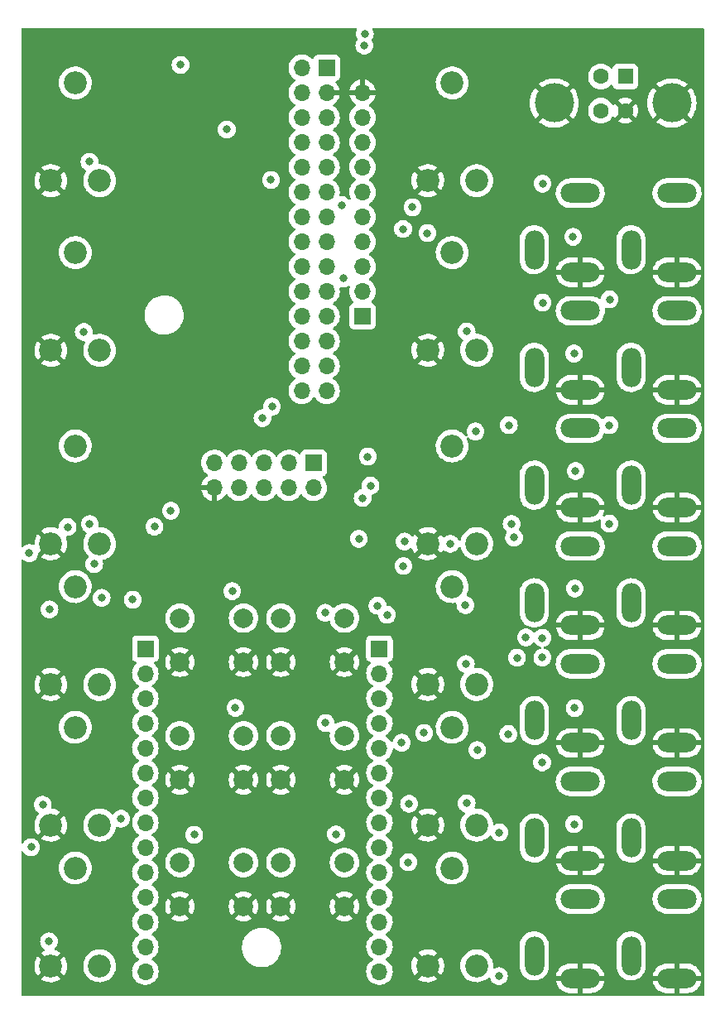
<source format=gbr>
%TF.GenerationSoftware,KiCad,Pcbnew,(6.0.6)*%
%TF.CreationDate,2022-11-26T14:50:16+01:00*%
%TF.ProjectId,wt,77742e6b-6963-4616-945f-706362585858,rev?*%
%TF.SameCoordinates,Original*%
%TF.FileFunction,Copper,L2,Inr*%
%TF.FilePolarity,Positive*%
%FSLAX46Y46*%
G04 Gerber Fmt 4.6, Leading zero omitted, Abs format (unit mm)*
G04 Created by KiCad (PCBNEW (6.0.6)) date 2022-11-26 14:50:16*
%MOMM*%
%LPD*%
G01*
G04 APERTURE LIST*
%TA.AperFunction,ComponentPad*%
%ADD10C,2.340000*%
%TD*%
%TA.AperFunction,ComponentPad*%
%ADD11C,2.000000*%
%TD*%
%TA.AperFunction,ComponentPad*%
%ADD12O,4.000000X2.000000*%
%TD*%
%TA.AperFunction,ComponentPad*%
%ADD13O,2.000000X4.000000*%
%TD*%
%TA.AperFunction,ComponentPad*%
%ADD14R,1.700000X1.700000*%
%TD*%
%TA.AperFunction,ComponentPad*%
%ADD15O,1.700000X1.700000*%
%TD*%
%TA.AperFunction,ComponentPad*%
%ADD16R,1.600000X1.600000*%
%TD*%
%TA.AperFunction,ComponentPad*%
%ADD17C,1.600000*%
%TD*%
%TA.AperFunction,ComponentPad*%
%ADD18C,4.000000*%
%TD*%
%TA.AperFunction,ViaPad*%
%ADD19C,0.800000*%
%TD*%
G04 APERTURE END LIST*
D10*
%TO.N,Net-(RV13-Pad1)*%
%TO.C,RV13*%
X8540012Y-33479999D03*
%TO.N,AIN11*%
X6040012Y-23479999D03*
%TO.N,GND3*%
X3540012Y-33479999D03*
%TD*%
D11*
%TO.N,Net-(R30-Pad1)*%
%TO.C,SW2*%
X16751678Y-60867225D03*
X23251678Y-60867225D03*
%TO.N,GND3*%
X16751678Y-65367225D03*
X23251678Y-65367225D03*
%TD*%
%TO.N,Net-(R42-Pad1)*%
%TO.C,SW5*%
X16751678Y-85867225D03*
X23251678Y-85867225D03*
%TO.N,GND3*%
X16751678Y-90367225D03*
X23251678Y-90367225D03*
%TD*%
%TO.N,Net-(R40-Pad1)*%
%TO.C,SW4*%
X33577600Y-72901115D03*
X27077600Y-72901115D03*
%TO.N,GND3*%
X33577600Y-77401115D03*
X27077600Y-77401115D03*
%TD*%
D12*
%TO.N,GND3*%
%TO.C,U12*%
X67600000Y-49568571D03*
%TO.N,Net-(D5-Pad1)*%
X67600000Y-41468571D03*
D13*
%TO.N,Net-(R27-Pad2)*%
X62900000Y-47268571D03*
%TD*%
D14*
%TO.N,LED0*%
%TO.C,J3*%
X35427044Y-30000000D03*
D15*
%TO.N,LED1*%
X35427044Y-27460000D03*
%TO.N,LED2*%
X35427044Y-24920000D03*
%TO.N,LED3*%
X35427044Y-22380000D03*
%TO.N,LED4*%
X35427044Y-19840000D03*
%TO.N,LED5*%
X35427044Y-17300000D03*
%TO.N,LED6*%
X35427044Y-14760000D03*
%TO.N,LED7*%
X35427044Y-12220000D03*
%TO.N,LED8*%
X35427044Y-9680000D03*
%TO.N,GND3*%
X35427044Y-7140000D03*
%TD*%
D11*
%TO.N,Net-(R38-Pad1)*%
%TO.C,SW3*%
X16751678Y-72901115D03*
X23251678Y-72901115D03*
%TO.N,GND3*%
X16751678Y-77401115D03*
X23251678Y-77401115D03*
%TD*%
D10*
%TO.N,Net-(RV5-Pad1)*%
%TO.C,RV5*%
X47100000Y-53263333D03*
%TO.N,AIN4*%
X44600000Y-43263333D03*
%TO.N,GND3*%
X42100000Y-53263333D03*
%TD*%
D14*
%TO.N,LED9*%
%TO.C,J4*%
X30427044Y-45000000D03*
D15*
%TO.N,LED10*%
X30427044Y-47540000D03*
%TO.N,LED11*%
X27887044Y-45000000D03*
%TO.N,LED12*%
X27887044Y-47540000D03*
%TO.N,LED13*%
X25347044Y-45000000D03*
%TO.N,LED14*%
X25347044Y-47540000D03*
%TO.N,LED15*%
X22807044Y-45000000D03*
%TO.N,LED17*%
X22807044Y-47540000D03*
%TO.N,LED16*%
X20267044Y-45000000D03*
%TO.N,GND3*%
X20267044Y-47540000D03*
%TD*%
D16*
%TO.N,PA9*%
%TO.C,J1*%
X62310000Y-5477500D03*
D17*
%TO.N,D-*%
X59810000Y-5477500D03*
%TO.N,D+*%
X59810000Y-8977500D03*
%TO.N,GND3*%
X62310000Y-8977500D03*
D18*
X55040000Y-8187500D03*
X67080000Y-8187500D03*
%TD*%
D12*
%TO.N,GND3*%
%TO.C,U8*%
X57700000Y-49568571D03*
%TO.N,Net-(D1-Pad1)*%
X57700000Y-41468571D03*
D13*
%TO.N,Net-(R15-Pad2)*%
X53000000Y-47268571D03*
%TD*%
D12*
%TO.N,GND3*%
%TO.C,U13*%
X67600000Y-73639285D03*
%TO.N,Net-(D6-Pad1)*%
X67600000Y-65539285D03*
D13*
%TO.N,Net-(R32-Pad2)*%
X62900000Y-71339285D03*
%TD*%
D10*
%TO.N,Net-(RV1-Pad1)*%
%TO.C,RV1*%
X8540012Y-53263333D03*
%TO.N,AIN0*%
X6040012Y-43263333D03*
%TO.N,GND3*%
X3540012Y-53263333D03*
%TD*%
%TO.N,Net-(RV10-Pad1)*%
%TO.C,RV10*%
X47100000Y-67653333D03*
%TO.N,AIN5*%
X44600000Y-57653333D03*
%TO.N,GND3*%
X42100000Y-67653333D03*
%TD*%
D12*
%TO.N,GND3*%
%TO.C,U22*%
X57700000Y-37533214D03*
%TO.N,Net-(D28-Pad1)*%
X57700000Y-29433214D03*
D13*
%TO.N,Net-(R72-Pad2)*%
X53000000Y-35233214D03*
%TD*%
D10*
%TO.N,Net-(RV7-Pad1)*%
%TO.C,RV7*%
X47100000Y-96433333D03*
%TO.N,AIN7*%
X44600000Y-86433333D03*
%TO.N,GND3*%
X42100000Y-96433333D03*
%TD*%
%TO.N,Net-(RV2-Pad1)*%
%TO.C,RV2*%
X8540012Y-67653333D03*
%TO.N,AIN1*%
X6040012Y-57653333D03*
%TO.N,GND3*%
X3540012Y-67653333D03*
%TD*%
D12*
%TO.N,GND3*%
%TO.C,Out_2*%
X67600000Y-97710000D03*
%TO.N,OutB*%
X67600000Y-89610000D03*
D13*
X62900000Y-95410000D03*
%TD*%
D12*
%TO.N,GND3*%
%TO.C,Out_1*%
X57700000Y-97710000D03*
%TO.N,OutA*%
X57700000Y-89610000D03*
D13*
X53000000Y-95410000D03*
%TD*%
D10*
%TO.N,Net-(RV11-Pad1)*%
%TO.C,RV11*%
X47100000Y-33479999D03*
%TO.N,AIN9*%
X44600000Y-23479999D03*
%TO.N,GND3*%
X42100000Y-33479999D03*
%TD*%
%TO.N,Net-(RV8-Pad1)*%
%TO.C,RV8*%
X8540012Y-16136666D03*
%TO.N,AIN8*%
X6040012Y-6136666D03*
%TO.N,GND3*%
X3540012Y-16136666D03*
%TD*%
D11*
%TO.N,Net-(R44-Pad1)*%
%TO.C,SW6*%
X27077600Y-85867225D03*
X33577600Y-85867225D03*
%TO.N,GND3*%
X27077600Y-90367225D03*
X33577600Y-90367225D03*
%TD*%
D10*
%TO.N,Net-(RV12-Pad1)*%
%TO.C,RV12*%
X47100000Y-16136666D03*
%TO.N,AIN10*%
X44600000Y-6136666D03*
%TO.N,GND3*%
X42100000Y-16136666D03*
%TD*%
%TO.N,Net-(RV6-Pad1)*%
%TO.C,RV6*%
X47100000Y-82043333D03*
%TO.N,AIN6*%
X44600000Y-72043333D03*
%TO.N,GND3*%
X42100000Y-82043333D03*
%TD*%
D12*
%TO.N,GND3*%
%TO.C,U9*%
X57700000Y-61603928D03*
%TO.N,Net-(D2-Pad1)*%
X57700000Y-53503928D03*
D13*
%TO.N,Net-(R18-Pad2)*%
X53000000Y-59303928D03*
%TD*%
D10*
%TO.N,Net-(RV4-Pad1)*%
%TO.C,RV4*%
X8540012Y-96433333D03*
%TO.N,AIN3*%
X6040012Y-86433333D03*
%TO.N,GND3*%
X3540012Y-96433333D03*
%TD*%
D12*
%TO.N,GND3*%
%TO.C,U21*%
X67600000Y-61603928D03*
%TO.N,Net-(D27-Pad1)*%
X67600000Y-53503928D03*
D13*
%TO.N,Net-(R67-Pad2)*%
X62900000Y-59303928D03*
%TD*%
D10*
%TO.N,Net-(RV3-Pad1)*%
%TO.C,RV3*%
X8540012Y-82043333D03*
%TO.N,AIN2*%
X6040012Y-72043333D03*
%TO.N,GND3*%
X3540012Y-82043333D03*
%TD*%
D12*
%TO.N,GND3*%
%TO.C,U10*%
X57700000Y-73639285D03*
%TO.N,Net-(D3-Pad1)*%
X57700000Y-65539285D03*
D13*
%TO.N,Net-(R21-Pad2)*%
X53000000Y-71339285D03*
%TD*%
D12*
%TO.N,GND3*%
%TO.C,U24*%
X67600000Y-37533214D03*
%TO.N,Net-(D30-Pad1)*%
X67600000Y-29433214D03*
D13*
%TO.N,Net-(R78-Pad2)*%
X62900000Y-35233214D03*
%TD*%
D12*
%TO.N,GND3*%
%TO.C,U14*%
X67600000Y-85674642D03*
%TO.N,Net-(D7-Pad1)*%
X67600000Y-77574642D03*
D13*
%TO.N,Net-(R35-Pad2)*%
X62900000Y-83374642D03*
%TD*%
D12*
%TO.N,GND3*%
%TO.C,U15*%
X57700000Y-25497857D03*
%TO.N,Net-(D8-Pad1)*%
X57700000Y-17397857D03*
D13*
%TO.N,Net-(R46-Pad2)*%
X53000000Y-23197857D03*
%TD*%
D11*
%TO.N,Net-(R13-Pad1)*%
%TO.C,SW1*%
X27077600Y-60867225D03*
X33577600Y-60867225D03*
%TO.N,GND3*%
X27077600Y-65367225D03*
X33577600Y-65367225D03*
%TD*%
D12*
%TO.N,GND3*%
%TO.C,U23*%
X67600000Y-25497857D03*
%TO.N,Net-(D29-Pad1)*%
X67600000Y-17397857D03*
D13*
%TO.N,Net-(R75-Pad2)*%
X62900000Y-23197857D03*
%TD*%
D12*
%TO.N,GND3*%
%TO.C,U11*%
X57700000Y-85674642D03*
%TO.N,Net-(D4-Pad1)*%
X57700000Y-77574642D03*
D13*
%TO.N,Net-(R24-Pad2)*%
X53000000Y-83374642D03*
%TD*%
D14*
%TO.N,BTN1*%
%TO.C,FrontBoard_3*%
X37159800Y-64000000D03*
D15*
%TO.N,BTN3*%
X37159800Y-66540000D03*
%TO.N,BTN5*%
X37159800Y-69080000D03*
%TO.N,LED9*%
X37159800Y-71620000D03*
%TO.N,LED10*%
X37159800Y-74160000D03*
%TO.N,LED11*%
X37159800Y-76700000D03*
%TO.N,LED12*%
X37159800Y-79240000D03*
%TO.N,LED14*%
X37159800Y-81780000D03*
%TO.N,AIN9-LED*%
X37159800Y-84320000D03*
%TO.N,AIN4-LED*%
X37159800Y-86860000D03*
%TO.N,AIN5-LED*%
X37159800Y-89400000D03*
%TO.N,AIN6-LED*%
X37159800Y-91940000D03*
%TO.N,+12VA*%
X37159800Y-94480000D03*
%TO.N,AIN7-LED*%
X37159800Y-97020000D03*
%TD*%
D14*
%TO.N,AIN10*%
%TO.C,FrontBoard_1*%
X31750000Y-4597400D03*
D15*
%TO.N,AIN8*%
X29210000Y-4597400D03*
%TO.N,GND3*%
X31750000Y-7137400D03*
%TO.N,PA9*%
X29210000Y-7137400D03*
%TO.N,LED8*%
X31750000Y-9677400D03*
%TO.N,AIN9*%
X29210000Y-9677400D03*
%TO.N,LED7*%
X31750000Y-12217400D03*
%TO.N,AIN11*%
X29210000Y-12217400D03*
%TO.N,LED6*%
X31750000Y-14757400D03*
%TO.N,AIN0*%
X29210000Y-14757400D03*
%TO.N,LED5*%
X31750000Y-17297400D03*
%TO.N,AIN1*%
X29210000Y-17297400D03*
%TO.N,LED4*%
X31750000Y-19837400D03*
%TO.N,AIN2*%
X29210000Y-19837400D03*
%TO.N,LED3*%
X31750000Y-22377400D03*
%TO.N,AIN3*%
X29210000Y-22377400D03*
%TO.N,LED2*%
X31750000Y-24917400D03*
%TO.N,AIN10-LED*%
X29210000Y-24917400D03*
%TO.N,LED1*%
X31750000Y-27457400D03*
%TO.N,AIN4*%
X29210000Y-27457400D03*
%TO.N,LED0*%
X31750000Y-29997400D03*
%TO.N,AIN5*%
X29210000Y-29997400D03*
%TO.N,OutB*%
X31750000Y-32537400D03*
%TO.N,AIN6*%
X29210000Y-32537400D03*
%TO.N,OutA*%
X31750000Y-35077400D03*
%TO.N,AIN7*%
X29210000Y-35077400D03*
%TO.N,USB_D+*%
X31750000Y-37617400D03*
%TO.N,USB_D-*%
X29210000Y-37617400D03*
%TD*%
D14*
%TO.N,BTN0*%
%TO.C,FrontBoard_2*%
X13207600Y-64000000D03*
D15*
%TO.N,BTN2*%
X13207600Y-66540000D03*
%TO.N,BTN4*%
X13207600Y-69080000D03*
%TO.N,LED16*%
X13207600Y-71620000D03*
%TO.N,LED15*%
X13207600Y-74160000D03*
%TO.N,LED17*%
X13207600Y-76700000D03*
%TO.N,LED13*%
X13207600Y-79240000D03*
%TO.N,AIN8-LED*%
X13207600Y-81780000D03*
%TO.N,AIN0-LED*%
X13207600Y-84320000D03*
%TO.N,AIN1-LED*%
X13207600Y-86860000D03*
%TO.N,AIN3-LED*%
X13207600Y-89400000D03*
%TO.N,AIN2-LED*%
X13207600Y-91940000D03*
%TO.N,AIN11-LED*%
X13207600Y-94480000D03*
%TO.N,+3.3VA*%
X13207600Y-97020000D03*
%TD*%
D19*
%TO.N,Net-(R22-Pad2)*%
X53822600Y-64897000D03*
X53822601Y-62890401D03*
%TO.N,Net-(R25-Pad2)*%
X50342800Y-72720200D03*
X52146200Y-62839600D03*
%TO.N,Net-(R28-Pad2)*%
X60680600Y-51222965D03*
X60680600Y-41148000D03*
X50673000Y-51231800D03*
X39725600Y-53035200D03*
%TO.N,Net-(R36-Pad2)*%
X39434100Y-73614602D03*
X53797200Y-75641200D03*
%TO.N,Net-(R47-Pad2)*%
X53848000Y-16433800D03*
X35661600Y-1117600D03*
%TO.N,Net-(R68-Pad2)*%
X39603655Y-55546323D03*
X50927000Y-52628800D03*
%TO.N,Net-(R73-Pad2)*%
X35610800Y-2311400D03*
X53848000Y-28600400D03*
%TO.N,Net-(R76-Pad2)*%
X33299400Y-18618200D03*
X42062400Y-21488400D03*
%TO.N,Net-(R79-Pad2)*%
X60706000Y-28270200D03*
X33451800Y-26136600D03*
%TO.N,Net-(RV2-Pad1)*%
X14147800Y-51511200D03*
X36242101Y-47320200D03*
%TO.N,Net-(RV3-Pad1)*%
X15824200Y-49885600D03*
X35433000Y-48590200D03*
%TO.N,AIN2*%
X8737600Y-58801000D03*
%TO.N,AIN3*%
X11912600Y-58978800D03*
%TO.N,Net-(RV5-Pad1)*%
X44399200Y-53263800D03*
%TO.N,AIN4*%
X25196800Y-40411400D03*
%TO.N,Net-(RV6-Pad1)*%
X40182800Y-79857600D03*
%TO.N,AIN6*%
X36957000Y-59588400D03*
%TO.N,AIN7*%
X37934300Y-60528200D03*
%TO.N,Net-(RV10-Pad1)*%
X45948600Y-59537600D03*
%TO.N,AIN5*%
X26162000Y-39243000D03*
X46990000Y-41783000D03*
%TO.N,Net-(RV11-Pad1)*%
X39573200Y-21082000D03*
X26060400Y-16052800D03*
%TO.N,Net-(RV12-Pad1)*%
X21539200Y-10896600D03*
X40538400Y-18846800D03*
%TO.N,AIN0-LED*%
X2717800Y-79959200D03*
X7518400Y-51257200D03*
%TO.N,AIN1-LED*%
X3403600Y-59969400D03*
X1524000Y-84302600D03*
%TO.N,AIN2-LED*%
X10718800Y-81381600D03*
%TO.N,AIN4-LED*%
X41732200Y-72618600D03*
X40106600Y-85852000D03*
%TO.N,AIN6-LED*%
X46075600Y-79806800D03*
%TO.N,AIN8-LED*%
X1346200Y-54229000D03*
X7493000Y-14198600D03*
%TO.N,AIN5-LED*%
X45999400Y-65557400D03*
X49377600Y-97485200D03*
X47167800Y-74371200D03*
%TO.N,AIN9-LED*%
X51231800Y-64922400D03*
X49428400Y-82804000D03*
X46075600Y-31546800D03*
X50393600Y-41148000D03*
%TO.N,AIN11-LED*%
X3352800Y-93929200D03*
X6908800Y-31597600D03*
X5257800Y-51562000D03*
X7975600Y-55346600D03*
%TO.N,+12VA*%
X57073800Y-81940400D03*
X57073800Y-33807400D03*
X56972200Y-21869400D03*
X57150000Y-57835800D03*
X57226200Y-45821600D03*
X57124600Y-70078600D03*
%TO.N,GND3*%
X48717200Y-48463200D03*
X48310800Y-79756000D03*
X50546000Y-31902400D03*
X42164000Y-56794400D03*
X40182800Y-31089600D03*
X17119600Y-1930400D03*
X10160000Y-91516200D03*
X9677400Y-65303400D03*
X61544200Y-80822800D03*
X13919200Y-49479200D03*
X47701200Y-56743600D03*
X49682400Y-84632800D03*
X19558000Y-23368000D03*
X10134600Y-31013400D03*
X2565400Y-65481200D03*
X61976000Y-31292800D03*
X1574800Y-13741400D03*
X2387600Y-31191200D03*
X14071600Y-24841200D03*
X6096000Y-89052400D03*
X40843200Y-71526400D03*
X10134600Y-13792200D03*
X48717200Y-94284800D03*
X30378400Y-40944800D03*
X47802800Y-70256400D03*
X56083200Y-2794000D03*
X21666200Y-79248000D03*
X53848000Y-74218800D03*
X15189200Y-75285600D03*
X50241200Y-68275200D03*
X46329600Y-1930400D03*
X53594000Y-52730400D03*
X39014400Y-22910800D03*
X20929600Y-29311600D03*
X9474200Y-50901600D03*
X48717200Y-65405000D03*
X61950600Y-19253200D03*
X50368200Y-19710400D03*
X36068000Y-41503600D03*
X11785600Y-57099200D03*
X39116000Y-24536400D03*
X17830800Y-56921400D03*
X15087600Y-67868800D03*
X10617200Y-79857600D03*
X50139600Y-29768800D03*
X8636000Y-71069200D03*
X42722800Y-74422000D03*
X47701200Y-18491200D03*
X41859200Y-41452800D03*
X9652000Y-86360000D03*
X34569400Y-54330600D03*
X48717200Y-13614400D03*
X16814800Y-12573000D03*
X40944800Y-48310800D03*
X61976000Y-55422800D03*
X41859200Y-93522800D03*
X50088800Y-43611800D03*
X36169600Y-32054800D03*
X40182800Y-91694000D03*
X19710400Y-27889200D03*
X6553200Y-55270400D03*
X48717200Y-62839600D03*
X6908800Y-65735200D03*
X1727200Y-86766400D03*
X44704000Y-93624400D03*
X27686000Y-54559200D03*
X40182800Y-13639800D03*
X36118800Y-45720000D03*
X23418800Y-50749200D03*
X30073600Y-67640200D03*
X1371600Y-58470800D03*
X41529000Y-65328800D03*
X62001400Y-43484800D03*
X2108200Y-51130200D03*
X62103000Y-67437000D03*
X45466000Y-51968400D03*
X14681200Y-78079600D03*
X11531600Y-82854800D03*
X52476400Y-68173600D03*
X50342800Y-57683400D03*
X52476400Y-43891200D03*
X6146800Y-93522800D03*
X52425600Y-75844400D03*
X3124200Y-78790800D03*
X30200600Y-80264000D03*
X1625600Y-94056200D03*
X41605200Y-45212000D03*
%TO.N,+3.3VA*%
X31648400Y-71602600D03*
X35052000Y-52755800D03*
X22428200Y-70053200D03*
X35966400Y-44348400D03*
X16814800Y-4292600D03*
X32715200Y-82981800D03*
X31623000Y-60325000D03*
X18211800Y-83032600D03*
X22098000Y-58115200D03*
%TD*%
%TA.AperFunction,Conductor*%
%TO.N,GND3*%
G36*
X34814102Y-528502D02*
G01*
X34860595Y-582158D01*
X34870699Y-652432D01*
X34855100Y-697500D01*
X34827073Y-746044D01*
X34768058Y-927672D01*
X34748096Y-1117600D01*
X34768058Y-1307528D01*
X34827073Y-1489156D01*
X34830376Y-1494878D01*
X34830377Y-1494879D01*
X34899124Y-1613951D01*
X34915862Y-1682946D01*
X34892642Y-1750038D01*
X34883650Y-1761251D01*
X34871760Y-1774456D01*
X34776273Y-1939844D01*
X34717258Y-2121472D01*
X34697296Y-2311400D01*
X34717258Y-2501328D01*
X34776273Y-2682956D01*
X34871760Y-2848344D01*
X34999547Y-2990266D01*
X35154048Y-3102518D01*
X35160076Y-3105202D01*
X35160078Y-3105203D01*
X35322481Y-3177509D01*
X35328512Y-3180194D01*
X35421913Y-3200047D01*
X35508856Y-3218528D01*
X35508861Y-3218528D01*
X35515313Y-3219900D01*
X35706287Y-3219900D01*
X35712739Y-3218528D01*
X35712744Y-3218528D01*
X35799688Y-3200047D01*
X35893088Y-3180194D01*
X35899119Y-3177509D01*
X36061522Y-3105203D01*
X36061524Y-3105202D01*
X36067552Y-3102518D01*
X36222053Y-2990266D01*
X36349840Y-2848344D01*
X36445327Y-2682956D01*
X36504342Y-2501328D01*
X36524304Y-2311400D01*
X36504342Y-2121472D01*
X36445327Y-1939844D01*
X36373276Y-1815048D01*
X36356538Y-1746054D01*
X36379758Y-1678962D01*
X36388750Y-1667749D01*
X36400640Y-1654544D01*
X36496127Y-1489156D01*
X36555142Y-1307528D01*
X36575104Y-1117600D01*
X36555142Y-927672D01*
X36496127Y-746044D01*
X36468100Y-697500D01*
X36451362Y-628505D01*
X36474582Y-561413D01*
X36530389Y-517526D01*
X36577219Y-508500D01*
X70265500Y-508500D01*
X70333621Y-528502D01*
X70380114Y-582158D01*
X70391500Y-634500D01*
X70391500Y-99365500D01*
X70371498Y-99433621D01*
X70317842Y-99480114D01*
X70265500Y-99491500D01*
X634500Y-99491500D01*
X566379Y-99471498D01*
X519886Y-99417842D01*
X508500Y-99365500D01*
X508500Y-97785228D01*
X2552863Y-97785228D01*
X2561575Y-97796748D01*
X2644541Y-97857582D01*
X2652456Y-97862527D01*
X2864885Y-97974292D01*
X2873459Y-97978020D01*
X3100079Y-98057159D01*
X3109089Y-98059573D01*
X3344935Y-98104350D01*
X3354192Y-98105404D01*
X3594070Y-98114830D01*
X3603384Y-98114504D01*
X3842008Y-98088371D01*
X3851185Y-98086670D01*
X4083324Y-98025553D01*
X4092144Y-98022516D01*
X4312705Y-97927756D01*
X4320977Y-97923449D01*
X4524038Y-97797791D01*
X4530763Y-97787586D01*
X4524700Y-97777232D01*
X3552822Y-96805353D01*
X3538881Y-96797741D01*
X3537046Y-96797872D01*
X3530432Y-96802123D01*
X2559521Y-97773035D01*
X2552863Y-97785228D01*
X508500Y-97785228D01*
X508500Y-96393957D01*
X1858108Y-96393957D01*
X1869626Y-96633731D01*
X1870763Y-96642991D01*
X1917593Y-96878428D01*
X1920087Y-96887421D01*
X2001201Y-97113342D01*
X2005001Y-97121877D01*
X2118619Y-97333329D01*
X2123630Y-97341196D01*
X2176621Y-97412159D01*
X2187879Y-97420608D01*
X2200298Y-97413836D01*
X3167992Y-96446143D01*
X3174369Y-96434464D01*
X3904420Y-96434464D01*
X3904551Y-96436299D01*
X3908802Y-96442913D01*
X4882036Y-97416146D01*
X4894416Y-97422906D01*
X4902757Y-97416663D01*
X5016277Y-97240176D01*
X5020720Y-97231992D01*
X5119316Y-97013116D01*
X5122506Y-97004351D01*
X5187666Y-96773314D01*
X5189526Y-96764172D01*
X5220013Y-96524529D01*
X5220494Y-96518242D01*
X5222634Y-96436493D01*
X5222483Y-96430184D01*
X5219443Y-96389272D01*
X6857382Y-96389272D01*
X6857606Y-96393939D01*
X6857606Y-96393944D01*
X6861428Y-96473514D01*
X6869351Y-96638464D01*
X6918022Y-96883151D01*
X7002326Y-97117955D01*
X7120410Y-97337719D01*
X7269680Y-97537616D01*
X7446856Y-97713254D01*
X7450618Y-97716012D01*
X7450621Y-97716015D01*
X7562151Y-97797791D01*
X7648048Y-97860773D01*
X7652183Y-97862949D01*
X7652187Y-97862951D01*
X7736171Y-97907137D01*
X7868835Y-97976935D01*
X7981920Y-98016426D01*
X8098562Y-98057159D01*
X8104366Y-98059186D01*
X8108959Y-98060058D01*
X8344879Y-98104849D01*
X8344882Y-98104849D01*
X8349468Y-98105720D01*
X8474112Y-98110618D01*
X8594087Y-98115332D01*
X8594093Y-98115332D01*
X8598755Y-98115515D01*
X8688193Y-98105720D01*
X8842099Y-98088865D01*
X8842104Y-98088864D01*
X8846752Y-98088355D01*
X8853152Y-98086670D01*
X9083488Y-98026027D01*
X9083490Y-98026026D01*
X9088011Y-98024836D01*
X9152243Y-97997240D01*
X9312936Y-97928201D01*
X9312938Y-97928200D01*
X9317230Y-97926356D01*
X9419825Y-97862868D01*
X9525403Y-97797535D01*
X9525407Y-97797532D01*
X9529376Y-97795076D01*
X9629912Y-97709966D01*
X9716221Y-97636900D01*
X9716222Y-97636899D01*
X9719787Y-97633881D01*
X9801328Y-97540902D01*
X9881199Y-97449827D01*
X9881203Y-97449822D01*
X9884281Y-97446312D01*
X9889702Y-97437885D01*
X10016715Y-97240420D01*
X10019243Y-97236490D01*
X10121709Y-97009024D01*
X10128006Y-96986695D01*
X11844851Y-96986695D01*
X11845148Y-96991848D01*
X11845148Y-96991851D01*
X11850611Y-97086590D01*
X11857710Y-97209715D01*
X11858847Y-97214761D01*
X11858848Y-97214767D01*
X11876991Y-97295272D01*
X11906822Y-97427639D01*
X11990866Y-97634616D01*
X12011670Y-97668565D01*
X12090703Y-97797535D01*
X12107587Y-97825088D01*
X12253850Y-97993938D01*
X12425726Y-98136632D01*
X12618600Y-98249338D01*
X12827292Y-98329030D01*
X12832360Y-98330061D01*
X12832363Y-98330062D01*
X12936796Y-98351309D01*
X13046197Y-98373567D01*
X13051372Y-98373757D01*
X13051374Y-98373757D01*
X13264273Y-98381564D01*
X13264277Y-98381564D01*
X13269437Y-98381753D01*
X13274557Y-98381097D01*
X13274559Y-98381097D01*
X13485888Y-98354025D01*
X13485889Y-98354025D01*
X13491016Y-98353368D01*
X13497879Y-98351309D01*
X13700029Y-98290661D01*
X13700034Y-98290659D01*
X13704984Y-98289174D01*
X13905594Y-98190896D01*
X14087460Y-98061173D01*
X14121701Y-98027052D01*
X14179088Y-97969865D01*
X14245696Y-97903489D01*
X14276391Y-97860773D01*
X14373035Y-97726277D01*
X14376053Y-97722077D01*
X14394388Y-97684980D01*
X14472736Y-97526453D01*
X14472737Y-97526451D01*
X14475030Y-97521811D01*
X14511470Y-97401872D01*
X14538465Y-97313023D01*
X14538465Y-97313021D01*
X14539970Y-97308069D01*
X14569129Y-97086590D01*
X14570756Y-97020000D01*
X14568018Y-96986695D01*
X35797051Y-96986695D01*
X35797348Y-96991848D01*
X35797348Y-96991851D01*
X35802811Y-97086590D01*
X35809910Y-97209715D01*
X35811047Y-97214761D01*
X35811048Y-97214767D01*
X35829191Y-97295272D01*
X35859022Y-97427639D01*
X35943066Y-97634616D01*
X35963870Y-97668565D01*
X36042903Y-97797535D01*
X36059787Y-97825088D01*
X36206050Y-97993938D01*
X36377926Y-98136632D01*
X36570800Y-98249338D01*
X36779492Y-98329030D01*
X36784560Y-98330061D01*
X36784563Y-98330062D01*
X36888996Y-98351309D01*
X36998397Y-98373567D01*
X37003572Y-98373757D01*
X37003574Y-98373757D01*
X37216473Y-98381564D01*
X37216477Y-98381564D01*
X37221637Y-98381753D01*
X37226757Y-98381097D01*
X37226759Y-98381097D01*
X37438088Y-98354025D01*
X37438089Y-98354025D01*
X37443216Y-98353368D01*
X37450079Y-98351309D01*
X37652229Y-98290661D01*
X37652234Y-98290659D01*
X37657184Y-98289174D01*
X37857794Y-98190896D01*
X38039660Y-98061173D01*
X38073901Y-98027052D01*
X38131288Y-97969865D01*
X38197896Y-97903489D01*
X38228591Y-97860773D01*
X38282875Y-97785228D01*
X41112851Y-97785228D01*
X41121563Y-97796748D01*
X41204529Y-97857582D01*
X41212444Y-97862527D01*
X41424873Y-97974292D01*
X41433447Y-97978020D01*
X41660067Y-98057159D01*
X41669077Y-98059573D01*
X41904923Y-98104350D01*
X41914180Y-98105404D01*
X42154058Y-98114830D01*
X42163372Y-98114504D01*
X42401996Y-98088371D01*
X42411173Y-98086670D01*
X42643312Y-98025553D01*
X42652132Y-98022516D01*
X42872693Y-97927756D01*
X42880965Y-97923449D01*
X43084026Y-97797791D01*
X43090751Y-97787586D01*
X43084688Y-97777232D01*
X42112810Y-96805353D01*
X42098869Y-96797741D01*
X42097034Y-96797872D01*
X42090420Y-96802123D01*
X41119509Y-97773035D01*
X41112851Y-97785228D01*
X38282875Y-97785228D01*
X38325235Y-97726277D01*
X38328253Y-97722077D01*
X38346588Y-97684980D01*
X38424936Y-97526453D01*
X38424937Y-97526451D01*
X38427230Y-97521811D01*
X38463670Y-97401872D01*
X38490665Y-97313023D01*
X38490665Y-97313021D01*
X38492170Y-97308069D01*
X38521329Y-97086590D01*
X38522956Y-97020000D01*
X38504652Y-96797361D01*
X38450231Y-96580702D01*
X38369032Y-96393957D01*
X40418096Y-96393957D01*
X40429614Y-96633731D01*
X40430751Y-96642991D01*
X40477581Y-96878428D01*
X40480075Y-96887421D01*
X40561189Y-97113342D01*
X40564989Y-97121877D01*
X40678607Y-97333329D01*
X40683618Y-97341196D01*
X40736609Y-97412159D01*
X40747867Y-97420608D01*
X40760286Y-97413836D01*
X41727980Y-96446143D01*
X41734357Y-96434464D01*
X42464408Y-96434464D01*
X42464539Y-96436299D01*
X42468790Y-96442913D01*
X43442024Y-97416146D01*
X43454404Y-97422906D01*
X43462745Y-97416663D01*
X43576265Y-97240176D01*
X43580708Y-97231992D01*
X43679304Y-97013116D01*
X43682494Y-97004351D01*
X43747654Y-96773314D01*
X43749514Y-96764172D01*
X43780001Y-96524529D01*
X43780482Y-96518242D01*
X43782622Y-96436493D01*
X43782471Y-96430184D01*
X43779431Y-96389272D01*
X45417370Y-96389272D01*
X45417594Y-96393939D01*
X45417594Y-96393944D01*
X45421416Y-96473514D01*
X45429339Y-96638464D01*
X45478010Y-96883151D01*
X45562314Y-97117955D01*
X45680398Y-97337719D01*
X45829668Y-97537616D01*
X46006844Y-97713254D01*
X46010606Y-97716012D01*
X46010609Y-97716015D01*
X46122139Y-97797791D01*
X46208036Y-97860773D01*
X46212171Y-97862949D01*
X46212175Y-97862951D01*
X46296159Y-97907137D01*
X46428823Y-97976935D01*
X46541908Y-98016426D01*
X46658550Y-98057159D01*
X46664354Y-98059186D01*
X46668947Y-98060058D01*
X46904867Y-98104849D01*
X46904870Y-98104849D01*
X46909456Y-98105720D01*
X47034100Y-98110618D01*
X47154075Y-98115332D01*
X47154081Y-98115332D01*
X47158743Y-98115515D01*
X47248181Y-98105720D01*
X47402087Y-98088865D01*
X47402092Y-98088864D01*
X47406740Y-98088355D01*
X47413140Y-98086670D01*
X47643476Y-98026027D01*
X47643478Y-98026026D01*
X47647999Y-98024836D01*
X47712231Y-97997240D01*
X47872924Y-97928201D01*
X47872926Y-97928200D01*
X47877218Y-97926356D01*
X47979813Y-97862868D01*
X48085391Y-97797535D01*
X48085395Y-97797532D01*
X48089364Y-97795076D01*
X48279775Y-97633881D01*
X48280086Y-97633526D01*
X48341719Y-97600567D01*
X48412487Y-97606250D01*
X48468950Y-97649292D01*
X48487259Y-97684980D01*
X48543073Y-97856756D01*
X48546376Y-97862478D01*
X48546377Y-97862479D01*
X48574797Y-97911703D01*
X48638560Y-98022144D01*
X48642978Y-98027051D01*
X48642979Y-98027052D01*
X48741645Y-98136632D01*
X48766347Y-98164066D01*
X48920848Y-98276318D01*
X48926876Y-98279002D01*
X48926878Y-98279003D01*
X49089281Y-98351309D01*
X49095312Y-98353994D01*
X49187395Y-98373567D01*
X49275656Y-98392328D01*
X49275661Y-98392328D01*
X49282113Y-98393700D01*
X49473087Y-98393700D01*
X49479539Y-98392328D01*
X49479544Y-98392328D01*
X49567805Y-98373567D01*
X49659888Y-98353994D01*
X49665919Y-98351309D01*
X49828322Y-98279003D01*
X49828324Y-98279002D01*
X49834352Y-98276318D01*
X49988853Y-98164066D01*
X50013555Y-98136632D01*
X50112221Y-98027052D01*
X50112222Y-98027051D01*
X50116640Y-98022144D01*
X50140329Y-97981114D01*
X55213275Y-97981114D01*
X55215325Y-97998830D01*
X55217285Y-98008727D01*
X55280604Y-98232494D01*
X55284116Y-98241938D01*
X55382399Y-98452705D01*
X55387378Y-98461471D01*
X55518087Y-98653802D01*
X55524419Y-98661677D01*
X55684186Y-98830626D01*
X55691695Y-98837387D01*
X55876426Y-98978625D01*
X55884905Y-98984089D01*
X56089847Y-99093978D01*
X56099099Y-99098020D01*
X56318971Y-99173727D01*
X56328743Y-99176236D01*
X56558971Y-99216004D01*
X56566843Y-99216859D01*
X56590551Y-99217936D01*
X56593384Y-99218000D01*
X57427885Y-99218000D01*
X57443124Y-99213525D01*
X57444329Y-99212135D01*
X57446000Y-99204452D01*
X57446000Y-99199885D01*
X57954000Y-99199885D01*
X57958475Y-99215124D01*
X57959865Y-99216329D01*
X57967548Y-99218000D01*
X58758456Y-99218000D01*
X58763488Y-99217798D01*
X58936843Y-99203850D01*
X58946796Y-99202238D01*
X59172633Y-99146767D01*
X59182203Y-99143584D01*
X59396265Y-99052720D01*
X59405207Y-99048045D01*
X59601987Y-98924126D01*
X59610060Y-98918086D01*
X59784500Y-98764297D01*
X59791504Y-98757044D01*
X59939110Y-98577346D01*
X59944866Y-98569064D01*
X60061841Y-98368081D01*
X60066203Y-98358976D01*
X60149537Y-98141885D01*
X60152388Y-98132196D01*
X60183821Y-97981736D01*
X60183771Y-97981114D01*
X65113275Y-97981114D01*
X65115325Y-97998830D01*
X65117285Y-98008727D01*
X65180604Y-98232494D01*
X65184116Y-98241938D01*
X65282399Y-98452705D01*
X65287378Y-98461471D01*
X65418087Y-98653802D01*
X65424419Y-98661677D01*
X65584186Y-98830626D01*
X65591695Y-98837387D01*
X65776426Y-98978625D01*
X65784905Y-98984089D01*
X65989847Y-99093978D01*
X65999099Y-99098020D01*
X66218971Y-99173727D01*
X66228743Y-99176236D01*
X66458971Y-99216004D01*
X66466843Y-99216859D01*
X66490551Y-99217936D01*
X66493384Y-99218000D01*
X67327885Y-99218000D01*
X67343124Y-99213525D01*
X67344329Y-99212135D01*
X67346000Y-99204452D01*
X67346000Y-99199885D01*
X67854000Y-99199885D01*
X67858475Y-99215124D01*
X67859865Y-99216329D01*
X67867548Y-99218000D01*
X68658456Y-99218000D01*
X68663488Y-99217798D01*
X68836843Y-99203850D01*
X68846796Y-99202238D01*
X69072633Y-99146767D01*
X69082203Y-99143584D01*
X69296265Y-99052720D01*
X69305207Y-99048045D01*
X69501987Y-98924126D01*
X69510060Y-98918086D01*
X69684500Y-98764297D01*
X69691504Y-98757044D01*
X69839110Y-98577346D01*
X69844866Y-98569064D01*
X69961841Y-98368081D01*
X69966203Y-98358976D01*
X70049537Y-98141885D01*
X70052388Y-98132196D01*
X70083821Y-97981736D01*
X70082698Y-97967675D01*
X70072590Y-97964000D01*
X67872115Y-97964000D01*
X67856876Y-97968475D01*
X67855671Y-97969865D01*
X67854000Y-97977548D01*
X67854000Y-99199885D01*
X67346000Y-99199885D01*
X67346000Y-97982115D01*
X67341525Y-97966876D01*
X67340135Y-97965671D01*
X67332452Y-97964000D01*
X65129410Y-97964000D01*
X65115324Y-97968136D01*
X65113275Y-97981114D01*
X60183771Y-97981114D01*
X60182698Y-97967675D01*
X60172590Y-97964000D01*
X57972115Y-97964000D01*
X57956876Y-97968475D01*
X57955671Y-97969865D01*
X57954000Y-97977548D01*
X57954000Y-99199885D01*
X57446000Y-99199885D01*
X57446000Y-97982115D01*
X57441525Y-97966876D01*
X57440135Y-97965671D01*
X57432452Y-97964000D01*
X55229410Y-97964000D01*
X55215324Y-97968136D01*
X55213275Y-97981114D01*
X50140329Y-97981114D01*
X50180403Y-97911703D01*
X50208823Y-97862479D01*
X50208824Y-97862478D01*
X50212127Y-97856756D01*
X50271142Y-97675128D01*
X50273858Y-97649292D01*
X50290414Y-97491765D01*
X50291104Y-97485200D01*
X50285054Y-97427639D01*
X50271832Y-97301835D01*
X50271832Y-97301833D01*
X50271142Y-97295272D01*
X50212127Y-97113644D01*
X50116640Y-96948256D01*
X50053896Y-96878571D01*
X49993275Y-96811245D01*
X49993274Y-96811244D01*
X49988853Y-96806334D01*
X49834352Y-96694082D01*
X49828324Y-96691398D01*
X49828322Y-96691397D01*
X49665919Y-96619091D01*
X49665918Y-96619091D01*
X49659888Y-96616406D01*
X49566487Y-96596553D01*
X49479544Y-96578072D01*
X49479539Y-96578072D01*
X49473087Y-96576700D01*
X49282113Y-96576700D01*
X49275661Y-96578072D01*
X49275656Y-96578072D01*
X49188713Y-96596553D01*
X49095312Y-96616406D01*
X49089285Y-96619089D01*
X49089277Y-96619092D01*
X48953704Y-96679453D01*
X48883337Y-96688887D01*
X48819040Y-96658780D01*
X48781227Y-96598691D01*
X48777463Y-96548447D01*
X48780501Y-96524561D01*
X48780900Y-96521425D01*
X48780984Y-96518242D01*
X48782221Y-96471001D01*
X51491500Y-96471001D01*
X51491702Y-96473509D01*
X51491702Y-96473514D01*
X51505343Y-96643052D01*
X51506060Y-96651965D01*
X51507266Y-96656873D01*
X51507266Y-96656876D01*
X51561684Y-96878428D01*
X51563963Y-96887706D01*
X51565938Y-96892358D01*
X51565939Y-96892362D01*
X51605981Y-96986695D01*
X51658812Y-97111156D01*
X51665691Y-97122079D01*
X51778890Y-97301835D01*
X51788167Y-97316567D01*
X51791512Y-97320361D01*
X51945350Y-97494858D01*
X51945353Y-97494861D01*
X51948698Y-97498655D01*
X51952606Y-97501865D01*
X51952607Y-97501866D01*
X52132088Y-97649292D01*
X52136278Y-97652734D01*
X52346078Y-97774841D01*
X52350801Y-97776654D01*
X52567978Y-97860020D01*
X52567982Y-97860021D01*
X52572702Y-97861833D01*
X52577652Y-97862867D01*
X52577655Y-97862868D01*
X52805369Y-97910440D01*
X52805373Y-97910440D01*
X52810320Y-97911474D01*
X53052817Y-97922486D01*
X53057837Y-97921905D01*
X53057841Y-97921905D01*
X53288929Y-97895167D01*
X53288933Y-97895166D01*
X53293956Y-97894585D01*
X53298820Y-97893209D01*
X53298823Y-97893208D01*
X53522669Y-97829866D01*
X53522668Y-97829866D01*
X53527532Y-97828490D01*
X53532108Y-97826356D01*
X53532114Y-97826354D01*
X53742954Y-97728038D01*
X53742958Y-97728036D01*
X53747536Y-97725901D01*
X53770984Y-97709966D01*
X53888900Y-97629829D01*
X53948307Y-97589456D01*
X54108189Y-97438264D01*
X55216179Y-97438264D01*
X55217302Y-97452325D01*
X55227410Y-97456000D01*
X57427885Y-97456000D01*
X57443124Y-97451525D01*
X57444329Y-97450135D01*
X57446000Y-97442452D01*
X57446000Y-97437885D01*
X57954000Y-97437885D01*
X57958475Y-97453124D01*
X57959865Y-97454329D01*
X57967548Y-97456000D01*
X60170590Y-97456000D01*
X60184676Y-97451864D01*
X60186725Y-97438886D01*
X60184675Y-97421170D01*
X60182715Y-97411273D01*
X60119396Y-97187506D01*
X60115884Y-97178062D01*
X60017601Y-96967295D01*
X60012622Y-96958529D01*
X59881913Y-96766198D01*
X59875581Y-96758323D01*
X59715814Y-96589374D01*
X59708305Y-96582613D01*
X59562323Y-96471001D01*
X61391500Y-96471001D01*
X61391702Y-96473509D01*
X61391702Y-96473514D01*
X61405343Y-96643052D01*
X61406060Y-96651965D01*
X61407266Y-96656873D01*
X61407266Y-96656876D01*
X61461684Y-96878428D01*
X61463963Y-96887706D01*
X61465938Y-96892358D01*
X61465939Y-96892362D01*
X61505981Y-96986695D01*
X61558812Y-97111156D01*
X61565691Y-97122079D01*
X61678890Y-97301835D01*
X61688167Y-97316567D01*
X61691512Y-97320361D01*
X61845350Y-97494858D01*
X61845353Y-97494861D01*
X61848698Y-97498655D01*
X61852606Y-97501865D01*
X61852607Y-97501866D01*
X62032088Y-97649292D01*
X62036278Y-97652734D01*
X62246078Y-97774841D01*
X62250801Y-97776654D01*
X62467978Y-97860020D01*
X62467982Y-97860021D01*
X62472702Y-97861833D01*
X62477652Y-97862867D01*
X62477655Y-97862868D01*
X62705369Y-97910440D01*
X62705373Y-97910440D01*
X62710320Y-97911474D01*
X62952817Y-97922486D01*
X62957837Y-97921905D01*
X62957841Y-97921905D01*
X63188929Y-97895167D01*
X63188933Y-97895166D01*
X63193956Y-97894585D01*
X63198820Y-97893209D01*
X63198823Y-97893208D01*
X63422669Y-97829866D01*
X63422668Y-97829866D01*
X63427532Y-97828490D01*
X63432108Y-97826356D01*
X63432114Y-97826354D01*
X63642954Y-97728038D01*
X63642958Y-97728036D01*
X63647536Y-97725901D01*
X63670984Y-97709966D01*
X63788900Y-97629829D01*
X63848307Y-97589456D01*
X64008189Y-97438264D01*
X65116179Y-97438264D01*
X65117302Y-97452325D01*
X65127410Y-97456000D01*
X67327885Y-97456000D01*
X67343124Y-97451525D01*
X67344329Y-97450135D01*
X67346000Y-97442452D01*
X67346000Y-97437885D01*
X67854000Y-97437885D01*
X67858475Y-97453124D01*
X67859865Y-97454329D01*
X67867548Y-97456000D01*
X70070590Y-97456000D01*
X70084676Y-97451864D01*
X70086725Y-97438886D01*
X70084675Y-97421170D01*
X70082715Y-97411273D01*
X70019396Y-97187506D01*
X70015884Y-97178062D01*
X69917601Y-96967295D01*
X69912622Y-96958529D01*
X69781913Y-96766198D01*
X69775581Y-96758323D01*
X69615814Y-96589374D01*
X69608305Y-96582613D01*
X69423574Y-96441375D01*
X69415095Y-96435911D01*
X69210153Y-96326022D01*
X69200901Y-96321980D01*
X68981029Y-96246273D01*
X68971257Y-96243764D01*
X68741029Y-96203996D01*
X68733157Y-96203141D01*
X68709449Y-96202064D01*
X68706616Y-96202000D01*
X67872115Y-96202000D01*
X67856876Y-96206475D01*
X67855671Y-96207865D01*
X67854000Y-96215548D01*
X67854000Y-97437885D01*
X67346000Y-97437885D01*
X67346000Y-96220115D01*
X67341525Y-96204876D01*
X67340135Y-96203671D01*
X67332452Y-96202000D01*
X66541544Y-96202000D01*
X66536512Y-96202202D01*
X66363157Y-96216150D01*
X66353204Y-96217762D01*
X66127367Y-96273233D01*
X66117797Y-96276416D01*
X65903735Y-96367280D01*
X65894793Y-96371955D01*
X65698013Y-96495874D01*
X65689940Y-96501914D01*
X65515500Y-96655703D01*
X65508496Y-96662956D01*
X65360890Y-96842654D01*
X65355134Y-96850936D01*
X65238159Y-97051919D01*
X65233797Y-97061024D01*
X65150463Y-97278115D01*
X65147612Y-97287804D01*
X65116179Y-97438264D01*
X64008189Y-97438264D01*
X64024681Y-97422668D01*
X64029272Y-97416663D01*
X64169047Y-97233846D01*
X64169050Y-97233842D01*
X64172120Y-97229826D01*
X64182904Y-97209715D01*
X64284439Y-97020352D01*
X64286831Y-97015891D01*
X64365862Y-96786369D01*
X64388229Y-96656876D01*
X64406504Y-96551074D01*
X64406505Y-96551068D01*
X64407179Y-96547164D01*
X64407550Y-96538995D01*
X64408436Y-96519494D01*
X64408436Y-96519475D01*
X64408500Y-96518075D01*
X64408500Y-94348999D01*
X64405079Y-94306479D01*
X64394346Y-94173076D01*
X64394345Y-94173071D01*
X64393940Y-94168035D01*
X64383470Y-94125406D01*
X64337244Y-93937208D01*
X64336037Y-93932294D01*
X64241188Y-93708844D01*
X64111833Y-93503433D01*
X64063605Y-93448729D01*
X63954650Y-93325142D01*
X63954647Y-93325139D01*
X63951302Y-93321345D01*
X63947393Y-93318134D01*
X63767628Y-93170474D01*
X63767625Y-93170472D01*
X63763722Y-93167266D01*
X63553922Y-93045159D01*
X63518339Y-93031500D01*
X63332022Y-92959980D01*
X63332018Y-92959979D01*
X63327298Y-92958167D01*
X63322348Y-92957133D01*
X63322345Y-92957132D01*
X63094631Y-92909560D01*
X63094627Y-92909560D01*
X63089680Y-92908526D01*
X62847183Y-92897514D01*
X62842163Y-92898095D01*
X62842159Y-92898095D01*
X62611071Y-92924833D01*
X62611067Y-92924834D01*
X62606044Y-92925415D01*
X62601180Y-92926791D01*
X62601177Y-92926792D01*
X62493958Y-92957132D01*
X62372468Y-92991510D01*
X62367892Y-92993644D01*
X62367886Y-92993646D01*
X62157046Y-93091962D01*
X62157042Y-93091964D01*
X62152464Y-93094099D01*
X61951693Y-93230544D01*
X61775319Y-93397332D01*
X61772241Y-93401358D01*
X61772240Y-93401359D01*
X61630953Y-93586154D01*
X61630950Y-93586158D01*
X61627880Y-93590174D01*
X61513169Y-93804109D01*
X61434138Y-94033631D01*
X61433276Y-94038623D01*
X61400271Y-94229707D01*
X61392821Y-94272836D01*
X61392641Y-94276797D01*
X61392641Y-94276798D01*
X61391839Y-94294471D01*
X61391500Y-94301925D01*
X61391500Y-96471001D01*
X59562323Y-96471001D01*
X59523574Y-96441375D01*
X59515095Y-96435911D01*
X59310153Y-96326022D01*
X59300901Y-96321980D01*
X59081029Y-96246273D01*
X59071257Y-96243764D01*
X58841029Y-96203996D01*
X58833157Y-96203141D01*
X58809449Y-96202064D01*
X58806616Y-96202000D01*
X57972115Y-96202000D01*
X57956876Y-96206475D01*
X57955671Y-96207865D01*
X57954000Y-96215548D01*
X57954000Y-97437885D01*
X57446000Y-97437885D01*
X57446000Y-96220115D01*
X57441525Y-96204876D01*
X57440135Y-96203671D01*
X57432452Y-96202000D01*
X56641544Y-96202000D01*
X56636512Y-96202202D01*
X56463157Y-96216150D01*
X56453204Y-96217762D01*
X56227367Y-96273233D01*
X56217797Y-96276416D01*
X56003735Y-96367280D01*
X55994793Y-96371955D01*
X55798013Y-96495874D01*
X55789940Y-96501914D01*
X55615500Y-96655703D01*
X55608496Y-96662956D01*
X55460890Y-96842654D01*
X55455134Y-96850936D01*
X55338159Y-97051919D01*
X55333797Y-97061024D01*
X55250463Y-97278115D01*
X55247612Y-97287804D01*
X55216179Y-97438264D01*
X54108189Y-97438264D01*
X54124681Y-97422668D01*
X54129272Y-97416663D01*
X54269047Y-97233846D01*
X54269050Y-97233842D01*
X54272120Y-97229826D01*
X54282904Y-97209715D01*
X54384439Y-97020352D01*
X54386831Y-97015891D01*
X54465862Y-96786369D01*
X54488229Y-96656876D01*
X54506504Y-96551074D01*
X54506505Y-96551068D01*
X54507179Y-96547164D01*
X54507550Y-96538995D01*
X54508436Y-96519494D01*
X54508436Y-96519475D01*
X54508500Y-96518075D01*
X54508500Y-94348999D01*
X54505079Y-94306479D01*
X54494346Y-94173076D01*
X54494345Y-94173071D01*
X54493940Y-94168035D01*
X54483470Y-94125406D01*
X54437244Y-93937208D01*
X54436037Y-93932294D01*
X54341188Y-93708844D01*
X54211833Y-93503433D01*
X54163605Y-93448729D01*
X54054650Y-93325142D01*
X54054647Y-93325139D01*
X54051302Y-93321345D01*
X54047393Y-93318134D01*
X53867628Y-93170474D01*
X53867625Y-93170472D01*
X53863722Y-93167266D01*
X53653922Y-93045159D01*
X53618339Y-93031500D01*
X53432022Y-92959980D01*
X53432018Y-92959979D01*
X53427298Y-92958167D01*
X53422348Y-92957133D01*
X53422345Y-92957132D01*
X53194631Y-92909560D01*
X53194627Y-92909560D01*
X53189680Y-92908526D01*
X52947183Y-92897514D01*
X52942163Y-92898095D01*
X52942159Y-92898095D01*
X52711071Y-92924833D01*
X52711067Y-92924834D01*
X52706044Y-92925415D01*
X52701180Y-92926791D01*
X52701177Y-92926792D01*
X52593958Y-92957132D01*
X52472468Y-92991510D01*
X52467892Y-92993644D01*
X52467886Y-92993646D01*
X52257046Y-93091962D01*
X52257042Y-93091964D01*
X52252464Y-93094099D01*
X52051693Y-93230544D01*
X51875319Y-93397332D01*
X51872241Y-93401358D01*
X51872240Y-93401359D01*
X51730953Y-93586154D01*
X51730950Y-93586158D01*
X51727880Y-93590174D01*
X51613169Y-93804109D01*
X51534138Y-94033631D01*
X51533276Y-94038623D01*
X51500271Y-94229707D01*
X51492821Y-94272836D01*
X51492641Y-94276797D01*
X51492641Y-94276798D01*
X51491839Y-94294471D01*
X51491500Y-94301925D01*
X51491500Y-96471001D01*
X48782221Y-96471001D01*
X48782483Y-96460995D01*
X48783207Y-96433333D01*
X48779587Y-96384618D01*
X48765064Y-96189191D01*
X48765063Y-96189187D01*
X48764718Y-96184539D01*
X48709659Y-95941211D01*
X48695164Y-95903938D01*
X48620931Y-95713047D01*
X48620930Y-95713045D01*
X48619238Y-95708694D01*
X48610195Y-95692871D01*
X48546339Y-95581147D01*
X48495442Y-95492096D01*
X48340990Y-95296175D01*
X48159276Y-95125235D01*
X48043160Y-95044683D01*
X47958130Y-94985695D01*
X47958125Y-94985692D01*
X47954292Y-94983033D01*
X47950110Y-94980970D01*
X47950102Y-94980966D01*
X47734728Y-94874756D01*
X47734725Y-94874755D01*
X47730540Y-94872691D01*
X47492937Y-94796633D01*
X47488330Y-94795883D01*
X47488327Y-94795882D01*
X47251312Y-94757282D01*
X47251313Y-94757282D01*
X47246701Y-94756531D01*
X47125753Y-94754948D01*
X47001920Y-94753327D01*
X47001917Y-94753327D01*
X46997243Y-94753266D01*
X46750042Y-94786908D01*
X46745556Y-94788216D01*
X46745554Y-94788216D01*
X46711788Y-94798058D01*
X46510528Y-94856720D01*
X46506275Y-94858680D01*
X46506274Y-94858681D01*
X46478971Y-94871268D01*
X46283965Y-94961167D01*
X46280056Y-94963730D01*
X46079242Y-95095389D01*
X46079237Y-95095393D01*
X46075329Y-95097955D01*
X45986275Y-95177438D01*
X45968867Y-95192976D01*
X45889202Y-95264079D01*
X45729675Y-95455890D01*
X45600252Y-95669173D01*
X45598443Y-95673487D01*
X45598442Y-95673489D01*
X45508574Y-95887800D01*
X45503775Y-95899244D01*
X45502624Y-95903776D01*
X45502623Y-95903779D01*
X45494185Y-95937004D01*
X45442365Y-96141047D01*
X45417370Y-96389272D01*
X43779431Y-96389272D01*
X43764568Y-96189265D01*
X43763191Y-96180059D01*
X43710210Y-95945915D01*
X43707486Y-95937004D01*
X43620478Y-95713263D01*
X43616467Y-95704854D01*
X43497347Y-95496438D01*
X43492130Y-95488703D01*
X43464425Y-95453560D01*
X43452501Y-95445091D01*
X43440965Y-95451579D01*
X42472020Y-96420523D01*
X42464408Y-96434464D01*
X41734357Y-96434464D01*
X41735592Y-96432202D01*
X41735461Y-96430367D01*
X41731210Y-96423753D01*
X40758131Y-95450675D01*
X40744823Y-95443408D01*
X40734786Y-95450528D01*
X40733076Y-95452584D01*
X40727655Y-95460184D01*
X40603127Y-95665400D01*
X40598889Y-95673717D01*
X40506060Y-95895088D01*
X40503099Y-95903938D01*
X40444011Y-96136597D01*
X40442390Y-96145791D01*
X40418341Y-96384630D01*
X40418096Y-96393957D01*
X38369032Y-96393957D01*
X38361154Y-96375840D01*
X38257846Y-96216150D01*
X38242622Y-96192617D01*
X38242620Y-96192614D01*
X38239814Y-96188277D01*
X38089470Y-96023051D01*
X38085419Y-96019852D01*
X38085415Y-96019848D01*
X37918214Y-95887800D01*
X37918210Y-95887798D01*
X37914159Y-95884598D01*
X37872853Y-95861796D01*
X37822884Y-95811364D01*
X37808112Y-95741921D01*
X37833228Y-95675516D01*
X37860580Y-95648909D01*
X37904403Y-95617650D01*
X38039660Y-95521173D01*
X38197896Y-95363489D01*
X38257394Y-95280689D01*
X38325235Y-95186277D01*
X38328253Y-95182077D01*
X38354763Y-95128439D01*
X38378743Y-95079918D01*
X41110999Y-95079918D01*
X41115572Y-95089694D01*
X42087190Y-96061313D01*
X42101131Y-96068925D01*
X42102966Y-96068794D01*
X42109580Y-96064543D01*
X43080929Y-95093193D01*
X43087313Y-95081502D01*
X43077903Y-95069394D01*
X42957873Y-94986126D01*
X42949846Y-94981398D01*
X42734540Y-94875221D01*
X42725907Y-94871733D01*
X42497265Y-94798544D01*
X42488214Y-94796371D01*
X42251269Y-94757782D01*
X42241980Y-94756970D01*
X42001950Y-94753828D01*
X41992638Y-94754398D01*
X41754776Y-94786769D01*
X41745658Y-94788707D01*
X41515203Y-94855879D01*
X41506450Y-94859151D01*
X41288454Y-94959649D01*
X41280299Y-94964169D01*
X41120136Y-95069177D01*
X41110999Y-95079918D01*
X38378743Y-95079918D01*
X38424936Y-94986453D01*
X38424937Y-94986451D01*
X38427230Y-94981811D01*
X38471014Y-94837700D01*
X38490665Y-94773023D01*
X38490665Y-94773021D01*
X38492170Y-94768069D01*
X38521329Y-94546590D01*
X38522347Y-94504927D01*
X38522874Y-94483365D01*
X38522874Y-94483361D01*
X38522956Y-94480000D01*
X38504652Y-94257361D01*
X38450231Y-94040702D01*
X38361154Y-93835840D01*
X38239814Y-93648277D01*
X38089470Y-93483051D01*
X38085419Y-93479852D01*
X38085415Y-93479848D01*
X37918214Y-93347800D01*
X37918210Y-93347798D01*
X37914159Y-93344598D01*
X37872853Y-93321796D01*
X37822884Y-93271364D01*
X37808112Y-93201921D01*
X37833228Y-93135516D01*
X37860580Y-93108909D01*
X37904403Y-93077650D01*
X38039660Y-92981173D01*
X38079050Y-92941921D01*
X38155313Y-92865923D01*
X38197896Y-92823489D01*
X38257394Y-92740689D01*
X38325235Y-92646277D01*
X38328253Y-92642077D01*
X38331558Y-92635391D01*
X38424936Y-92446453D01*
X38424937Y-92446451D01*
X38427230Y-92441811D01*
X38492170Y-92228069D01*
X38521329Y-92006590D01*
X38522956Y-91940000D01*
X38504652Y-91717361D01*
X38450231Y-91500702D01*
X38361154Y-91295840D01*
X38246297Y-91118298D01*
X38242622Y-91112617D01*
X38242620Y-91112614D01*
X38239814Y-91108277D01*
X38089470Y-90943051D01*
X38085419Y-90939852D01*
X38085415Y-90939848D01*
X37918214Y-90807800D01*
X37918210Y-90807798D01*
X37914159Y-90804598D01*
X37872853Y-90781796D01*
X37822884Y-90731364D01*
X37808112Y-90661921D01*
X37833228Y-90595516D01*
X37860580Y-90568909D01*
X37904403Y-90537650D01*
X38039660Y-90441173D01*
X38110892Y-90370190D01*
X38194235Y-90287137D01*
X38197896Y-90283489D01*
X38257394Y-90200689D01*
X38325235Y-90106277D01*
X38328253Y-90102077D01*
X38362717Y-90032345D01*
X38424936Y-89906453D01*
X38424937Y-89906451D01*
X38427230Y-89901811D01*
X38492170Y-89688069D01*
X38495495Y-89662817D01*
X55187514Y-89662817D01*
X55188095Y-89667837D01*
X55188095Y-89667841D01*
X55214594Y-89896857D01*
X55215415Y-89903956D01*
X55216791Y-89908820D01*
X55216792Y-89908823D01*
X55262476Y-90070266D01*
X55281510Y-90137532D01*
X55283644Y-90142108D01*
X55283646Y-90142114D01*
X55381962Y-90352954D01*
X55384099Y-90357536D01*
X55520544Y-90558307D01*
X55687332Y-90734681D01*
X55691358Y-90737759D01*
X55691359Y-90737760D01*
X55876154Y-90879047D01*
X55876158Y-90879050D01*
X55880174Y-90882120D01*
X56094109Y-90996831D01*
X56323631Y-91075862D01*
X56422978Y-91093022D01*
X56558926Y-91116504D01*
X56558932Y-91116505D01*
X56562836Y-91117179D01*
X56566797Y-91117359D01*
X56566798Y-91117359D01*
X56590506Y-91118436D01*
X56590525Y-91118436D01*
X56591925Y-91118500D01*
X58761001Y-91118500D01*
X58763509Y-91118298D01*
X58763514Y-91118298D01*
X58936924Y-91104346D01*
X58936929Y-91104345D01*
X58941965Y-91103940D01*
X58946873Y-91102734D01*
X58946876Y-91102734D01*
X59172792Y-91047244D01*
X59177706Y-91046037D01*
X59182358Y-91044062D01*
X59182362Y-91044061D01*
X59396498Y-90953165D01*
X59401156Y-90951188D01*
X59507037Y-90884511D01*
X59602288Y-90824528D01*
X59602291Y-90824526D01*
X59606567Y-90821833D01*
X59653987Y-90780027D01*
X59784858Y-90664650D01*
X59784861Y-90664647D01*
X59788655Y-90661302D01*
X59791866Y-90657393D01*
X59939526Y-90477628D01*
X59939528Y-90477625D01*
X59942734Y-90473722D01*
X60013023Y-90352954D01*
X60062299Y-90268290D01*
X60062300Y-90268288D01*
X60064841Y-90263922D01*
X60151833Y-90037298D01*
X60152868Y-90032345D01*
X60200440Y-89804631D01*
X60200440Y-89804627D01*
X60201474Y-89799680D01*
X60207689Y-89662817D01*
X65087514Y-89662817D01*
X65088095Y-89667837D01*
X65088095Y-89667841D01*
X65114594Y-89896857D01*
X65115415Y-89903956D01*
X65116791Y-89908820D01*
X65116792Y-89908823D01*
X65162476Y-90070266D01*
X65181510Y-90137532D01*
X65183644Y-90142108D01*
X65183646Y-90142114D01*
X65281962Y-90352954D01*
X65284099Y-90357536D01*
X65420544Y-90558307D01*
X65587332Y-90734681D01*
X65591358Y-90737759D01*
X65591359Y-90737760D01*
X65776154Y-90879047D01*
X65776158Y-90879050D01*
X65780174Y-90882120D01*
X65994109Y-90996831D01*
X66223631Y-91075862D01*
X66322978Y-91093022D01*
X66458926Y-91116504D01*
X66458932Y-91116505D01*
X66462836Y-91117179D01*
X66466797Y-91117359D01*
X66466798Y-91117359D01*
X66490506Y-91118436D01*
X66490525Y-91118436D01*
X66491925Y-91118500D01*
X68661001Y-91118500D01*
X68663509Y-91118298D01*
X68663514Y-91118298D01*
X68836924Y-91104346D01*
X68836929Y-91104345D01*
X68841965Y-91103940D01*
X68846873Y-91102734D01*
X68846876Y-91102734D01*
X69072792Y-91047244D01*
X69077706Y-91046037D01*
X69082358Y-91044062D01*
X69082362Y-91044061D01*
X69296498Y-90953165D01*
X69301156Y-90951188D01*
X69407037Y-90884511D01*
X69502288Y-90824528D01*
X69502291Y-90824526D01*
X69506567Y-90821833D01*
X69553987Y-90780027D01*
X69684858Y-90664650D01*
X69684861Y-90664647D01*
X69688655Y-90661302D01*
X69691866Y-90657393D01*
X69839526Y-90477628D01*
X69839528Y-90477625D01*
X69842734Y-90473722D01*
X69913023Y-90352954D01*
X69962299Y-90268290D01*
X69962300Y-90268288D01*
X69964841Y-90263922D01*
X70051833Y-90037298D01*
X70052868Y-90032345D01*
X70100440Y-89804631D01*
X70100440Y-89804627D01*
X70101474Y-89799680D01*
X70112486Y-89557183D01*
X70106461Y-89505112D01*
X70085167Y-89321071D01*
X70085166Y-89321067D01*
X70084585Y-89316044D01*
X70045517Y-89177978D01*
X70019866Y-89087331D01*
X70018490Y-89082468D01*
X70016356Y-89077892D01*
X70016354Y-89077886D01*
X69918038Y-88867046D01*
X69918036Y-88867042D01*
X69915901Y-88862464D01*
X69910795Y-88854950D01*
X69782302Y-88665881D01*
X69779456Y-88661693D01*
X69612668Y-88485319D01*
X69608641Y-88482240D01*
X69423846Y-88340953D01*
X69423842Y-88340950D01*
X69419826Y-88337880D01*
X69205891Y-88223169D01*
X68976369Y-88144138D01*
X68847744Y-88121921D01*
X68741074Y-88103496D01*
X68741068Y-88103495D01*
X68737164Y-88102821D01*
X68733203Y-88102641D01*
X68733202Y-88102641D01*
X68709494Y-88101564D01*
X68709475Y-88101564D01*
X68708075Y-88101500D01*
X66538999Y-88101500D01*
X66536491Y-88101702D01*
X66536486Y-88101702D01*
X66363076Y-88115654D01*
X66363071Y-88115655D01*
X66358035Y-88116060D01*
X66353127Y-88117266D01*
X66353124Y-88117266D01*
X66237007Y-88145787D01*
X66122294Y-88173963D01*
X66117642Y-88175938D01*
X66117638Y-88175939D01*
X66010252Y-88221522D01*
X65898844Y-88268812D01*
X65894560Y-88271510D01*
X65697712Y-88395472D01*
X65697709Y-88395474D01*
X65693433Y-88398167D01*
X65689639Y-88401512D01*
X65515142Y-88555350D01*
X65515139Y-88555353D01*
X65511345Y-88558698D01*
X65508135Y-88562606D01*
X65508134Y-88562607D01*
X65373364Y-88726680D01*
X65357266Y-88746278D01*
X65351701Y-88755840D01*
X65251826Y-88927442D01*
X65235159Y-88956078D01*
X65233346Y-88960801D01*
X65152144Y-89172342D01*
X65148167Y-89182702D01*
X65147133Y-89187652D01*
X65147132Y-89187655D01*
X65103472Y-89396646D01*
X65098526Y-89420320D01*
X65087514Y-89662817D01*
X60207689Y-89662817D01*
X60212486Y-89557183D01*
X60206461Y-89505112D01*
X60185167Y-89321071D01*
X60185166Y-89321067D01*
X60184585Y-89316044D01*
X60145517Y-89177978D01*
X60119866Y-89087331D01*
X60118490Y-89082468D01*
X60116356Y-89077892D01*
X60116354Y-89077886D01*
X60018038Y-88867046D01*
X60018036Y-88867042D01*
X60015901Y-88862464D01*
X60010795Y-88854950D01*
X59882302Y-88665881D01*
X59879456Y-88661693D01*
X59712668Y-88485319D01*
X59708641Y-88482240D01*
X59523846Y-88340953D01*
X59523842Y-88340950D01*
X59519826Y-88337880D01*
X59305891Y-88223169D01*
X59076369Y-88144138D01*
X58947744Y-88121921D01*
X58841074Y-88103496D01*
X58841068Y-88103495D01*
X58837164Y-88102821D01*
X58833203Y-88102641D01*
X58833202Y-88102641D01*
X58809494Y-88101564D01*
X58809475Y-88101564D01*
X58808075Y-88101500D01*
X56638999Y-88101500D01*
X56636491Y-88101702D01*
X56636486Y-88101702D01*
X56463076Y-88115654D01*
X56463071Y-88115655D01*
X56458035Y-88116060D01*
X56453127Y-88117266D01*
X56453124Y-88117266D01*
X56337007Y-88145787D01*
X56222294Y-88173963D01*
X56217642Y-88175938D01*
X56217638Y-88175939D01*
X56110252Y-88221522D01*
X55998844Y-88268812D01*
X55994560Y-88271510D01*
X55797712Y-88395472D01*
X55797709Y-88395474D01*
X55793433Y-88398167D01*
X55789639Y-88401512D01*
X55615142Y-88555350D01*
X55615139Y-88555353D01*
X55611345Y-88558698D01*
X55608135Y-88562606D01*
X55608134Y-88562607D01*
X55473364Y-88726680D01*
X55457266Y-88746278D01*
X55451701Y-88755840D01*
X55351826Y-88927442D01*
X55335159Y-88956078D01*
X55333346Y-88960801D01*
X55252144Y-89172342D01*
X55248167Y-89182702D01*
X55247133Y-89187652D01*
X55247132Y-89187655D01*
X55203472Y-89396646D01*
X55198526Y-89420320D01*
X55187514Y-89662817D01*
X38495495Y-89662817D01*
X38521329Y-89466590D01*
X38522460Y-89420320D01*
X38522874Y-89403365D01*
X38522874Y-89403361D01*
X38522956Y-89400000D01*
X38504652Y-89177361D01*
X38450231Y-88960702D01*
X38361154Y-88755840D01*
X38239814Y-88568277D01*
X38089470Y-88403051D01*
X38085419Y-88399852D01*
X38085415Y-88399848D01*
X37918214Y-88267800D01*
X37918210Y-88267798D01*
X37914159Y-88264598D01*
X37872853Y-88241796D01*
X37822884Y-88191364D01*
X37808112Y-88121921D01*
X37833228Y-88055516D01*
X37860580Y-88028909D01*
X37904403Y-87997650D01*
X38039660Y-87901173D01*
X38080202Y-87860773D01*
X38194235Y-87747137D01*
X38197896Y-87743489D01*
X38257394Y-87660689D01*
X38325235Y-87566277D01*
X38328253Y-87562077D01*
X38338719Y-87540902D01*
X38424936Y-87366453D01*
X38424937Y-87366451D01*
X38427230Y-87361811D01*
X38471118Y-87217360D01*
X38490665Y-87153023D01*
X38490665Y-87153021D01*
X38492170Y-87148069D01*
X38521329Y-86926590D01*
X38522283Y-86887546D01*
X38522874Y-86863365D01*
X38522874Y-86863361D01*
X38522956Y-86860000D01*
X38504652Y-86637361D01*
X38450231Y-86420702D01*
X38361154Y-86215840D01*
X38252707Y-86048206D01*
X38242622Y-86032617D01*
X38242620Y-86032614D01*
X38239814Y-86028277D01*
X38089470Y-85863051D01*
X38085419Y-85859852D01*
X38085415Y-85859848D01*
X38075478Y-85852000D01*
X39193096Y-85852000D01*
X39193786Y-85858565D01*
X39201538Y-85932317D01*
X39213058Y-86041928D01*
X39272073Y-86223556D01*
X39367560Y-86388944D01*
X39371978Y-86393851D01*
X39371979Y-86393852D01*
X39490925Y-86525955D01*
X39495347Y-86530866D01*
X39649848Y-86643118D01*
X39655876Y-86645802D01*
X39655878Y-86645803D01*
X39818281Y-86718109D01*
X39824312Y-86720794D01*
X39917713Y-86740647D01*
X40004656Y-86759128D01*
X40004661Y-86759128D01*
X40011113Y-86760500D01*
X40202087Y-86760500D01*
X40208539Y-86759128D01*
X40208544Y-86759128D01*
X40295487Y-86740647D01*
X40388888Y-86720794D01*
X40394919Y-86718109D01*
X40557322Y-86645803D01*
X40557324Y-86645802D01*
X40563352Y-86643118D01*
X40717853Y-86530866D01*
X40722275Y-86525955D01*
X40841221Y-86393852D01*
X40841222Y-86393851D01*
X40845345Y-86389272D01*
X42917370Y-86389272D01*
X42917594Y-86393939D01*
X42917594Y-86393944D01*
X42919335Y-86430184D01*
X42929339Y-86638464D01*
X42978010Y-86883151D01*
X43062314Y-87117955D01*
X43180398Y-87337719D01*
X43183193Y-87341463D01*
X43183195Y-87341465D01*
X43211972Y-87380002D01*
X43329668Y-87537616D01*
X43506844Y-87713254D01*
X43510606Y-87716012D01*
X43510609Y-87716015D01*
X43666109Y-87830031D01*
X43708036Y-87860773D01*
X43712171Y-87862949D01*
X43712175Y-87862951D01*
X43790522Y-87904171D01*
X43928823Y-87976935D01*
X44050642Y-88019476D01*
X44153845Y-88055516D01*
X44164354Y-88059186D01*
X44168947Y-88060058D01*
X44404867Y-88104849D01*
X44404870Y-88104849D01*
X44409456Y-88105720D01*
X44534099Y-88110617D01*
X44654075Y-88115332D01*
X44654081Y-88115332D01*
X44658743Y-88115515D01*
X44756134Y-88104849D01*
X44902087Y-88088865D01*
X44902092Y-88088864D01*
X44906740Y-88088355D01*
X44972225Y-88071114D01*
X45143476Y-88026027D01*
X45143478Y-88026026D01*
X45147999Y-88024836D01*
X45160475Y-88019476D01*
X45372924Y-87928201D01*
X45372926Y-87928200D01*
X45377218Y-87926356D01*
X45526564Y-87833938D01*
X45585391Y-87797535D01*
X45585395Y-87797532D01*
X45589364Y-87795076D01*
X45779775Y-87633881D01*
X45861316Y-87540902D01*
X45941187Y-87449827D01*
X45941191Y-87449822D01*
X45944269Y-87446312D01*
X45986672Y-87380390D01*
X46076703Y-87240420D01*
X46079231Y-87236490D01*
X46181697Y-87009024D01*
X46198701Y-86948731D01*
X46248146Y-86773415D01*
X46248147Y-86773412D01*
X46249416Y-86768911D01*
X46270323Y-86604570D01*
X46280502Y-86524555D01*
X46280502Y-86524551D01*
X46280900Y-86521425D01*
X46283207Y-86433333D01*
X46282019Y-86417347D01*
X46265064Y-86189191D01*
X46265063Y-86189187D01*
X46264718Y-86184539D01*
X46210687Y-85945756D01*
X55213275Y-85945756D01*
X55215325Y-85963472D01*
X55217285Y-85973369D01*
X55280604Y-86197136D01*
X55284116Y-86206580D01*
X55382399Y-86417347D01*
X55387378Y-86426113D01*
X55518087Y-86618444D01*
X55524419Y-86626319D01*
X55684186Y-86795268D01*
X55691695Y-86802029D01*
X55876426Y-86943267D01*
X55884905Y-86948731D01*
X56089847Y-87058620D01*
X56099099Y-87062662D01*
X56318971Y-87138369D01*
X56328743Y-87140878D01*
X56558971Y-87180646D01*
X56566843Y-87181501D01*
X56590551Y-87182578D01*
X56593384Y-87182642D01*
X57427885Y-87182642D01*
X57443124Y-87178167D01*
X57444329Y-87176777D01*
X57446000Y-87169094D01*
X57446000Y-87164527D01*
X57954000Y-87164527D01*
X57958475Y-87179766D01*
X57959865Y-87180971D01*
X57967548Y-87182642D01*
X58758456Y-87182642D01*
X58763488Y-87182440D01*
X58936843Y-87168492D01*
X58946796Y-87166880D01*
X59172633Y-87111409D01*
X59182203Y-87108226D01*
X59396265Y-87017362D01*
X59405207Y-87012687D01*
X59601987Y-86888768D01*
X59610060Y-86882728D01*
X59784500Y-86728939D01*
X59791504Y-86721686D01*
X59939110Y-86541988D01*
X59944866Y-86533706D01*
X60061841Y-86332723D01*
X60066203Y-86323618D01*
X60149537Y-86106527D01*
X60152388Y-86096838D01*
X60183821Y-85946378D01*
X60183771Y-85945756D01*
X65113275Y-85945756D01*
X65115325Y-85963472D01*
X65117285Y-85973369D01*
X65180604Y-86197136D01*
X65184116Y-86206580D01*
X65282399Y-86417347D01*
X65287378Y-86426113D01*
X65418087Y-86618444D01*
X65424419Y-86626319D01*
X65584186Y-86795268D01*
X65591695Y-86802029D01*
X65776426Y-86943267D01*
X65784905Y-86948731D01*
X65989847Y-87058620D01*
X65999099Y-87062662D01*
X66218971Y-87138369D01*
X66228743Y-87140878D01*
X66458971Y-87180646D01*
X66466843Y-87181501D01*
X66490551Y-87182578D01*
X66493384Y-87182642D01*
X67327885Y-87182642D01*
X67343124Y-87178167D01*
X67344329Y-87176777D01*
X67346000Y-87169094D01*
X67346000Y-87164527D01*
X67854000Y-87164527D01*
X67858475Y-87179766D01*
X67859865Y-87180971D01*
X67867548Y-87182642D01*
X68658456Y-87182642D01*
X68663488Y-87182440D01*
X68836843Y-87168492D01*
X68846796Y-87166880D01*
X69072633Y-87111409D01*
X69082203Y-87108226D01*
X69296265Y-87017362D01*
X69305207Y-87012687D01*
X69501987Y-86888768D01*
X69510060Y-86882728D01*
X69684500Y-86728939D01*
X69691504Y-86721686D01*
X69839110Y-86541988D01*
X69844866Y-86533706D01*
X69961841Y-86332723D01*
X69966203Y-86323618D01*
X70049537Y-86106527D01*
X70052388Y-86096838D01*
X70083821Y-85946378D01*
X70082698Y-85932317D01*
X70072590Y-85928642D01*
X67872115Y-85928642D01*
X67856876Y-85933117D01*
X67855671Y-85934507D01*
X67854000Y-85942190D01*
X67854000Y-87164527D01*
X67346000Y-87164527D01*
X67346000Y-85946757D01*
X67341525Y-85931518D01*
X67340135Y-85930313D01*
X67332452Y-85928642D01*
X65129410Y-85928642D01*
X65115324Y-85932778D01*
X65113275Y-85945756D01*
X60183771Y-85945756D01*
X60182698Y-85932317D01*
X60172590Y-85928642D01*
X57972115Y-85928642D01*
X57956876Y-85933117D01*
X57955671Y-85934507D01*
X57954000Y-85942190D01*
X57954000Y-87164527D01*
X57446000Y-87164527D01*
X57446000Y-85946757D01*
X57441525Y-85931518D01*
X57440135Y-85930313D01*
X57432452Y-85928642D01*
X55229410Y-85928642D01*
X55215324Y-85932778D01*
X55213275Y-85945756D01*
X46210687Y-85945756D01*
X46209659Y-85941211D01*
X46207052Y-85934507D01*
X46120931Y-85713047D01*
X46120930Y-85713045D01*
X46119238Y-85708694D01*
X46114285Y-85700027D01*
X46050927Y-85589174D01*
X45995442Y-85492096D01*
X45840990Y-85296175D01*
X45659276Y-85125235D01*
X45516628Y-85026277D01*
X45458130Y-84985695D01*
X45458125Y-84985692D01*
X45454292Y-84983033D01*
X45450110Y-84980970D01*
X45450102Y-84980966D01*
X45234728Y-84874756D01*
X45234725Y-84874755D01*
X45230540Y-84872691D01*
X44992937Y-84796633D01*
X44988330Y-84795883D01*
X44988327Y-84795882D01*
X44751312Y-84757282D01*
X44751313Y-84757282D01*
X44746701Y-84756531D01*
X44625753Y-84754948D01*
X44501920Y-84753327D01*
X44501917Y-84753327D01*
X44497243Y-84753266D01*
X44250042Y-84786908D01*
X44245556Y-84788216D01*
X44245554Y-84788216D01*
X44211788Y-84798058D01*
X44010528Y-84856720D01*
X43783965Y-84961167D01*
X43758582Y-84977809D01*
X43579242Y-85095389D01*
X43579237Y-85095393D01*
X43575329Y-85097955D01*
X43540557Y-85128990D01*
X43402236Y-85252446D01*
X43389202Y-85264079D01*
X43229675Y-85455890D01*
X43100252Y-85669173D01*
X43098443Y-85673487D01*
X43098442Y-85673489D01*
X43008856Y-85887128D01*
X43003775Y-85899244D01*
X43002624Y-85903776D01*
X43002623Y-85903779D01*
X42991708Y-85946757D01*
X42942365Y-86141047D01*
X42917370Y-86389272D01*
X40845345Y-86389272D01*
X40845640Y-86388944D01*
X40941127Y-86223556D01*
X41000142Y-86041928D01*
X41011663Y-85932317D01*
X41019414Y-85858565D01*
X41020104Y-85852000D01*
X41003359Y-85692680D01*
X41000832Y-85668635D01*
X41000832Y-85668633D01*
X41000142Y-85662072D01*
X40941127Y-85480444D01*
X40929259Y-85459887D01*
X40896360Y-85402906D01*
X40845640Y-85315056D01*
X40829599Y-85297240D01*
X40722275Y-85178045D01*
X40722274Y-85178044D01*
X40717853Y-85173134D01*
X40603205Y-85089837D01*
X40568694Y-85064763D01*
X40568693Y-85064762D01*
X40563352Y-85060882D01*
X40557324Y-85058198D01*
X40557322Y-85058197D01*
X40394919Y-84985891D01*
X40394918Y-84985891D01*
X40388888Y-84983206D01*
X40295487Y-84963353D01*
X40208544Y-84944872D01*
X40208539Y-84944872D01*
X40202087Y-84943500D01*
X40011113Y-84943500D01*
X40004661Y-84944872D01*
X40004656Y-84944872D01*
X39917713Y-84963353D01*
X39824312Y-84983206D01*
X39818282Y-84985891D01*
X39818281Y-84985891D01*
X39655878Y-85058197D01*
X39655876Y-85058198D01*
X39649848Y-85060882D01*
X39644507Y-85064762D01*
X39644506Y-85064763D01*
X39609995Y-85089837D01*
X39495347Y-85173134D01*
X39490926Y-85178044D01*
X39490925Y-85178045D01*
X39383602Y-85297240D01*
X39367560Y-85315056D01*
X39316840Y-85402906D01*
X39283942Y-85459887D01*
X39272073Y-85480444D01*
X39213058Y-85662072D01*
X39212368Y-85668633D01*
X39212368Y-85668635D01*
X39209841Y-85692680D01*
X39193096Y-85852000D01*
X38075478Y-85852000D01*
X37918214Y-85727800D01*
X37918210Y-85727798D01*
X37914159Y-85724598D01*
X37872853Y-85701796D01*
X37822884Y-85651364D01*
X37808112Y-85581921D01*
X37833228Y-85515516D01*
X37860580Y-85488909D01*
X37911911Y-85452295D01*
X38039660Y-85361173D01*
X38080201Y-85320774D01*
X38148768Y-85252446D01*
X38197896Y-85203489D01*
X38211300Y-85184836D01*
X38325235Y-85026277D01*
X38328253Y-85022077D01*
X38346581Y-84984994D01*
X38424936Y-84826453D01*
X38424937Y-84826451D01*
X38427230Y-84821811D01*
X38492170Y-84608069D01*
X38514871Y-84435643D01*
X51491500Y-84435643D01*
X51491702Y-84438151D01*
X51491702Y-84438156D01*
X51498414Y-84521571D01*
X51506060Y-84616607D01*
X51507266Y-84621515D01*
X51507266Y-84621518D01*
X51555246Y-84816857D01*
X51563963Y-84852348D01*
X51565938Y-84857000D01*
X51565939Y-84857004D01*
X51620649Y-84985891D01*
X51658812Y-85075798D01*
X51689852Y-85125088D01*
X51777380Y-85264079D01*
X51788167Y-85281209D01*
X51791512Y-85285003D01*
X51945350Y-85459500D01*
X51945353Y-85459503D01*
X51948698Y-85463297D01*
X51952606Y-85466507D01*
X51952607Y-85466508D01*
X52119211Y-85603357D01*
X52136278Y-85617376D01*
X52225274Y-85669173D01*
X52326005Y-85727800D01*
X52346078Y-85739483D01*
X52350801Y-85741296D01*
X52567978Y-85824662D01*
X52567982Y-85824663D01*
X52572702Y-85826475D01*
X52577652Y-85827509D01*
X52577655Y-85827510D01*
X52805369Y-85875082D01*
X52805373Y-85875082D01*
X52810320Y-85876116D01*
X53052817Y-85887128D01*
X53057837Y-85886547D01*
X53057841Y-85886547D01*
X53288929Y-85859809D01*
X53288933Y-85859808D01*
X53293956Y-85859227D01*
X53298820Y-85857851D01*
X53298823Y-85857850D01*
X53522669Y-85794508D01*
X53522668Y-85794508D01*
X53527532Y-85793132D01*
X53532108Y-85790998D01*
X53532114Y-85790996D01*
X53742954Y-85692680D01*
X53742958Y-85692678D01*
X53747536Y-85690543D01*
X53789430Y-85662072D01*
X53944119Y-85556944D01*
X53948307Y-85554098D01*
X54108189Y-85402906D01*
X55216179Y-85402906D01*
X55217302Y-85416967D01*
X55227410Y-85420642D01*
X57427885Y-85420642D01*
X57443124Y-85416167D01*
X57444329Y-85414777D01*
X57446000Y-85407094D01*
X57446000Y-85402527D01*
X57954000Y-85402527D01*
X57958475Y-85417766D01*
X57959865Y-85418971D01*
X57967548Y-85420642D01*
X60170590Y-85420642D01*
X60184676Y-85416506D01*
X60186725Y-85403528D01*
X60184675Y-85385812D01*
X60182715Y-85375915D01*
X60119396Y-85152148D01*
X60115884Y-85142704D01*
X60017601Y-84931937D01*
X60012622Y-84923171D01*
X59881913Y-84730840D01*
X59875581Y-84722965D01*
X59715814Y-84554016D01*
X59708305Y-84547255D01*
X59562323Y-84435643D01*
X61391500Y-84435643D01*
X61391702Y-84438151D01*
X61391702Y-84438156D01*
X61398414Y-84521571D01*
X61406060Y-84616607D01*
X61407266Y-84621515D01*
X61407266Y-84621518D01*
X61455246Y-84816857D01*
X61463963Y-84852348D01*
X61465938Y-84857000D01*
X61465939Y-84857004D01*
X61520649Y-84985891D01*
X61558812Y-85075798D01*
X61589852Y-85125088D01*
X61677380Y-85264079D01*
X61688167Y-85281209D01*
X61691512Y-85285003D01*
X61845350Y-85459500D01*
X61845353Y-85459503D01*
X61848698Y-85463297D01*
X61852606Y-85466507D01*
X61852607Y-85466508D01*
X62019211Y-85603357D01*
X62036278Y-85617376D01*
X62125274Y-85669173D01*
X62226005Y-85727800D01*
X62246078Y-85739483D01*
X62250801Y-85741296D01*
X62467978Y-85824662D01*
X62467982Y-85824663D01*
X62472702Y-85826475D01*
X62477652Y-85827509D01*
X62477655Y-85827510D01*
X62705369Y-85875082D01*
X62705373Y-85875082D01*
X62710320Y-85876116D01*
X62952817Y-85887128D01*
X62957837Y-85886547D01*
X62957841Y-85886547D01*
X63188929Y-85859809D01*
X63188933Y-85859808D01*
X63193956Y-85859227D01*
X63198820Y-85857851D01*
X63198823Y-85857850D01*
X63422669Y-85794508D01*
X63422668Y-85794508D01*
X63427532Y-85793132D01*
X63432108Y-85790998D01*
X63432114Y-85790996D01*
X63642954Y-85692680D01*
X63642958Y-85692678D01*
X63647536Y-85690543D01*
X63689430Y-85662072D01*
X63844119Y-85556944D01*
X63848307Y-85554098D01*
X64008189Y-85402906D01*
X65116179Y-85402906D01*
X65117302Y-85416967D01*
X65127410Y-85420642D01*
X67327885Y-85420642D01*
X67343124Y-85416167D01*
X67344329Y-85414777D01*
X67346000Y-85407094D01*
X67346000Y-85402527D01*
X67854000Y-85402527D01*
X67858475Y-85417766D01*
X67859865Y-85418971D01*
X67867548Y-85420642D01*
X70070590Y-85420642D01*
X70084676Y-85416506D01*
X70086725Y-85403528D01*
X70084675Y-85385812D01*
X70082715Y-85375915D01*
X70019396Y-85152148D01*
X70015884Y-85142704D01*
X69917601Y-84931937D01*
X69912622Y-84923171D01*
X69781913Y-84730840D01*
X69775581Y-84722965D01*
X69615814Y-84554016D01*
X69608305Y-84547255D01*
X69423574Y-84406017D01*
X69415095Y-84400553D01*
X69210153Y-84290664D01*
X69200901Y-84286622D01*
X68981029Y-84210915D01*
X68971257Y-84208406D01*
X68741029Y-84168638D01*
X68733157Y-84167783D01*
X68709449Y-84166706D01*
X68706616Y-84166642D01*
X67872115Y-84166642D01*
X67856876Y-84171117D01*
X67855671Y-84172507D01*
X67854000Y-84180190D01*
X67854000Y-85402527D01*
X67346000Y-85402527D01*
X67346000Y-84184757D01*
X67341525Y-84169518D01*
X67340135Y-84168313D01*
X67332452Y-84166642D01*
X66541544Y-84166642D01*
X66536512Y-84166844D01*
X66363157Y-84180792D01*
X66353204Y-84182404D01*
X66127367Y-84237875D01*
X66117797Y-84241058D01*
X65903735Y-84331922D01*
X65894793Y-84336597D01*
X65698013Y-84460516D01*
X65689940Y-84466556D01*
X65515500Y-84620345D01*
X65508496Y-84627598D01*
X65360890Y-84807296D01*
X65355134Y-84815578D01*
X65238159Y-85016561D01*
X65233797Y-85025666D01*
X65150463Y-85242757D01*
X65147612Y-85252446D01*
X65116179Y-85402906D01*
X64008189Y-85402906D01*
X64024681Y-85387310D01*
X64075552Y-85320774D01*
X64169047Y-85198488D01*
X64169050Y-85198484D01*
X64172120Y-85194468D01*
X64207525Y-85128439D01*
X64284439Y-84984994D01*
X64286831Y-84980533D01*
X64365862Y-84751011D01*
X64388229Y-84621518D01*
X64406504Y-84515716D01*
X64406505Y-84515710D01*
X64407179Y-84511806D01*
X64407509Y-84504547D01*
X64408436Y-84484136D01*
X64408436Y-84484117D01*
X64408500Y-84482717D01*
X64408500Y-82313641D01*
X64405939Y-82281811D01*
X64394346Y-82137718D01*
X64394345Y-82137713D01*
X64393940Y-82132677D01*
X64392171Y-82125472D01*
X64337244Y-81901850D01*
X64336037Y-81896936D01*
X64314667Y-81846590D01*
X64243165Y-81678144D01*
X64241188Y-81673486D01*
X64137759Y-81509244D01*
X64114528Y-81472354D01*
X64114526Y-81472351D01*
X64111833Y-81468075D01*
X64050537Y-81398548D01*
X63954650Y-81289784D01*
X63954647Y-81289781D01*
X63951302Y-81285987D01*
X63947393Y-81282776D01*
X63767628Y-81135116D01*
X63767625Y-81135114D01*
X63763722Y-81131908D01*
X63587347Y-81029255D01*
X63558290Y-81012343D01*
X63558288Y-81012342D01*
X63553922Y-81009801D01*
X63419725Y-80958288D01*
X63332022Y-80924622D01*
X63332018Y-80924621D01*
X63327298Y-80922809D01*
X63322348Y-80921775D01*
X63322345Y-80921774D01*
X63094631Y-80874202D01*
X63094627Y-80874202D01*
X63089680Y-80873168D01*
X62847183Y-80862156D01*
X62842163Y-80862737D01*
X62842159Y-80862737D01*
X62611071Y-80889475D01*
X62611067Y-80889476D01*
X62606044Y-80890057D01*
X62601180Y-80891433D01*
X62601177Y-80891434D01*
X62490300Y-80922809D01*
X62372468Y-80956152D01*
X62367892Y-80958286D01*
X62367886Y-80958288D01*
X62157046Y-81056604D01*
X62157042Y-81056606D01*
X62152464Y-81058741D01*
X62148283Y-81061582D01*
X62148282Y-81061583D01*
X62077408Y-81109749D01*
X61951693Y-81195186D01*
X61775319Y-81361974D01*
X61772241Y-81366000D01*
X61772240Y-81366001D01*
X61630953Y-81550796D01*
X61630950Y-81550800D01*
X61627880Y-81554816D01*
X61513169Y-81768751D01*
X61434138Y-81998273D01*
X61422725Y-82064349D01*
X61395475Y-82222115D01*
X61392821Y-82237478D01*
X61392641Y-82241439D01*
X61392641Y-82241440D01*
X61391701Y-82262148D01*
X61391500Y-82266567D01*
X61391500Y-84435643D01*
X59562323Y-84435643D01*
X59523574Y-84406017D01*
X59515095Y-84400553D01*
X59310153Y-84290664D01*
X59300901Y-84286622D01*
X59081029Y-84210915D01*
X59071257Y-84208406D01*
X58841029Y-84168638D01*
X58833157Y-84167783D01*
X58809449Y-84166706D01*
X58806616Y-84166642D01*
X57972115Y-84166642D01*
X57956876Y-84171117D01*
X57955671Y-84172507D01*
X57954000Y-84180190D01*
X57954000Y-85402527D01*
X57446000Y-85402527D01*
X57446000Y-84184757D01*
X57441525Y-84169518D01*
X57440135Y-84168313D01*
X57432452Y-84166642D01*
X56641544Y-84166642D01*
X56636512Y-84166844D01*
X56463157Y-84180792D01*
X56453204Y-84182404D01*
X56227367Y-84237875D01*
X56217797Y-84241058D01*
X56003735Y-84331922D01*
X55994793Y-84336597D01*
X55798013Y-84460516D01*
X55789940Y-84466556D01*
X55615500Y-84620345D01*
X55608496Y-84627598D01*
X55460890Y-84807296D01*
X55455134Y-84815578D01*
X55338159Y-85016561D01*
X55333797Y-85025666D01*
X55250463Y-85242757D01*
X55247612Y-85252446D01*
X55216179Y-85402906D01*
X54108189Y-85402906D01*
X54124681Y-85387310D01*
X54175552Y-85320774D01*
X54269047Y-85198488D01*
X54269050Y-85198484D01*
X54272120Y-85194468D01*
X54307525Y-85128439D01*
X54384439Y-84984994D01*
X54386831Y-84980533D01*
X54465862Y-84751011D01*
X54488229Y-84621518D01*
X54506504Y-84515716D01*
X54506505Y-84515710D01*
X54507179Y-84511806D01*
X54507509Y-84504547D01*
X54508436Y-84484136D01*
X54508436Y-84484117D01*
X54508500Y-84482717D01*
X54508500Y-82313641D01*
X54505939Y-82281811D01*
X54494346Y-82137718D01*
X54494345Y-82137713D01*
X54493940Y-82132677D01*
X54492171Y-82125472D01*
X54446713Y-81940400D01*
X56160296Y-81940400D01*
X56160986Y-81946965D01*
X56178720Y-82115691D01*
X56180258Y-82130328D01*
X56239273Y-82311956D01*
X56334760Y-82477344D01*
X56339178Y-82482251D01*
X56339179Y-82482252D01*
X56458125Y-82614355D01*
X56462547Y-82619266D01*
X56528436Y-82667137D01*
X56605795Y-82723342D01*
X56617048Y-82731518D01*
X56623076Y-82734202D01*
X56623078Y-82734203D01*
X56779846Y-82804000D01*
X56791512Y-82809194D01*
X56861973Y-82824171D01*
X56971856Y-82847528D01*
X56971861Y-82847528D01*
X56978313Y-82848900D01*
X57169287Y-82848900D01*
X57175739Y-82847528D01*
X57175744Y-82847528D01*
X57285627Y-82824171D01*
X57356088Y-82809194D01*
X57367754Y-82804000D01*
X57524522Y-82734203D01*
X57524524Y-82734202D01*
X57530552Y-82731518D01*
X57541806Y-82723342D01*
X57619164Y-82667137D01*
X57685053Y-82619266D01*
X57689475Y-82614355D01*
X57808421Y-82482252D01*
X57808422Y-82482251D01*
X57812840Y-82477344D01*
X57908327Y-82311956D01*
X57967342Y-82130328D01*
X57968881Y-82115691D01*
X57986614Y-81946965D01*
X57987304Y-81940400D01*
X57970799Y-81783365D01*
X57968032Y-81757035D01*
X57968032Y-81757033D01*
X57967342Y-81750472D01*
X57908327Y-81568844D01*
X57900863Y-81555915D01*
X57816141Y-81409174D01*
X57812840Y-81403456D01*
X57779116Y-81366001D01*
X57689475Y-81266445D01*
X57689474Y-81266444D01*
X57685053Y-81261534D01*
X57530552Y-81149282D01*
X57524524Y-81146598D01*
X57524522Y-81146597D01*
X57362119Y-81074291D01*
X57362118Y-81074291D01*
X57356088Y-81071606D01*
X57262688Y-81051753D01*
X57175744Y-81033272D01*
X57175739Y-81033272D01*
X57169287Y-81031900D01*
X56978313Y-81031900D01*
X56971861Y-81033272D01*
X56971856Y-81033272D01*
X56884912Y-81051753D01*
X56791512Y-81071606D01*
X56785482Y-81074291D01*
X56785481Y-81074291D01*
X56623078Y-81146597D01*
X56623076Y-81146598D01*
X56617048Y-81149282D01*
X56462547Y-81261534D01*
X56458126Y-81266444D01*
X56458125Y-81266445D01*
X56368485Y-81366001D01*
X56334760Y-81403456D01*
X56331459Y-81409174D01*
X56246738Y-81555915D01*
X56239273Y-81568844D01*
X56180258Y-81750472D01*
X56179568Y-81757033D01*
X56179568Y-81757035D01*
X56176801Y-81783365D01*
X56160296Y-81940400D01*
X54446713Y-81940400D01*
X54437244Y-81901850D01*
X54436037Y-81896936D01*
X54414667Y-81846590D01*
X54343165Y-81678144D01*
X54341188Y-81673486D01*
X54237759Y-81509244D01*
X54214528Y-81472354D01*
X54214526Y-81472351D01*
X54211833Y-81468075D01*
X54150537Y-81398548D01*
X54054650Y-81289784D01*
X54054647Y-81289781D01*
X54051302Y-81285987D01*
X54047393Y-81282776D01*
X53867628Y-81135116D01*
X53867625Y-81135114D01*
X53863722Y-81131908D01*
X53687347Y-81029255D01*
X53658290Y-81012343D01*
X53658288Y-81012342D01*
X53653922Y-81009801D01*
X53519725Y-80958288D01*
X53432022Y-80924622D01*
X53432018Y-80924621D01*
X53427298Y-80922809D01*
X53422348Y-80921775D01*
X53422345Y-80921774D01*
X53194631Y-80874202D01*
X53194627Y-80874202D01*
X53189680Y-80873168D01*
X52947183Y-80862156D01*
X52942163Y-80862737D01*
X52942159Y-80862737D01*
X52711071Y-80889475D01*
X52711067Y-80889476D01*
X52706044Y-80890057D01*
X52701180Y-80891433D01*
X52701177Y-80891434D01*
X52590300Y-80922809D01*
X52472468Y-80956152D01*
X52467892Y-80958286D01*
X52467886Y-80958288D01*
X52257046Y-81056604D01*
X52257042Y-81056606D01*
X52252464Y-81058741D01*
X52248283Y-81061582D01*
X52248282Y-81061583D01*
X52177408Y-81109749D01*
X52051693Y-81195186D01*
X51875319Y-81361974D01*
X51872241Y-81366000D01*
X51872240Y-81366001D01*
X51730953Y-81550796D01*
X51730950Y-81550800D01*
X51727880Y-81554816D01*
X51613169Y-81768751D01*
X51534138Y-81998273D01*
X51522725Y-82064349D01*
X51495475Y-82222115D01*
X51492821Y-82237478D01*
X51492641Y-82241439D01*
X51492641Y-82241440D01*
X51491701Y-82262148D01*
X51491500Y-82266567D01*
X51491500Y-84435643D01*
X38514871Y-84435643D01*
X38521329Y-84386590D01*
X38521411Y-84383240D01*
X38522874Y-84323365D01*
X38522874Y-84323361D01*
X38522956Y-84320000D01*
X38504652Y-84097361D01*
X38450231Y-83880702D01*
X38361154Y-83675840D01*
X38303639Y-83586935D01*
X38242622Y-83492617D01*
X38242620Y-83492614D01*
X38239814Y-83488277D01*
X38155146Y-83395228D01*
X41112851Y-83395228D01*
X41121563Y-83406748D01*
X41204529Y-83467582D01*
X41212444Y-83472527D01*
X41424873Y-83584292D01*
X41433447Y-83588020D01*
X41660067Y-83667159D01*
X41669077Y-83669573D01*
X41904923Y-83714350D01*
X41914180Y-83715404D01*
X42154058Y-83724830D01*
X42163372Y-83724504D01*
X42401996Y-83698371D01*
X42411173Y-83696670D01*
X42643312Y-83635553D01*
X42652132Y-83632516D01*
X42872693Y-83537756D01*
X42880965Y-83533449D01*
X43084026Y-83407791D01*
X43090751Y-83397586D01*
X43084688Y-83387232D01*
X42112810Y-82415353D01*
X42098869Y-82407741D01*
X42097034Y-82407872D01*
X42090420Y-82412123D01*
X41119509Y-83383035D01*
X41112851Y-83395228D01*
X38155146Y-83395228D01*
X38089470Y-83323051D01*
X38085419Y-83319852D01*
X38085415Y-83319848D01*
X37918214Y-83187800D01*
X37918210Y-83187798D01*
X37914159Y-83184598D01*
X37872853Y-83161796D01*
X37822884Y-83111364D01*
X37808112Y-83041921D01*
X37833228Y-82975516D01*
X37860580Y-82948909D01*
X37904403Y-82917650D01*
X38039660Y-82821173D01*
X38054376Y-82806509D01*
X38137833Y-82723342D01*
X38197896Y-82663489D01*
X38257394Y-82580689D01*
X38325235Y-82486277D01*
X38328253Y-82482077D01*
X38349075Y-82439948D01*
X38424936Y-82286453D01*
X38424937Y-82286451D01*
X38427230Y-82281811D01*
X38492170Y-82068069D01*
X38500611Y-82003957D01*
X40418096Y-82003957D01*
X40429614Y-82243731D01*
X40430751Y-82252991D01*
X40477581Y-82488428D01*
X40480075Y-82497421D01*
X40561189Y-82723342D01*
X40564989Y-82731877D01*
X40678607Y-82943329D01*
X40683618Y-82951196D01*
X40736609Y-83022159D01*
X40747867Y-83030608D01*
X40760286Y-83023836D01*
X41727980Y-82056143D01*
X41734357Y-82044464D01*
X42464408Y-82044464D01*
X42464539Y-82046299D01*
X42468790Y-82052913D01*
X43442024Y-83026146D01*
X43454404Y-83032906D01*
X43462745Y-83026663D01*
X43576265Y-82850176D01*
X43580708Y-82841992D01*
X43679304Y-82623116D01*
X43682494Y-82614351D01*
X43747654Y-82383314D01*
X43749514Y-82374172D01*
X43780001Y-82134529D01*
X43780482Y-82128242D01*
X43782622Y-82046493D01*
X43782471Y-82040184D01*
X43764568Y-81799265D01*
X43763191Y-81790059D01*
X43710210Y-81555915D01*
X43707486Y-81547004D01*
X43620478Y-81323263D01*
X43616467Y-81314854D01*
X43497347Y-81106438D01*
X43492130Y-81098703D01*
X43464425Y-81063560D01*
X43452501Y-81055091D01*
X43440965Y-81061579D01*
X42472020Y-82030523D01*
X42464408Y-82044464D01*
X41734357Y-82044464D01*
X41735592Y-82042202D01*
X41735461Y-82040367D01*
X41731210Y-82033753D01*
X40758131Y-81060675D01*
X40744823Y-81053408D01*
X40734786Y-81060528D01*
X40733076Y-81062584D01*
X40727655Y-81070184D01*
X40603127Y-81275400D01*
X40598889Y-81283717D01*
X40506060Y-81505088D01*
X40503099Y-81513938D01*
X40444011Y-81746597D01*
X40442390Y-81755791D01*
X40418341Y-81994630D01*
X40418096Y-82003957D01*
X38500611Y-82003957D01*
X38521329Y-81846590D01*
X38522956Y-81780000D01*
X38504652Y-81557361D01*
X38450231Y-81340702D01*
X38361154Y-81135840D01*
X38276071Y-81004321D01*
X38242622Y-80952617D01*
X38242620Y-80952614D01*
X38239814Y-80948277D01*
X38089470Y-80783051D01*
X38085419Y-80779852D01*
X38085415Y-80779848D01*
X37918214Y-80647800D01*
X37918210Y-80647798D01*
X37914159Y-80644598D01*
X37872853Y-80621796D01*
X37822884Y-80571364D01*
X37808112Y-80501921D01*
X37833228Y-80435516D01*
X37860580Y-80408909D01*
X37922982Y-80364398D01*
X38039660Y-80281173D01*
X38197896Y-80123489D01*
X38257394Y-80040689D01*
X38325235Y-79946277D01*
X38328253Y-79942077D01*
X38366760Y-79864165D01*
X38370005Y-79857600D01*
X39269296Y-79857600D01*
X39269986Y-79864165D01*
X39284579Y-80003006D01*
X39289258Y-80047528D01*
X39348273Y-80229156D01*
X39443760Y-80394544D01*
X39448178Y-80399451D01*
X39448179Y-80399452D01*
X39567125Y-80531555D01*
X39571547Y-80536466D01*
X39650786Y-80594037D01*
X39716945Y-80642104D01*
X39726048Y-80648718D01*
X39732076Y-80651402D01*
X39732078Y-80651403D01*
X39875594Y-80715300D01*
X39900512Y-80726394D01*
X39993912Y-80746247D01*
X40080856Y-80764728D01*
X40080861Y-80764728D01*
X40087313Y-80766100D01*
X40278287Y-80766100D01*
X40284739Y-80764728D01*
X40284744Y-80764728D01*
X40371688Y-80746247D01*
X40465088Y-80726394D01*
X40490006Y-80715300D01*
X40547015Y-80689918D01*
X41110999Y-80689918D01*
X41115572Y-80699694D01*
X42087190Y-81671313D01*
X42101131Y-81678925D01*
X42102966Y-81678794D01*
X42109580Y-81674543D01*
X43080929Y-80703193D01*
X43087313Y-80691502D01*
X43077903Y-80679394D01*
X42957873Y-80596126D01*
X42949846Y-80591398D01*
X42734540Y-80485221D01*
X42725907Y-80481733D01*
X42497265Y-80408544D01*
X42488214Y-80406371D01*
X42251269Y-80367782D01*
X42241980Y-80366970D01*
X42001950Y-80363828D01*
X41992638Y-80364398D01*
X41754776Y-80396769D01*
X41745658Y-80398707D01*
X41515203Y-80465879D01*
X41506450Y-80469151D01*
X41288454Y-80569649D01*
X41280299Y-80574169D01*
X41120136Y-80679177D01*
X41110999Y-80689918D01*
X40547015Y-80689918D01*
X40633522Y-80651403D01*
X40633524Y-80651402D01*
X40639552Y-80648718D01*
X40648656Y-80642104D01*
X40714814Y-80594037D01*
X40794053Y-80536466D01*
X40798475Y-80531555D01*
X40917421Y-80399452D01*
X40917422Y-80399451D01*
X40921840Y-80394544D01*
X41017327Y-80229156D01*
X41076342Y-80047528D01*
X41081022Y-80003006D01*
X41095614Y-79864165D01*
X41096304Y-79857600D01*
X41090965Y-79806800D01*
X45162096Y-79806800D01*
X45182058Y-79996728D01*
X45241073Y-80178356D01*
X45336560Y-80343744D01*
X45340978Y-80348651D01*
X45340979Y-80348652D01*
X45454268Y-80474472D01*
X45464347Y-80485666D01*
X45563443Y-80557664D01*
X45604918Y-80587797D01*
X45618848Y-80597918D01*
X45624876Y-80600602D01*
X45624878Y-80600603D01*
X45787281Y-80672909D01*
X45793312Y-80675594D01*
X45806544Y-80678407D01*
X45810968Y-80679347D01*
X45873442Y-80713074D01*
X45907764Y-80775223D01*
X45903038Y-80846062D01*
X45881647Y-80883163D01*
X45729675Y-81065890D01*
X45600252Y-81279173D01*
X45598443Y-81283487D01*
X45598442Y-81283489D01*
X45517816Y-81475761D01*
X45503775Y-81509244D01*
X45502624Y-81513776D01*
X45502623Y-81513779D01*
X45487957Y-81571528D01*
X45442365Y-81751047D01*
X45417370Y-81999272D01*
X45417594Y-82003939D01*
X45417594Y-82003944D01*
X45422767Y-82111634D01*
X45429339Y-82248464D01*
X45478010Y-82493151D01*
X45562314Y-82727955D01*
X45680398Y-82947719D01*
X45683193Y-82951463D01*
X45683195Y-82951465D01*
X45714904Y-82993928D01*
X45829668Y-83147616D01*
X46006844Y-83323254D01*
X46010606Y-83326012D01*
X46010609Y-83326015D01*
X46122139Y-83407791D01*
X46208036Y-83470773D01*
X46212171Y-83472949D01*
X46212175Y-83472951D01*
X46308542Y-83523652D01*
X46428823Y-83586935D01*
X46523080Y-83619851D01*
X46658550Y-83667159D01*
X46664354Y-83669186D01*
X46668947Y-83670058D01*
X46904867Y-83714849D01*
X46904870Y-83714849D01*
X46909456Y-83715720D01*
X47034099Y-83720617D01*
X47154075Y-83725332D01*
X47154081Y-83725332D01*
X47158743Y-83725515D01*
X47248181Y-83715720D01*
X47402087Y-83698865D01*
X47402092Y-83698864D01*
X47406740Y-83698355D01*
X47413140Y-83696670D01*
X47643476Y-83636027D01*
X47643478Y-83636026D01*
X47647999Y-83634836D01*
X47734196Y-83597803D01*
X47872924Y-83538201D01*
X47872926Y-83538200D01*
X47877218Y-83536356D01*
X47979679Y-83472951D01*
X48085391Y-83407535D01*
X48085395Y-83407532D01*
X48089364Y-83405076D01*
X48279775Y-83243881D01*
X48348807Y-83165165D01*
X48379064Y-83130664D01*
X48439018Y-83092637D01*
X48510013Y-83093059D01*
X48569510Y-83131798D01*
X48587551Y-83163953D01*
X48589147Y-83163243D01*
X48591831Y-83169271D01*
X48593873Y-83175556D01*
X48689360Y-83340944D01*
X48693778Y-83345851D01*
X48693779Y-83345852D01*
X48812725Y-83477955D01*
X48817147Y-83482866D01*
X48892696Y-83537756D01*
X48957385Y-83584755D01*
X48971648Y-83595118D01*
X48977676Y-83597802D01*
X48977678Y-83597803D01*
X49140081Y-83670109D01*
X49146112Y-83672794D01*
X49239513Y-83692647D01*
X49326456Y-83711128D01*
X49326461Y-83711128D01*
X49332913Y-83712500D01*
X49523887Y-83712500D01*
X49530339Y-83711128D01*
X49530344Y-83711128D01*
X49617287Y-83692647D01*
X49710688Y-83672794D01*
X49716719Y-83670109D01*
X49879122Y-83597803D01*
X49879124Y-83597802D01*
X49885152Y-83595118D01*
X49899416Y-83584755D01*
X49964104Y-83537756D01*
X50039653Y-83482866D01*
X50044075Y-83477955D01*
X50163021Y-83345852D01*
X50163022Y-83345851D01*
X50167440Y-83340944D01*
X50262927Y-83175556D01*
X50321942Y-82993928D01*
X50332516Y-82893327D01*
X50341214Y-82810565D01*
X50341904Y-82804000D01*
X50334286Y-82731518D01*
X50322632Y-82620635D01*
X50322632Y-82620633D01*
X50321942Y-82614072D01*
X50262927Y-82432444D01*
X50253060Y-82415353D01*
X50215242Y-82349851D01*
X50167440Y-82267056D01*
X50152438Y-82250394D01*
X50044075Y-82130045D01*
X50044074Y-82130044D01*
X50039653Y-82125134D01*
X49916454Y-82035624D01*
X49890494Y-82016763D01*
X49890493Y-82016762D01*
X49885152Y-82012882D01*
X49879124Y-82010198D01*
X49879122Y-82010197D01*
X49716719Y-81937891D01*
X49716718Y-81937891D01*
X49710688Y-81935206D01*
X49605399Y-81912826D01*
X49530344Y-81896872D01*
X49530339Y-81896872D01*
X49523887Y-81895500D01*
X49332913Y-81895500D01*
X49326461Y-81896872D01*
X49326456Y-81896872D01*
X49251401Y-81912826D01*
X49146112Y-81935206D01*
X49140082Y-81937891D01*
X49140081Y-81937891D01*
X48977678Y-82010197D01*
X48977676Y-82010198D01*
X48971648Y-82012882D01*
X48966307Y-82016763D01*
X48962631Y-82018885D01*
X48893636Y-82035624D01*
X48826543Y-82012405D01*
X48782655Y-81956598D01*
X48773975Y-81919105D01*
X48765064Y-81799191D01*
X48765063Y-81799187D01*
X48764718Y-81794539D01*
X48709659Y-81551211D01*
X48698535Y-81522605D01*
X48620931Y-81323047D01*
X48620930Y-81323045D01*
X48619238Y-81318694D01*
X48600545Y-81285987D01*
X48498062Y-81106680D01*
X48495442Y-81102096D01*
X48340990Y-80906175D01*
X48159276Y-80735235D01*
X48033239Y-80647800D01*
X47958130Y-80595695D01*
X47958125Y-80595692D01*
X47954292Y-80593033D01*
X47950110Y-80590970D01*
X47950102Y-80590966D01*
X47734728Y-80484756D01*
X47734725Y-80484755D01*
X47730540Y-80482691D01*
X47492937Y-80406633D01*
X47488330Y-80405883D01*
X47488327Y-80405882D01*
X47251312Y-80367282D01*
X47251313Y-80367282D01*
X47246701Y-80366531D01*
X47177549Y-80365626D01*
X47019285Y-80363554D01*
X46951432Y-80342662D01*
X46905645Y-80288403D01*
X46896462Y-80218002D01*
X46905827Y-80186317D01*
X46906825Y-80184074D01*
X46910127Y-80178356D01*
X46969142Y-79996728D01*
X46989104Y-79806800D01*
X46988414Y-79800235D01*
X46969832Y-79623435D01*
X46969832Y-79623433D01*
X46969142Y-79616872D01*
X46910127Y-79435244D01*
X46902629Y-79422256D01*
X46820689Y-79280334D01*
X46814640Y-79269856D01*
X46790788Y-79243365D01*
X46691275Y-79132845D01*
X46691274Y-79132844D01*
X46686853Y-79127934D01*
X46567703Y-79041366D01*
X46537694Y-79019563D01*
X46537693Y-79019562D01*
X46532352Y-79015682D01*
X46526324Y-79012998D01*
X46526322Y-79012997D01*
X46363919Y-78940691D01*
X46363918Y-78940691D01*
X46357888Y-78938006D01*
X46253559Y-78915830D01*
X46177544Y-78899672D01*
X46177539Y-78899672D01*
X46171087Y-78898300D01*
X45980113Y-78898300D01*
X45973661Y-78899672D01*
X45973656Y-78899672D01*
X45897641Y-78915830D01*
X45793312Y-78938006D01*
X45787282Y-78940691D01*
X45787281Y-78940691D01*
X45624878Y-79012997D01*
X45624876Y-79012998D01*
X45618848Y-79015682D01*
X45613507Y-79019562D01*
X45613506Y-79019563D01*
X45583497Y-79041366D01*
X45464347Y-79127934D01*
X45459926Y-79132844D01*
X45459925Y-79132845D01*
X45360413Y-79243365D01*
X45336560Y-79269856D01*
X45330511Y-79280334D01*
X45248572Y-79422256D01*
X45241073Y-79435244D01*
X45182058Y-79616872D01*
X45181368Y-79623433D01*
X45181368Y-79623435D01*
X45162786Y-79800235D01*
X45162096Y-79806800D01*
X41090965Y-79806800D01*
X41087710Y-79775835D01*
X41077032Y-79674235D01*
X41077032Y-79674233D01*
X41076342Y-79667672D01*
X41017327Y-79486044D01*
X40921840Y-79320656D01*
X40912163Y-79309908D01*
X40798475Y-79183645D01*
X40798474Y-79183644D01*
X40794053Y-79178734D01*
X40676176Y-79093091D01*
X40644894Y-79070363D01*
X40644893Y-79070362D01*
X40639552Y-79066482D01*
X40633524Y-79063798D01*
X40633522Y-79063797D01*
X40471119Y-78991491D01*
X40471118Y-78991491D01*
X40465088Y-78988806D01*
X40344246Y-78963120D01*
X40284744Y-78950472D01*
X40284739Y-78950472D01*
X40278287Y-78949100D01*
X40087313Y-78949100D01*
X40080861Y-78950472D01*
X40080856Y-78950472D01*
X40021354Y-78963120D01*
X39900512Y-78988806D01*
X39894482Y-78991491D01*
X39894481Y-78991491D01*
X39732078Y-79063797D01*
X39732076Y-79063798D01*
X39726048Y-79066482D01*
X39720707Y-79070362D01*
X39720706Y-79070363D01*
X39689424Y-79093091D01*
X39571547Y-79178734D01*
X39567126Y-79183644D01*
X39567125Y-79183645D01*
X39453438Y-79309908D01*
X39443760Y-79320656D01*
X39348273Y-79486044D01*
X39289258Y-79667672D01*
X39288568Y-79674233D01*
X39288568Y-79674235D01*
X39277890Y-79775835D01*
X39269296Y-79857600D01*
X38370005Y-79857600D01*
X38424936Y-79746453D01*
X38424937Y-79746451D01*
X38427230Y-79741811D01*
X38459700Y-79634940D01*
X38490665Y-79533023D01*
X38490665Y-79533021D01*
X38492170Y-79528069D01*
X38521329Y-79306590D01*
X38521971Y-79280334D01*
X38522874Y-79243365D01*
X38522874Y-79243361D01*
X38522956Y-79240000D01*
X38504652Y-79017361D01*
X38450231Y-78800702D01*
X38361154Y-78595840D01*
X38259278Y-78438364D01*
X38242622Y-78412617D01*
X38242620Y-78412614D01*
X38239814Y-78408277D01*
X38089470Y-78243051D01*
X38085419Y-78239852D01*
X38085415Y-78239848D01*
X37918214Y-78107800D01*
X37918210Y-78107798D01*
X37914159Y-78104598D01*
X37872853Y-78081796D01*
X37822884Y-78031364D01*
X37808112Y-77961921D01*
X37833228Y-77895516D01*
X37860580Y-77868909D01*
X37904403Y-77837650D01*
X38039660Y-77741173D01*
X38153772Y-77627459D01*
X55187514Y-77627459D01*
X55188095Y-77632479D01*
X55188095Y-77632483D01*
X55214360Y-77859476D01*
X55215415Y-77868598D01*
X55216791Y-77873462D01*
X55216792Y-77873465D01*
X55261473Y-78031364D01*
X55281510Y-78102174D01*
X55283644Y-78106750D01*
X55283646Y-78106756D01*
X55359312Y-78269022D01*
X55384099Y-78322178D01*
X55520544Y-78522949D01*
X55687332Y-78699323D01*
X55691358Y-78702401D01*
X55691359Y-78702402D01*
X55876154Y-78843689D01*
X55876158Y-78843692D01*
X55880174Y-78846762D01*
X56094109Y-78961473D01*
X56323631Y-79040504D01*
X56382661Y-79050700D01*
X56558926Y-79081146D01*
X56558932Y-79081147D01*
X56562836Y-79081821D01*
X56566797Y-79082001D01*
X56566798Y-79082001D01*
X56590506Y-79083078D01*
X56590525Y-79083078D01*
X56591925Y-79083142D01*
X58761001Y-79083142D01*
X58763509Y-79082940D01*
X58763514Y-79082940D01*
X58936924Y-79068988D01*
X58936929Y-79068987D01*
X58941965Y-79068582D01*
X58946873Y-79067376D01*
X58946876Y-79067376D01*
X59172792Y-79011886D01*
X59177706Y-79010679D01*
X59182358Y-79008704D01*
X59182362Y-79008703D01*
X59342587Y-78940691D01*
X59401156Y-78915830D01*
X59507037Y-78849153D01*
X59602288Y-78789170D01*
X59602291Y-78789168D01*
X59606567Y-78786475D01*
X59705422Y-78699323D01*
X59784858Y-78629292D01*
X59784861Y-78629289D01*
X59788655Y-78625944D01*
X59837335Y-78566680D01*
X59939526Y-78442270D01*
X59939528Y-78442267D01*
X59942734Y-78438364D01*
X60054187Y-78246870D01*
X60062299Y-78232932D01*
X60062300Y-78232930D01*
X60064841Y-78228564D01*
X60121179Y-78081797D01*
X60150020Y-78006664D01*
X60150021Y-78006660D01*
X60151833Y-78001940D01*
X60158678Y-77969174D01*
X60200440Y-77769273D01*
X60200440Y-77769269D01*
X60201474Y-77764322D01*
X60207689Y-77627459D01*
X65087514Y-77627459D01*
X65088095Y-77632479D01*
X65088095Y-77632483D01*
X65114360Y-77859476D01*
X65115415Y-77868598D01*
X65116791Y-77873462D01*
X65116792Y-77873465D01*
X65161473Y-78031364D01*
X65181510Y-78102174D01*
X65183644Y-78106750D01*
X65183646Y-78106756D01*
X65259312Y-78269022D01*
X65284099Y-78322178D01*
X65420544Y-78522949D01*
X65587332Y-78699323D01*
X65591358Y-78702401D01*
X65591359Y-78702402D01*
X65776154Y-78843689D01*
X65776158Y-78843692D01*
X65780174Y-78846762D01*
X65994109Y-78961473D01*
X66223631Y-79040504D01*
X66282661Y-79050700D01*
X66458926Y-79081146D01*
X66458932Y-79081147D01*
X66462836Y-79081821D01*
X66466797Y-79082001D01*
X66466798Y-79082001D01*
X66490506Y-79083078D01*
X66490525Y-79083078D01*
X66491925Y-79083142D01*
X68661001Y-79083142D01*
X68663509Y-79082940D01*
X68663514Y-79082940D01*
X68836924Y-79068988D01*
X68836929Y-79068987D01*
X68841965Y-79068582D01*
X68846873Y-79067376D01*
X68846876Y-79067376D01*
X69072792Y-79011886D01*
X69077706Y-79010679D01*
X69082358Y-79008704D01*
X69082362Y-79008703D01*
X69242587Y-78940691D01*
X69301156Y-78915830D01*
X69407037Y-78849153D01*
X69502288Y-78789170D01*
X69502291Y-78789168D01*
X69506567Y-78786475D01*
X69605422Y-78699323D01*
X69684858Y-78629292D01*
X69684861Y-78629289D01*
X69688655Y-78625944D01*
X69737335Y-78566680D01*
X69839526Y-78442270D01*
X69839528Y-78442267D01*
X69842734Y-78438364D01*
X69954187Y-78246870D01*
X69962299Y-78232932D01*
X69962300Y-78232930D01*
X69964841Y-78228564D01*
X70021179Y-78081797D01*
X70050020Y-78006664D01*
X70050021Y-78006660D01*
X70051833Y-78001940D01*
X70058678Y-77969174D01*
X70100440Y-77769273D01*
X70100440Y-77769269D01*
X70101474Y-77764322D01*
X70112486Y-77521825D01*
X70111001Y-77508990D01*
X70085167Y-77285713D01*
X70085166Y-77285709D01*
X70084585Y-77280686D01*
X70045517Y-77142620D01*
X70019866Y-77051973D01*
X70018490Y-77047110D01*
X70016356Y-77042534D01*
X70016354Y-77042528D01*
X69918038Y-76831688D01*
X69918036Y-76831684D01*
X69915901Y-76827106D01*
X69779456Y-76626335D01*
X69612668Y-76449961D01*
X69584516Y-76428437D01*
X69423846Y-76305595D01*
X69423842Y-76305592D01*
X69419826Y-76302522D01*
X69205891Y-76187811D01*
X68976369Y-76108780D01*
X68877022Y-76091620D01*
X68741074Y-76068138D01*
X68741068Y-76068137D01*
X68737164Y-76067463D01*
X68733203Y-76067283D01*
X68733202Y-76067283D01*
X68709494Y-76066206D01*
X68709475Y-76066206D01*
X68708075Y-76066142D01*
X66538999Y-76066142D01*
X66536491Y-76066344D01*
X66536486Y-76066344D01*
X66363076Y-76080296D01*
X66363071Y-76080297D01*
X66358035Y-76080702D01*
X66353127Y-76081908D01*
X66353124Y-76081908D01*
X66237007Y-76110429D01*
X66122294Y-76138605D01*
X66117642Y-76140580D01*
X66117638Y-76140581D01*
X66010252Y-76186164D01*
X65898844Y-76233454D01*
X65894560Y-76236152D01*
X65697712Y-76360114D01*
X65697709Y-76360116D01*
X65693433Y-76362809D01*
X65689639Y-76366154D01*
X65515142Y-76519992D01*
X65515139Y-76519995D01*
X65511345Y-76523340D01*
X65508135Y-76527248D01*
X65508134Y-76527249D01*
X65363472Y-76703365D01*
X65357266Y-76710920D01*
X65235159Y-76920720D01*
X65233346Y-76925443D01*
X65211276Y-76982939D01*
X65148167Y-77147344D01*
X65098526Y-77384962D01*
X65087514Y-77627459D01*
X60207689Y-77627459D01*
X60212486Y-77521825D01*
X60211001Y-77508990D01*
X60185167Y-77285713D01*
X60185166Y-77285709D01*
X60184585Y-77280686D01*
X60145517Y-77142620D01*
X60119866Y-77051973D01*
X60118490Y-77047110D01*
X60116356Y-77042534D01*
X60116354Y-77042528D01*
X60018038Y-76831688D01*
X60018036Y-76831684D01*
X60015901Y-76827106D01*
X59879456Y-76626335D01*
X59712668Y-76449961D01*
X59684516Y-76428437D01*
X59523846Y-76305595D01*
X59523842Y-76305592D01*
X59519826Y-76302522D01*
X59305891Y-76187811D01*
X59076369Y-76108780D01*
X58977022Y-76091620D01*
X58841074Y-76068138D01*
X58841068Y-76068137D01*
X58837164Y-76067463D01*
X58833203Y-76067283D01*
X58833202Y-76067283D01*
X58809494Y-76066206D01*
X58809475Y-76066206D01*
X58808075Y-76066142D01*
X56638999Y-76066142D01*
X56636491Y-76066344D01*
X56636486Y-76066344D01*
X56463076Y-76080296D01*
X56463071Y-76080297D01*
X56458035Y-76080702D01*
X56453127Y-76081908D01*
X56453124Y-76081908D01*
X56337007Y-76110429D01*
X56222294Y-76138605D01*
X56217642Y-76140580D01*
X56217638Y-76140581D01*
X56110252Y-76186164D01*
X55998844Y-76233454D01*
X55994560Y-76236152D01*
X55797712Y-76360114D01*
X55797709Y-76360116D01*
X55793433Y-76362809D01*
X55789639Y-76366154D01*
X55615142Y-76519992D01*
X55615139Y-76519995D01*
X55611345Y-76523340D01*
X55608135Y-76527248D01*
X55608134Y-76527249D01*
X55463472Y-76703365D01*
X55457266Y-76710920D01*
X55335159Y-76920720D01*
X55333346Y-76925443D01*
X55311276Y-76982939D01*
X55248167Y-77147344D01*
X55198526Y-77384962D01*
X55187514Y-77627459D01*
X38153772Y-77627459D01*
X38197896Y-77583489D01*
X38257394Y-77500689D01*
X38325235Y-77406277D01*
X38328253Y-77402077D01*
X38334215Y-77390015D01*
X38424936Y-77206453D01*
X38424937Y-77206451D01*
X38427230Y-77201811D01*
X38492170Y-76988069D01*
X38521329Y-76766590D01*
X38522493Y-76718952D01*
X38522874Y-76703365D01*
X38522874Y-76703361D01*
X38522956Y-76700000D01*
X38504652Y-76477361D01*
X38450231Y-76260702D01*
X38361154Y-76055840D01*
X38321706Y-75994862D01*
X38242622Y-75872617D01*
X38242620Y-75872614D01*
X38239814Y-75868277D01*
X38089470Y-75703051D01*
X38085419Y-75699852D01*
X38085415Y-75699848D01*
X38011154Y-75641200D01*
X52883696Y-75641200D01*
X52903658Y-75831128D01*
X52962673Y-76012756D01*
X52965976Y-76018478D01*
X52965977Y-76018479D01*
X52970712Y-76026680D01*
X53058160Y-76178144D01*
X53062578Y-76183051D01*
X53062579Y-76183052D01*
X53128220Y-76255954D01*
X53185947Y-76320066D01*
X53340448Y-76432318D01*
X53346476Y-76435002D01*
X53346478Y-76435003D01*
X53508881Y-76507309D01*
X53514912Y-76509994D01*
X53577700Y-76523340D01*
X53695256Y-76548328D01*
X53695261Y-76548328D01*
X53701713Y-76549700D01*
X53892687Y-76549700D01*
X53899139Y-76548328D01*
X53899144Y-76548328D01*
X54016700Y-76523340D01*
X54079488Y-76509994D01*
X54085519Y-76507309D01*
X54247922Y-76435003D01*
X54247924Y-76435002D01*
X54253952Y-76432318D01*
X54408453Y-76320066D01*
X54466180Y-76255954D01*
X54531821Y-76183052D01*
X54531822Y-76183051D01*
X54536240Y-76178144D01*
X54623688Y-76026680D01*
X54628423Y-76018479D01*
X54628424Y-76018478D01*
X54631727Y-76012756D01*
X54690742Y-75831128D01*
X54710704Y-75641200D01*
X54710014Y-75634635D01*
X54691432Y-75457835D01*
X54691432Y-75457833D01*
X54690742Y-75451272D01*
X54631727Y-75269644D01*
X54536240Y-75104256D01*
X54490944Y-75053949D01*
X54412875Y-74967245D01*
X54412874Y-74967244D01*
X54408453Y-74962334D01*
X54309357Y-74890336D01*
X54259294Y-74853963D01*
X54259293Y-74853962D01*
X54253952Y-74850082D01*
X54247924Y-74847398D01*
X54247922Y-74847397D01*
X54085519Y-74775091D01*
X54085518Y-74775091D01*
X54079488Y-74772406D01*
X53966921Y-74748479D01*
X53899144Y-74734072D01*
X53899139Y-74734072D01*
X53892687Y-74732700D01*
X53701713Y-74732700D01*
X53695261Y-74734072D01*
X53695256Y-74734072D01*
X53627479Y-74748479D01*
X53514912Y-74772406D01*
X53508882Y-74775091D01*
X53508881Y-74775091D01*
X53346478Y-74847397D01*
X53346476Y-74847398D01*
X53340448Y-74850082D01*
X53335107Y-74853962D01*
X53335106Y-74853963D01*
X53285043Y-74890336D01*
X53185947Y-74962334D01*
X53181526Y-74967244D01*
X53181525Y-74967245D01*
X53103457Y-75053949D01*
X53058160Y-75104256D01*
X52962673Y-75269644D01*
X52903658Y-75451272D01*
X52902968Y-75457833D01*
X52902968Y-75457835D01*
X52884386Y-75634635D01*
X52883696Y-75641200D01*
X38011154Y-75641200D01*
X37918214Y-75567800D01*
X37918210Y-75567798D01*
X37914159Y-75564598D01*
X37872853Y-75541796D01*
X37822884Y-75491364D01*
X37808112Y-75421921D01*
X37833228Y-75355516D01*
X37860580Y-75328909D01*
X37904403Y-75297650D01*
X38039660Y-75201173D01*
X38095414Y-75145614D01*
X38194235Y-75047137D01*
X38197896Y-75043489D01*
X38242077Y-74982005D01*
X38325235Y-74866277D01*
X38328253Y-74862077D01*
X38334182Y-74850082D01*
X38424936Y-74666453D01*
X38424937Y-74666451D01*
X38427230Y-74661811D01*
X38469790Y-74521730D01*
X38490665Y-74453023D01*
X38490665Y-74453021D01*
X38492170Y-74448069D01*
X38492845Y-74442941D01*
X38492846Y-74442937D01*
X38516435Y-74263761D01*
X38545158Y-74198833D01*
X38604423Y-74159742D01*
X38675414Y-74158897D01*
X38734993Y-74195896D01*
X38822847Y-74293468D01*
X38920800Y-74364635D01*
X38944687Y-74381990D01*
X38977348Y-74405720D01*
X38983376Y-74408404D01*
X38983378Y-74408405D01*
X39145781Y-74480711D01*
X39151812Y-74483396D01*
X39245212Y-74503249D01*
X39332156Y-74521730D01*
X39332161Y-74521730D01*
X39338613Y-74523102D01*
X39529587Y-74523102D01*
X39536039Y-74521730D01*
X39536044Y-74521730D01*
X39622988Y-74503249D01*
X39716388Y-74483396D01*
X39722419Y-74480711D01*
X39884822Y-74408405D01*
X39884824Y-74408404D01*
X39890852Y-74405720D01*
X39923514Y-74381990D01*
X39938364Y-74371200D01*
X46254296Y-74371200D01*
X46274258Y-74561128D01*
X46333273Y-74742756D01*
X46428760Y-74908144D01*
X46433178Y-74913051D01*
X46433179Y-74913052D01*
X46481975Y-74967245D01*
X46556547Y-75050066D01*
X46587933Y-75072869D01*
X46684198Y-75142810D01*
X46711048Y-75162318D01*
X46717076Y-75165002D01*
X46717078Y-75165003D01*
X46879481Y-75237309D01*
X46885512Y-75239994D01*
X46978912Y-75259847D01*
X47065856Y-75278328D01*
X47065861Y-75278328D01*
X47072313Y-75279700D01*
X47263287Y-75279700D01*
X47269739Y-75278328D01*
X47269744Y-75278328D01*
X47356688Y-75259847D01*
X47450088Y-75239994D01*
X47456119Y-75237309D01*
X47618522Y-75165003D01*
X47618524Y-75165002D01*
X47624552Y-75162318D01*
X47651403Y-75142810D01*
X47747667Y-75072869D01*
X47779053Y-75050066D01*
X47853625Y-74967245D01*
X47902421Y-74913052D01*
X47902422Y-74913051D01*
X47906840Y-74908144D01*
X48002327Y-74742756D01*
X48061342Y-74561128D01*
X48081304Y-74371200D01*
X48061342Y-74181272D01*
X48002327Y-73999644D01*
X47950801Y-73910399D01*
X55213275Y-73910399D01*
X55215325Y-73928115D01*
X55217285Y-73938012D01*
X55280604Y-74161779D01*
X55284116Y-74171223D01*
X55382399Y-74381990D01*
X55387378Y-74390756D01*
X55518087Y-74583087D01*
X55524419Y-74590962D01*
X55684186Y-74759911D01*
X55691695Y-74766672D01*
X55876426Y-74907910D01*
X55884905Y-74913374D01*
X56089847Y-75023263D01*
X56099099Y-75027305D01*
X56318971Y-75103012D01*
X56328743Y-75105521D01*
X56558971Y-75145289D01*
X56566843Y-75146144D01*
X56590551Y-75147221D01*
X56593384Y-75147285D01*
X57427885Y-75147285D01*
X57443124Y-75142810D01*
X57444329Y-75141420D01*
X57446000Y-75133737D01*
X57446000Y-75129170D01*
X57954000Y-75129170D01*
X57958475Y-75144409D01*
X57959865Y-75145614D01*
X57967548Y-75147285D01*
X58758456Y-75147285D01*
X58763488Y-75147083D01*
X58936843Y-75133135D01*
X58946796Y-75131523D01*
X59172633Y-75076052D01*
X59182203Y-75072869D01*
X59396265Y-74982005D01*
X59405207Y-74977330D01*
X59601987Y-74853411D01*
X59610060Y-74847371D01*
X59784500Y-74693582D01*
X59791504Y-74686329D01*
X59939110Y-74506631D01*
X59944866Y-74498349D01*
X60061841Y-74297366D01*
X60066203Y-74288261D01*
X60149537Y-74071170D01*
X60152388Y-74061481D01*
X60183821Y-73911021D01*
X60183771Y-73910399D01*
X65113275Y-73910399D01*
X65115325Y-73928115D01*
X65117285Y-73938012D01*
X65180604Y-74161779D01*
X65184116Y-74171223D01*
X65282399Y-74381990D01*
X65287378Y-74390756D01*
X65418087Y-74583087D01*
X65424419Y-74590962D01*
X65584186Y-74759911D01*
X65591695Y-74766672D01*
X65776426Y-74907910D01*
X65784905Y-74913374D01*
X65989847Y-75023263D01*
X65999099Y-75027305D01*
X66218971Y-75103012D01*
X66228743Y-75105521D01*
X66458971Y-75145289D01*
X66466843Y-75146144D01*
X66490551Y-75147221D01*
X66493384Y-75147285D01*
X67327885Y-75147285D01*
X67343124Y-75142810D01*
X67344329Y-75141420D01*
X67346000Y-75133737D01*
X67346000Y-75129170D01*
X67854000Y-75129170D01*
X67858475Y-75144409D01*
X67859865Y-75145614D01*
X67867548Y-75147285D01*
X68658456Y-75147285D01*
X68663488Y-75147083D01*
X68836843Y-75133135D01*
X68846796Y-75131523D01*
X69072633Y-75076052D01*
X69082203Y-75072869D01*
X69296265Y-74982005D01*
X69305207Y-74977330D01*
X69501987Y-74853411D01*
X69510060Y-74847371D01*
X69684500Y-74693582D01*
X69691504Y-74686329D01*
X69839110Y-74506631D01*
X69844866Y-74498349D01*
X69961841Y-74297366D01*
X69966203Y-74288261D01*
X70049537Y-74071170D01*
X70052388Y-74061481D01*
X70083821Y-73911021D01*
X70082698Y-73896960D01*
X70072590Y-73893285D01*
X67872115Y-73893285D01*
X67856876Y-73897760D01*
X67855671Y-73899150D01*
X67854000Y-73906833D01*
X67854000Y-75129170D01*
X67346000Y-75129170D01*
X67346000Y-73911400D01*
X67341525Y-73896161D01*
X67340135Y-73894956D01*
X67332452Y-73893285D01*
X65129410Y-73893285D01*
X65115324Y-73897421D01*
X65113275Y-73910399D01*
X60183771Y-73910399D01*
X60182698Y-73896960D01*
X60172590Y-73893285D01*
X57972115Y-73893285D01*
X57956876Y-73897760D01*
X57955671Y-73899150D01*
X57954000Y-73906833D01*
X57954000Y-75129170D01*
X57446000Y-75129170D01*
X57446000Y-73911400D01*
X57441525Y-73896161D01*
X57440135Y-73894956D01*
X57432452Y-73893285D01*
X55229410Y-73893285D01*
X55215324Y-73897421D01*
X55213275Y-73910399D01*
X47950801Y-73910399D01*
X47906840Y-73834256D01*
X47898013Y-73824452D01*
X47783475Y-73697245D01*
X47783474Y-73697244D01*
X47779053Y-73692334D01*
X47638707Y-73590366D01*
X47629894Y-73583963D01*
X47629893Y-73583962D01*
X47624552Y-73580082D01*
X47618524Y-73577398D01*
X47618522Y-73577397D01*
X47456119Y-73505091D01*
X47456118Y-73505091D01*
X47450088Y-73502406D01*
X47329467Y-73476767D01*
X47269744Y-73464072D01*
X47269739Y-73464072D01*
X47263287Y-73462700D01*
X47072313Y-73462700D01*
X47065861Y-73464072D01*
X47065856Y-73464072D01*
X47006133Y-73476767D01*
X46885512Y-73502406D01*
X46879482Y-73505091D01*
X46879481Y-73505091D01*
X46717078Y-73577397D01*
X46717076Y-73577398D01*
X46711048Y-73580082D01*
X46705707Y-73583962D01*
X46705706Y-73583963D01*
X46696893Y-73590366D01*
X46556547Y-73692334D01*
X46552126Y-73697244D01*
X46552125Y-73697245D01*
X46437588Y-73824452D01*
X46428760Y-73834256D01*
X46333273Y-73999644D01*
X46274258Y-74181272D01*
X46254296Y-74371200D01*
X39938364Y-74371200D01*
X39947400Y-74364635D01*
X40045353Y-74293468D01*
X40049775Y-74288557D01*
X40168721Y-74156454D01*
X40168722Y-74156453D01*
X40173140Y-74151546D01*
X40268627Y-73986158D01*
X40327642Y-73804530D01*
X40329114Y-73790531D01*
X40346914Y-73621167D01*
X40347604Y-73614602D01*
X40335668Y-73501034D01*
X40328332Y-73431237D01*
X40328332Y-73431235D01*
X40327642Y-73424674D01*
X40268627Y-73243046D01*
X40173140Y-73077658D01*
X40109076Y-73006507D01*
X40049775Y-72940647D01*
X40049774Y-72940646D01*
X40045353Y-72935736D01*
X39890852Y-72823484D01*
X39884824Y-72820800D01*
X39884822Y-72820799D01*
X39722419Y-72748493D01*
X39722418Y-72748493D01*
X39716388Y-72745808D01*
X39595913Y-72720200D01*
X39536044Y-72707474D01*
X39536039Y-72707474D01*
X39529587Y-72706102D01*
X39338613Y-72706102D01*
X39332161Y-72707474D01*
X39332156Y-72707474D01*
X39272287Y-72720200D01*
X39151812Y-72745808D01*
X39145782Y-72748493D01*
X39145781Y-72748493D01*
X38983378Y-72820799D01*
X38983376Y-72820800D01*
X38977348Y-72823484D01*
X38822847Y-72935736D01*
X38818426Y-72940646D01*
X38818425Y-72940647D01*
X38759125Y-73006507D01*
X38695060Y-73077658D01*
X38599573Y-73243046D01*
X38547617Y-73402949D01*
X38542674Y-73418162D01*
X38502600Y-73476767D01*
X38437203Y-73504404D01*
X38367247Y-73492297D01*
X38317050Y-73447666D01*
X38239814Y-73328277D01*
X38089470Y-73163051D01*
X38085419Y-73159852D01*
X38085415Y-73159848D01*
X37918214Y-73027800D01*
X37918210Y-73027798D01*
X37914159Y-73024598D01*
X37872853Y-73001796D01*
X37822884Y-72951364D01*
X37808112Y-72881921D01*
X37833228Y-72815516D01*
X37860580Y-72788909D01*
X37922929Y-72744436D01*
X38039660Y-72661173D01*
X38081630Y-72619350D01*
X38082383Y-72618600D01*
X40818696Y-72618600D01*
X40819386Y-72625165D01*
X40835605Y-72779476D01*
X40838658Y-72808528D01*
X40897673Y-72990156D01*
X40993160Y-73155544D01*
X40997578Y-73160451D01*
X40997579Y-73160452D01*
X41075417Y-73246900D01*
X41120947Y-73297466D01*
X41212381Y-73363897D01*
X41237861Y-73382409D01*
X41275448Y-73409718D01*
X41281476Y-73412402D01*
X41281478Y-73412403D01*
X41406370Y-73468008D01*
X41449912Y-73487394D01*
X41543313Y-73507247D01*
X41630256Y-73525728D01*
X41630261Y-73525728D01*
X41636713Y-73527100D01*
X41827687Y-73527100D01*
X41834139Y-73525728D01*
X41834144Y-73525728D01*
X41921087Y-73507247D01*
X42014488Y-73487394D01*
X42058030Y-73468008D01*
X42182922Y-73412403D01*
X42182924Y-73412402D01*
X42188952Y-73409718D01*
X42226540Y-73382409D01*
X42252019Y-73363897D01*
X42343453Y-73297466D01*
X42388983Y-73246900D01*
X42466821Y-73160452D01*
X42466822Y-73160451D01*
X42471240Y-73155544D01*
X42566727Y-72990156D01*
X42625742Y-72808528D01*
X42628796Y-72779476D01*
X42645014Y-72625165D01*
X42645704Y-72618600D01*
X42637110Y-72536835D01*
X42626432Y-72435235D01*
X42626432Y-72435233D01*
X42625742Y-72428672D01*
X42566727Y-72247044D01*
X42562095Y-72239020D01*
X42510352Y-72149400D01*
X42471240Y-72081656D01*
X42433899Y-72040184D01*
X42397062Y-71999272D01*
X42917370Y-71999272D01*
X42917594Y-72003939D01*
X42917594Y-72003944D01*
X42919335Y-72040184D01*
X42929339Y-72248464D01*
X42978010Y-72493151D01*
X43062314Y-72727955D01*
X43180398Y-72947719D01*
X43183193Y-72951463D01*
X43183195Y-72951465D01*
X43205402Y-72981204D01*
X43329668Y-73147616D01*
X43506844Y-73323254D01*
X43510606Y-73326012D01*
X43510609Y-73326015D01*
X43624767Y-73409718D01*
X43708036Y-73470773D01*
X43712171Y-73472949D01*
X43712175Y-73472951D01*
X43785099Y-73511318D01*
X43928823Y-73586935D01*
X43989250Y-73608037D01*
X44130384Y-73657323D01*
X44164354Y-73669186D01*
X44168947Y-73670058D01*
X44404867Y-73714849D01*
X44404870Y-73714849D01*
X44409456Y-73715720D01*
X44534099Y-73720617D01*
X44654075Y-73725332D01*
X44654081Y-73725332D01*
X44658743Y-73725515D01*
X44756134Y-73714849D01*
X44902087Y-73698865D01*
X44902092Y-73698864D01*
X44906740Y-73698355D01*
X44911264Y-73697164D01*
X45143476Y-73636027D01*
X45143478Y-73636026D01*
X45147999Y-73634836D01*
X45162281Y-73628700D01*
X45372924Y-73538201D01*
X45372926Y-73538200D01*
X45377218Y-73536356D01*
X45520541Y-73447665D01*
X45585391Y-73407535D01*
X45585395Y-73407532D01*
X45589364Y-73405076D01*
X45711891Y-73301349D01*
X45776209Y-73246900D01*
X45776210Y-73246899D01*
X45779775Y-73243881D01*
X45850661Y-73163051D01*
X45941187Y-73059827D01*
X45941191Y-73059822D01*
X45944269Y-73056312D01*
X45974308Y-73009612D01*
X46047266Y-72896185D01*
X46079231Y-72846490D01*
X46136121Y-72720200D01*
X49429296Y-72720200D01*
X49429986Y-72726765D01*
X49447793Y-72896185D01*
X49449258Y-72910128D01*
X49508273Y-73091756D01*
X49511576Y-73097478D01*
X49511577Y-73097479D01*
X49540524Y-73147616D01*
X49603760Y-73257144D01*
X49608178Y-73262051D01*
X49608179Y-73262052D01*
X49727125Y-73394155D01*
X49731547Y-73399066D01*
X49798438Y-73447665D01*
X49876532Y-73504404D01*
X49886048Y-73511318D01*
X49892076Y-73514002D01*
X49892078Y-73514003D01*
X50048181Y-73583504D01*
X50060512Y-73588994D01*
X50150102Y-73608037D01*
X50240856Y-73627328D01*
X50240861Y-73627328D01*
X50247313Y-73628700D01*
X50438287Y-73628700D01*
X50444739Y-73627328D01*
X50444744Y-73627328D01*
X50535498Y-73608037D01*
X50625088Y-73588994D01*
X50637419Y-73583504D01*
X50793522Y-73514003D01*
X50793524Y-73514002D01*
X50799552Y-73511318D01*
X50809069Y-73504404D01*
X50887162Y-73447665D01*
X50954053Y-73399066D01*
X50958475Y-73394155D01*
X51077421Y-73262052D01*
X51077422Y-73262051D01*
X51081840Y-73257144D01*
X51145076Y-73147616D01*
X51174023Y-73097479D01*
X51174024Y-73097478D01*
X51177327Y-73091756D01*
X51236342Y-72910128D01*
X51237808Y-72896185D01*
X51255614Y-72726765D01*
X51256304Y-72720200D01*
X51253706Y-72695483D01*
X51237032Y-72536835D01*
X51237032Y-72536833D01*
X51236342Y-72530272D01*
X51194107Y-72400286D01*
X51491500Y-72400286D01*
X51491702Y-72402794D01*
X51491702Y-72402799D01*
X51499804Y-72503489D01*
X51506060Y-72581250D01*
X51507266Y-72586158D01*
X51507266Y-72586161D01*
X51560272Y-72801965D01*
X51563963Y-72816991D01*
X51565938Y-72821643D01*
X51565939Y-72821647D01*
X51601764Y-72906045D01*
X51658812Y-73040441D01*
X51661510Y-73044725D01*
X51784715Y-73240370D01*
X51788167Y-73245852D01*
X51791512Y-73249646D01*
X51945350Y-73424143D01*
X51945353Y-73424146D01*
X51948698Y-73427940D01*
X51952606Y-73431150D01*
X51952607Y-73431151D01*
X52082933Y-73538201D01*
X52136278Y-73582019D01*
X52150620Y-73590366D01*
X52337039Y-73698865D01*
X52346078Y-73704126D01*
X52350801Y-73705939D01*
X52567978Y-73789305D01*
X52567982Y-73789306D01*
X52572702Y-73791118D01*
X52577652Y-73792152D01*
X52577655Y-73792153D01*
X52805369Y-73839725D01*
X52805373Y-73839725D01*
X52810320Y-73840759D01*
X53052817Y-73851771D01*
X53057837Y-73851190D01*
X53057841Y-73851190D01*
X53288929Y-73824452D01*
X53288933Y-73824451D01*
X53293956Y-73823870D01*
X53298820Y-73822494D01*
X53298823Y-73822493D01*
X53522669Y-73759151D01*
X53522668Y-73759151D01*
X53527532Y-73757775D01*
X53532108Y-73755641D01*
X53532114Y-73755639D01*
X53742954Y-73657323D01*
X53742958Y-73657321D01*
X53747536Y-73655186D01*
X53788528Y-73627328D01*
X53847963Y-73586935D01*
X53948307Y-73518741D01*
X54108189Y-73367549D01*
X55216179Y-73367549D01*
X55217302Y-73381610D01*
X55227410Y-73385285D01*
X57427885Y-73385285D01*
X57443124Y-73380810D01*
X57444329Y-73379420D01*
X57446000Y-73371737D01*
X57446000Y-73367170D01*
X57954000Y-73367170D01*
X57958475Y-73382409D01*
X57959865Y-73383614D01*
X57967548Y-73385285D01*
X60170590Y-73385285D01*
X60184676Y-73381149D01*
X60186725Y-73368171D01*
X60184675Y-73350455D01*
X60182715Y-73340558D01*
X60119396Y-73116791D01*
X60115884Y-73107347D01*
X60017601Y-72896580D01*
X60012622Y-72887814D01*
X59881913Y-72695483D01*
X59875581Y-72687608D01*
X59715814Y-72518659D01*
X59708305Y-72511898D01*
X59562323Y-72400286D01*
X61391500Y-72400286D01*
X61391702Y-72402794D01*
X61391702Y-72402799D01*
X61399804Y-72503489D01*
X61406060Y-72581250D01*
X61407266Y-72586158D01*
X61407266Y-72586161D01*
X61460272Y-72801965D01*
X61463963Y-72816991D01*
X61465938Y-72821643D01*
X61465939Y-72821647D01*
X61501764Y-72906045D01*
X61558812Y-73040441D01*
X61561510Y-73044725D01*
X61684715Y-73240370D01*
X61688167Y-73245852D01*
X61691512Y-73249646D01*
X61845350Y-73424143D01*
X61845353Y-73424146D01*
X61848698Y-73427940D01*
X61852606Y-73431150D01*
X61852607Y-73431151D01*
X61982933Y-73538201D01*
X62036278Y-73582019D01*
X62050620Y-73590366D01*
X62237039Y-73698865D01*
X62246078Y-73704126D01*
X62250801Y-73705939D01*
X62467978Y-73789305D01*
X62467982Y-73789306D01*
X62472702Y-73791118D01*
X62477652Y-73792152D01*
X62477655Y-73792153D01*
X62705369Y-73839725D01*
X62705373Y-73839725D01*
X62710320Y-73840759D01*
X62952817Y-73851771D01*
X62957837Y-73851190D01*
X62957841Y-73851190D01*
X63188929Y-73824452D01*
X63188933Y-73824451D01*
X63193956Y-73823870D01*
X63198820Y-73822494D01*
X63198823Y-73822493D01*
X63422669Y-73759151D01*
X63422668Y-73759151D01*
X63427532Y-73757775D01*
X63432108Y-73755641D01*
X63432114Y-73755639D01*
X63642954Y-73657323D01*
X63642958Y-73657321D01*
X63647536Y-73655186D01*
X63688528Y-73627328D01*
X63747963Y-73586935D01*
X63848307Y-73518741D01*
X64008189Y-73367549D01*
X65116179Y-73367549D01*
X65117302Y-73381610D01*
X65127410Y-73385285D01*
X67327885Y-73385285D01*
X67343124Y-73380810D01*
X67344329Y-73379420D01*
X67346000Y-73371737D01*
X67346000Y-73367170D01*
X67854000Y-73367170D01*
X67858475Y-73382409D01*
X67859865Y-73383614D01*
X67867548Y-73385285D01*
X70070590Y-73385285D01*
X70084676Y-73381149D01*
X70086725Y-73368171D01*
X70084675Y-73350455D01*
X70082715Y-73340558D01*
X70019396Y-73116791D01*
X70015884Y-73107347D01*
X69917601Y-72896580D01*
X69912622Y-72887814D01*
X69781913Y-72695483D01*
X69775581Y-72687608D01*
X69615814Y-72518659D01*
X69608305Y-72511898D01*
X69423574Y-72370660D01*
X69415095Y-72365196D01*
X69210153Y-72255307D01*
X69200901Y-72251265D01*
X68981029Y-72175558D01*
X68971257Y-72173049D01*
X68741029Y-72133281D01*
X68733157Y-72132426D01*
X68709449Y-72131349D01*
X68706616Y-72131285D01*
X67872115Y-72131285D01*
X67856876Y-72135760D01*
X67855671Y-72137150D01*
X67854000Y-72144833D01*
X67854000Y-73367170D01*
X67346000Y-73367170D01*
X67346000Y-72149400D01*
X67341525Y-72134161D01*
X67340135Y-72132956D01*
X67332452Y-72131285D01*
X66541544Y-72131285D01*
X66536512Y-72131487D01*
X66363157Y-72145435D01*
X66353204Y-72147047D01*
X66127367Y-72202518D01*
X66117797Y-72205701D01*
X65903735Y-72296565D01*
X65894793Y-72301240D01*
X65698013Y-72425159D01*
X65689940Y-72431199D01*
X65515500Y-72584988D01*
X65508496Y-72592241D01*
X65360890Y-72771939D01*
X65355134Y-72780221D01*
X65238159Y-72981204D01*
X65233797Y-72990309D01*
X65150463Y-73207400D01*
X65147612Y-73217089D01*
X65116179Y-73367549D01*
X64008189Y-73367549D01*
X64024681Y-73351953D01*
X64059501Y-73306411D01*
X64169047Y-73163131D01*
X64169050Y-73163127D01*
X64172120Y-73159111D01*
X64180023Y-73144373D01*
X64284439Y-72949637D01*
X64286831Y-72945176D01*
X64365862Y-72715654D01*
X64388229Y-72586161D01*
X64406504Y-72480359D01*
X64406505Y-72480353D01*
X64407179Y-72476449D01*
X64407467Y-72470104D01*
X64408436Y-72448779D01*
X64408436Y-72448760D01*
X64408500Y-72447360D01*
X64408500Y-70278284D01*
X64407187Y-70261965D01*
X64394346Y-70102361D01*
X64394345Y-70102356D01*
X64393940Y-70097320D01*
X64390955Y-70085165D01*
X64337244Y-69866493D01*
X64336037Y-69861579D01*
X64302291Y-69782077D01*
X64243165Y-69642787D01*
X64241188Y-69638129D01*
X64111833Y-69432718D01*
X64026138Y-69335515D01*
X63954650Y-69254427D01*
X63954647Y-69254424D01*
X63951302Y-69250630D01*
X63901602Y-69209806D01*
X63767628Y-69099759D01*
X63767625Y-69099757D01*
X63763722Y-69096551D01*
X63628399Y-69017791D01*
X63558290Y-68976986D01*
X63558288Y-68976985D01*
X63553922Y-68974444D01*
X63549199Y-68972631D01*
X63332022Y-68889265D01*
X63332018Y-68889264D01*
X63327298Y-68887452D01*
X63322348Y-68886418D01*
X63322345Y-68886417D01*
X63094631Y-68838845D01*
X63094627Y-68838845D01*
X63089680Y-68837811D01*
X62847183Y-68826799D01*
X62842163Y-68827380D01*
X62842159Y-68827380D01*
X62611071Y-68854118D01*
X62611067Y-68854119D01*
X62606044Y-68854700D01*
X62601180Y-68856076D01*
X62601177Y-68856077D01*
X62578401Y-68862522D01*
X62372468Y-68920795D01*
X62367892Y-68922929D01*
X62367886Y-68922931D01*
X62157046Y-69021247D01*
X62157042Y-69021249D01*
X62152464Y-69023384D01*
X61951693Y-69159829D01*
X61775319Y-69326617D01*
X61772241Y-69330643D01*
X61772240Y-69330644D01*
X61630953Y-69515439D01*
X61630950Y-69515443D01*
X61627880Y-69519459D01*
X61513169Y-69733394D01*
X61434138Y-69962916D01*
X61392821Y-70202121D01*
X61391500Y-70231210D01*
X61391500Y-72400286D01*
X59562323Y-72400286D01*
X59523574Y-72370660D01*
X59515095Y-72365196D01*
X59310153Y-72255307D01*
X59300901Y-72251265D01*
X59081029Y-72175558D01*
X59071257Y-72173049D01*
X58841029Y-72133281D01*
X58833157Y-72132426D01*
X58809449Y-72131349D01*
X58806616Y-72131285D01*
X57972115Y-72131285D01*
X57956876Y-72135760D01*
X57955671Y-72137150D01*
X57954000Y-72144833D01*
X57954000Y-73367170D01*
X57446000Y-73367170D01*
X57446000Y-72149400D01*
X57441525Y-72134161D01*
X57440135Y-72132956D01*
X57432452Y-72131285D01*
X56641544Y-72131285D01*
X56636512Y-72131487D01*
X56463157Y-72145435D01*
X56453204Y-72147047D01*
X56227367Y-72202518D01*
X56217797Y-72205701D01*
X56003735Y-72296565D01*
X55994793Y-72301240D01*
X55798013Y-72425159D01*
X55789940Y-72431199D01*
X55615500Y-72584988D01*
X55608496Y-72592241D01*
X55460890Y-72771939D01*
X55455134Y-72780221D01*
X55338159Y-72981204D01*
X55333797Y-72990309D01*
X55250463Y-73207400D01*
X55247612Y-73217089D01*
X55216179Y-73367549D01*
X54108189Y-73367549D01*
X54124681Y-73351953D01*
X54159501Y-73306411D01*
X54269047Y-73163131D01*
X54269050Y-73163127D01*
X54272120Y-73159111D01*
X54280023Y-73144373D01*
X54384439Y-72949637D01*
X54386831Y-72945176D01*
X54465862Y-72715654D01*
X54488229Y-72586161D01*
X54506504Y-72480359D01*
X54506505Y-72480353D01*
X54507179Y-72476449D01*
X54507467Y-72470104D01*
X54508436Y-72448779D01*
X54508436Y-72448760D01*
X54508500Y-72447360D01*
X54508500Y-70278284D01*
X54507187Y-70261965D01*
X54494346Y-70102361D01*
X54494345Y-70102356D01*
X54493940Y-70097320D01*
X54490955Y-70085165D01*
X54489342Y-70078600D01*
X56211096Y-70078600D01*
X56211786Y-70085165D01*
X56228005Y-70239476D01*
X56231058Y-70268528D01*
X56290073Y-70450156D01*
X56293376Y-70455878D01*
X56293377Y-70455879D01*
X56308518Y-70482104D01*
X56385560Y-70615544D01*
X56513347Y-70757466D01*
X56525659Y-70766411D01*
X56636584Y-70847003D01*
X56667848Y-70869718D01*
X56673876Y-70872402D01*
X56673878Y-70872403D01*
X56831097Y-70942401D01*
X56842312Y-70947394D01*
X56935713Y-70967247D01*
X57022656Y-70985728D01*
X57022661Y-70985728D01*
X57029113Y-70987100D01*
X57220087Y-70987100D01*
X57226539Y-70985728D01*
X57226544Y-70985728D01*
X57313487Y-70967247D01*
X57406888Y-70947394D01*
X57418103Y-70942401D01*
X57575322Y-70872403D01*
X57575324Y-70872402D01*
X57581352Y-70869718D01*
X57612617Y-70847003D01*
X57723541Y-70766411D01*
X57735853Y-70757466D01*
X57863640Y-70615544D01*
X57940682Y-70482104D01*
X57955823Y-70455879D01*
X57955824Y-70455878D01*
X57959127Y-70450156D01*
X58018142Y-70268528D01*
X58021196Y-70239476D01*
X58037414Y-70085165D01*
X58038104Y-70078600D01*
X58026389Y-69967137D01*
X58018832Y-69895235D01*
X58018832Y-69895233D01*
X58018142Y-69888672D01*
X57959127Y-69707044D01*
X57954495Y-69699020D01*
X57916865Y-69633845D01*
X57863640Y-69541656D01*
X57735853Y-69399734D01*
X57581352Y-69287482D01*
X57575324Y-69284798D01*
X57575322Y-69284797D01*
X57412919Y-69212491D01*
X57412918Y-69212491D01*
X57406888Y-69209806D01*
X57300023Y-69187091D01*
X57226544Y-69171472D01*
X57226539Y-69171472D01*
X57220087Y-69170100D01*
X57029113Y-69170100D01*
X57022661Y-69171472D01*
X57022656Y-69171472D01*
X56949177Y-69187091D01*
X56842312Y-69209806D01*
X56836282Y-69212491D01*
X56836281Y-69212491D01*
X56673878Y-69284797D01*
X56673876Y-69284798D01*
X56667848Y-69287482D01*
X56513347Y-69399734D01*
X56385560Y-69541656D01*
X56332335Y-69633845D01*
X56294706Y-69699020D01*
X56290073Y-69707044D01*
X56231058Y-69888672D01*
X56230368Y-69895233D01*
X56230368Y-69895235D01*
X56222811Y-69967137D01*
X56211096Y-70078600D01*
X54489342Y-70078600D01*
X54437244Y-69866493D01*
X54436037Y-69861579D01*
X54402291Y-69782077D01*
X54343165Y-69642787D01*
X54341188Y-69638129D01*
X54211833Y-69432718D01*
X54126138Y-69335515D01*
X54054650Y-69254427D01*
X54054647Y-69254424D01*
X54051302Y-69250630D01*
X54001602Y-69209806D01*
X53867628Y-69099759D01*
X53867625Y-69099757D01*
X53863722Y-69096551D01*
X53728399Y-69017791D01*
X53658290Y-68976986D01*
X53658288Y-68976985D01*
X53653922Y-68974444D01*
X53649199Y-68972631D01*
X53432022Y-68889265D01*
X53432018Y-68889264D01*
X53427298Y-68887452D01*
X53422348Y-68886418D01*
X53422345Y-68886417D01*
X53194631Y-68838845D01*
X53194627Y-68838845D01*
X53189680Y-68837811D01*
X52947183Y-68826799D01*
X52942163Y-68827380D01*
X52942159Y-68827380D01*
X52711071Y-68854118D01*
X52711067Y-68854119D01*
X52706044Y-68854700D01*
X52701180Y-68856076D01*
X52701177Y-68856077D01*
X52678401Y-68862522D01*
X52472468Y-68920795D01*
X52467892Y-68922929D01*
X52467886Y-68922931D01*
X52257046Y-69021247D01*
X52257042Y-69021249D01*
X52252464Y-69023384D01*
X52051693Y-69159829D01*
X51875319Y-69326617D01*
X51872241Y-69330643D01*
X51872240Y-69330644D01*
X51730953Y-69515439D01*
X51730950Y-69515443D01*
X51727880Y-69519459D01*
X51613169Y-69733394D01*
X51534138Y-69962916D01*
X51492821Y-70202121D01*
X51491500Y-70231210D01*
X51491500Y-72400286D01*
X51194107Y-72400286D01*
X51177327Y-72348644D01*
X51164414Y-72326277D01*
X51118668Y-72247044D01*
X51081840Y-72183256D01*
X51039075Y-72135760D01*
X50958475Y-72046245D01*
X50958474Y-72046244D01*
X50954053Y-72041334D01*
X50799552Y-71929082D01*
X50793524Y-71926398D01*
X50793522Y-71926397D01*
X50631119Y-71854091D01*
X50631118Y-71854091D01*
X50625088Y-71851406D01*
X50529773Y-71831146D01*
X50444744Y-71813072D01*
X50444739Y-71813072D01*
X50438287Y-71811700D01*
X50247313Y-71811700D01*
X50240861Y-71813072D01*
X50240856Y-71813072D01*
X50155827Y-71831146D01*
X50060512Y-71851406D01*
X50054482Y-71854091D01*
X50054481Y-71854091D01*
X49892078Y-71926397D01*
X49892076Y-71926398D01*
X49886048Y-71929082D01*
X49731547Y-72041334D01*
X49727126Y-72046244D01*
X49727125Y-72046245D01*
X49646526Y-72135760D01*
X49603760Y-72183256D01*
X49566932Y-72247044D01*
X49521187Y-72326277D01*
X49508273Y-72348644D01*
X49449258Y-72530272D01*
X49448568Y-72536833D01*
X49448568Y-72536835D01*
X49431894Y-72695483D01*
X49429296Y-72720200D01*
X46136121Y-72720200D01*
X46181697Y-72619024D01*
X46212522Y-72509728D01*
X46248146Y-72383415D01*
X46248147Y-72383412D01*
X46249416Y-72378911D01*
X46261319Y-72285349D01*
X46280502Y-72134555D01*
X46280502Y-72134551D01*
X46280900Y-72131425D01*
X46281031Y-72126453D01*
X46283124Y-72046493D01*
X46283207Y-72043333D01*
X46279587Y-71994618D01*
X46265064Y-71799191D01*
X46265063Y-71799187D01*
X46264718Y-71794539D01*
X46209659Y-71551211D01*
X46207842Y-71546538D01*
X46120931Y-71323047D01*
X46120930Y-71323045D01*
X46119238Y-71318694D01*
X45995442Y-71102096D01*
X45840990Y-70906175D01*
X45659276Y-70735235D01*
X45497563Y-70623051D01*
X45458130Y-70595695D01*
X45458125Y-70595692D01*
X45454292Y-70593033D01*
X45450110Y-70590970D01*
X45450102Y-70590966D01*
X45234728Y-70484756D01*
X45234725Y-70484755D01*
X45230540Y-70482691D01*
X44992937Y-70406633D01*
X44988330Y-70405883D01*
X44988327Y-70405882D01*
X44751312Y-70367282D01*
X44751313Y-70367282D01*
X44746701Y-70366531D01*
X44625753Y-70364948D01*
X44501920Y-70363327D01*
X44501917Y-70363327D01*
X44497243Y-70363266D01*
X44250042Y-70396908D01*
X44245556Y-70398216D01*
X44245554Y-70398216D01*
X44216677Y-70406633D01*
X44010528Y-70466720D01*
X44006275Y-70468680D01*
X44006274Y-70468681D01*
X43975884Y-70482691D01*
X43783965Y-70571167D01*
X43780056Y-70573730D01*
X43579242Y-70705389D01*
X43579237Y-70705393D01*
X43575329Y-70707955D01*
X43518809Y-70758401D01*
X43422547Y-70844318D01*
X43389202Y-70874079D01*
X43229675Y-71065890D01*
X43100252Y-71279173D01*
X43098443Y-71283487D01*
X43098442Y-71283489D01*
X43022788Y-71463904D01*
X43003775Y-71509244D01*
X43002624Y-71513776D01*
X43002623Y-71513779D01*
X42981733Y-71596035D01*
X42942365Y-71751047D01*
X42917370Y-71999272D01*
X42397062Y-71999272D01*
X42347875Y-71944645D01*
X42347874Y-71944644D01*
X42343453Y-71939734D01*
X42225576Y-71854091D01*
X42194294Y-71831363D01*
X42194293Y-71831362D01*
X42188952Y-71827482D01*
X42182924Y-71824798D01*
X42182922Y-71824797D01*
X42020519Y-71752491D01*
X42020518Y-71752491D01*
X42014488Y-71749806D01*
X41921087Y-71729953D01*
X41834144Y-71711472D01*
X41834139Y-71711472D01*
X41827687Y-71710100D01*
X41636713Y-71710100D01*
X41630261Y-71711472D01*
X41630256Y-71711472D01*
X41543313Y-71729953D01*
X41449912Y-71749806D01*
X41443882Y-71752491D01*
X41443881Y-71752491D01*
X41281478Y-71824797D01*
X41281476Y-71824798D01*
X41275448Y-71827482D01*
X41270107Y-71831362D01*
X41270106Y-71831363D01*
X41238824Y-71854091D01*
X41120947Y-71939734D01*
X41116526Y-71944644D01*
X41116525Y-71944645D01*
X41030502Y-72040184D01*
X40993160Y-72081656D01*
X40954048Y-72149400D01*
X40902306Y-72239020D01*
X40897673Y-72247044D01*
X40838658Y-72428672D01*
X40837968Y-72435233D01*
X40837968Y-72435235D01*
X40827290Y-72536835D01*
X40818696Y-72618600D01*
X38082383Y-72618600D01*
X38182673Y-72518659D01*
X38197896Y-72503489D01*
X38202167Y-72497546D01*
X38325235Y-72326277D01*
X38328253Y-72322077D01*
X38363251Y-72251265D01*
X38424936Y-72126453D01*
X38424937Y-72126451D01*
X38427230Y-72121811D01*
X38481057Y-71944645D01*
X38490665Y-71913023D01*
X38490665Y-71913021D01*
X38492170Y-71908069D01*
X38521329Y-71686590D01*
X38521411Y-71683240D01*
X38522874Y-71623365D01*
X38522874Y-71623361D01*
X38522956Y-71620000D01*
X38504652Y-71397361D01*
X38450231Y-71180702D01*
X38361154Y-70975840D01*
X38316086Y-70906175D01*
X38242622Y-70792617D01*
X38242620Y-70792614D01*
X38239814Y-70788277D01*
X38089470Y-70623051D01*
X38085419Y-70619852D01*
X38085415Y-70619848D01*
X37918214Y-70487800D01*
X37918210Y-70487798D01*
X37914159Y-70484598D01*
X37872853Y-70461796D01*
X37822884Y-70411364D01*
X37808112Y-70341921D01*
X37833228Y-70275516D01*
X37860580Y-70248909D01*
X37926174Y-70202121D01*
X38039660Y-70121173D01*
X38197896Y-69963489D01*
X38257394Y-69880689D01*
X38325235Y-69786277D01*
X38328253Y-69782077D01*
X38352314Y-69733394D01*
X38424936Y-69586453D01*
X38424937Y-69586451D01*
X38427230Y-69581811D01*
X38481057Y-69404645D01*
X38490665Y-69373023D01*
X38490665Y-69373021D01*
X38492170Y-69368069D01*
X38521329Y-69146590D01*
X38522956Y-69080000D01*
X38516809Y-69005228D01*
X41112851Y-69005228D01*
X41121563Y-69016748D01*
X41204529Y-69077582D01*
X41212444Y-69082527D01*
X41424873Y-69194292D01*
X41433447Y-69198020D01*
X41660067Y-69277159D01*
X41669077Y-69279573D01*
X41904923Y-69324350D01*
X41914180Y-69325404D01*
X42154058Y-69334830D01*
X42163372Y-69334504D01*
X42401996Y-69308371D01*
X42411173Y-69306670D01*
X42643312Y-69245553D01*
X42652132Y-69242516D01*
X42872693Y-69147756D01*
X42880965Y-69143449D01*
X43084026Y-69017791D01*
X43090751Y-69007586D01*
X43084688Y-68997232D01*
X42112810Y-68025353D01*
X42098869Y-68017741D01*
X42097034Y-68017872D01*
X42090420Y-68022123D01*
X41119509Y-68993035D01*
X41112851Y-69005228D01*
X38516809Y-69005228D01*
X38504652Y-68857361D01*
X38450231Y-68640702D01*
X38361154Y-68435840D01*
X38239814Y-68248277D01*
X38089470Y-68083051D01*
X38085419Y-68079852D01*
X38085415Y-68079848D01*
X37918214Y-67947800D01*
X37918210Y-67947798D01*
X37914159Y-67944598D01*
X37872853Y-67921796D01*
X37822884Y-67871364D01*
X37808112Y-67801921D01*
X37833228Y-67735516D01*
X37860580Y-67708909D01*
X37925064Y-67662913D01*
X37993698Y-67613957D01*
X40418096Y-67613957D01*
X40429614Y-67853731D01*
X40430751Y-67862991D01*
X40477581Y-68098428D01*
X40480075Y-68107421D01*
X40561189Y-68333342D01*
X40564989Y-68341877D01*
X40678607Y-68553329D01*
X40683618Y-68561196D01*
X40736609Y-68632159D01*
X40747867Y-68640608D01*
X40760286Y-68633836D01*
X41727980Y-67666143D01*
X41734357Y-67654464D01*
X42464408Y-67654464D01*
X42464539Y-67656299D01*
X42468790Y-67662913D01*
X43442024Y-68636146D01*
X43454404Y-68642906D01*
X43462745Y-68636663D01*
X43576265Y-68460176D01*
X43580708Y-68451992D01*
X43679304Y-68233116D01*
X43682494Y-68224351D01*
X43747654Y-67993314D01*
X43749514Y-67984172D01*
X43780001Y-67744529D01*
X43780482Y-67738242D01*
X43782622Y-67656493D01*
X43782471Y-67650184D01*
X43764568Y-67409265D01*
X43763191Y-67400059D01*
X43710210Y-67165915D01*
X43707486Y-67157004D01*
X43620478Y-66933263D01*
X43616467Y-66924854D01*
X43497347Y-66716438D01*
X43492130Y-66708703D01*
X43464425Y-66673560D01*
X43452501Y-66665091D01*
X43440965Y-66671579D01*
X42472020Y-67640523D01*
X42464408Y-67654464D01*
X41734357Y-67654464D01*
X41735592Y-67652202D01*
X41735461Y-67650367D01*
X41731210Y-67643753D01*
X40758131Y-66670675D01*
X40744823Y-66663408D01*
X40734786Y-66670528D01*
X40733076Y-66672584D01*
X40727655Y-66680184D01*
X40603127Y-66885400D01*
X40598889Y-66893717D01*
X40506060Y-67115088D01*
X40503099Y-67123938D01*
X40444011Y-67356597D01*
X40442390Y-67365791D01*
X40418341Y-67604630D01*
X40418096Y-67613957D01*
X37993698Y-67613957D01*
X38039660Y-67581173D01*
X38197896Y-67423489D01*
X38246027Y-67356508D01*
X38325235Y-67246277D01*
X38328253Y-67242077D01*
X38365895Y-67165915D01*
X38424936Y-67046453D01*
X38424937Y-67046451D01*
X38427230Y-67041811D01*
X38473605Y-66889173D01*
X38490665Y-66833023D01*
X38490665Y-66833021D01*
X38492170Y-66828069D01*
X38521329Y-66606590D01*
X38522956Y-66540000D01*
X38504652Y-66317361D01*
X38500271Y-66299918D01*
X41110999Y-66299918D01*
X41115572Y-66309694D01*
X42087190Y-67281313D01*
X42101131Y-67288925D01*
X42102966Y-67288794D01*
X42109580Y-67284543D01*
X43080929Y-66313193D01*
X43087313Y-66301502D01*
X43077903Y-66289394D01*
X42957873Y-66206126D01*
X42949846Y-66201398D01*
X42734540Y-66095221D01*
X42725907Y-66091733D01*
X42497265Y-66018544D01*
X42488214Y-66016371D01*
X42251269Y-65977782D01*
X42241980Y-65976970D01*
X42001950Y-65973828D01*
X41992638Y-65974398D01*
X41754776Y-66006769D01*
X41745658Y-66008707D01*
X41515203Y-66075879D01*
X41506450Y-66079151D01*
X41288454Y-66179649D01*
X41280299Y-66184169D01*
X41120136Y-66289177D01*
X41110999Y-66299918D01*
X38500271Y-66299918D01*
X38450231Y-66100702D01*
X38361154Y-65895840D01*
X38294343Y-65792566D01*
X38242622Y-65712617D01*
X38242620Y-65712614D01*
X38239814Y-65708277D01*
X38221471Y-65688118D01*
X38102527Y-65557400D01*
X45085896Y-65557400D01*
X45086586Y-65563965D01*
X45105009Y-65739247D01*
X45105858Y-65747328D01*
X45164873Y-65928956D01*
X45260360Y-66094344D01*
X45264778Y-66099251D01*
X45264779Y-66099252D01*
X45356363Y-66200966D01*
X45388147Y-66236266D01*
X45461271Y-66289394D01*
X45494028Y-66313193D01*
X45542648Y-66348518D01*
X45548676Y-66351202D01*
X45548678Y-66351203D01*
X45655222Y-66398639D01*
X45715679Y-66425556D01*
X45717112Y-66426194D01*
X45716995Y-66426456D01*
X45772745Y-66464576D01*
X45800383Y-66529972D01*
X45788277Y-66599929D01*
X45772079Y-66624904D01*
X45734012Y-66670675D01*
X45729675Y-66675890D01*
X45600252Y-66889173D01*
X45598443Y-66893487D01*
X45598442Y-66893489D01*
X45534219Y-67046644D01*
X45503775Y-67119244D01*
X45502624Y-67123776D01*
X45502623Y-67123779D01*
X45494185Y-67157004D01*
X45442365Y-67361047D01*
X45417370Y-67609272D01*
X45417594Y-67613939D01*
X45417594Y-67613944D01*
X45422156Y-67708909D01*
X45429339Y-67858464D01*
X45478010Y-68103151D01*
X45562314Y-68337955D01*
X45680398Y-68557719D01*
X45829668Y-68757616D01*
X46006844Y-68933254D01*
X46010606Y-68936012D01*
X46010609Y-68936015D01*
X46161559Y-69046695D01*
X46208036Y-69080773D01*
X46212171Y-69082949D01*
X46212175Y-69082951D01*
X46244122Y-69099759D01*
X46428823Y-69196935D01*
X46465680Y-69209806D01*
X46658550Y-69277159D01*
X46664354Y-69279186D01*
X46668947Y-69280058D01*
X46904867Y-69324849D01*
X46904870Y-69324849D01*
X46909456Y-69325720D01*
X47034099Y-69330617D01*
X47154075Y-69335332D01*
X47154081Y-69335332D01*
X47158743Y-69335515D01*
X47248181Y-69325720D01*
X47402087Y-69308865D01*
X47402092Y-69308864D01*
X47406740Y-69308355D01*
X47413140Y-69306670D01*
X47643476Y-69246027D01*
X47643478Y-69246026D01*
X47647999Y-69244836D01*
X47653399Y-69242516D01*
X47872924Y-69148201D01*
X47872926Y-69148200D01*
X47877218Y-69146356D01*
X47979679Y-69082951D01*
X48085391Y-69017535D01*
X48085395Y-69017532D01*
X48089364Y-69015076D01*
X48200733Y-68920795D01*
X48276209Y-68856900D01*
X48276210Y-68856899D01*
X48279775Y-68853881D01*
X48361316Y-68760902D01*
X48441187Y-68669827D01*
X48441191Y-68669822D01*
X48444269Y-68666312D01*
X48460803Y-68640608D01*
X48576703Y-68460420D01*
X48579231Y-68456490D01*
X48681697Y-68229024D01*
X48684693Y-68218401D01*
X48748146Y-67993415D01*
X48748147Y-67993412D01*
X48749416Y-67988911D01*
X48766613Y-67853731D01*
X48780502Y-67744555D01*
X48780502Y-67744551D01*
X48780900Y-67741425D01*
X48780984Y-67738242D01*
X48782243Y-67690161D01*
X48783207Y-67653333D01*
X48778067Y-67584171D01*
X48765064Y-67409191D01*
X48765063Y-67409187D01*
X48764718Y-67404539D01*
X48709659Y-67161211D01*
X48707966Y-67156857D01*
X48620931Y-66933047D01*
X48620930Y-66933045D01*
X48619238Y-66928694D01*
X48616398Y-66923724D01*
X48515833Y-66747773D01*
X48495442Y-66712096D01*
X48340990Y-66516175D01*
X48159276Y-66345235D01*
X48007795Y-66240149D01*
X47958130Y-66205695D01*
X47958125Y-66205692D01*
X47954292Y-66203033D01*
X47950110Y-66200970D01*
X47950102Y-66200966D01*
X47734728Y-66094756D01*
X47734725Y-66094755D01*
X47730540Y-66092691D01*
X47492937Y-66016633D01*
X47488330Y-66015883D01*
X47488327Y-66015882D01*
X47251312Y-65977282D01*
X47251313Y-65977282D01*
X47246701Y-65976531D01*
X47146759Y-65975223D01*
X47001927Y-65973327D01*
X47001923Y-65973327D01*
X46997243Y-65973266D01*
X46997251Y-65972665D01*
X46931312Y-65957609D01*
X46881628Y-65906894D01*
X46867250Y-65837368D01*
X46872997Y-65808712D01*
X46890902Y-65753606D01*
X46892942Y-65747328D01*
X46893792Y-65739247D01*
X46912214Y-65563965D01*
X46912904Y-65557400D01*
X46900444Y-65438852D01*
X46893632Y-65374035D01*
X46893632Y-65374033D01*
X46892942Y-65367472D01*
X46833927Y-65185844D01*
X46738440Y-65020456D01*
X46650150Y-64922400D01*
X50318296Y-64922400D01*
X50318986Y-64928965D01*
X50334899Y-65080365D01*
X50338258Y-65112328D01*
X50397273Y-65293956D01*
X50400576Y-65299678D01*
X50400577Y-65299679D01*
X50402937Y-65303767D01*
X50492760Y-65459344D01*
X50497178Y-65464251D01*
X50497179Y-65464252D01*
X50550154Y-65523087D01*
X50620547Y-65601266D01*
X50719643Y-65673264D01*
X50743784Y-65690803D01*
X50775048Y-65713518D01*
X50781076Y-65716202D01*
X50781078Y-65716203D01*
X50892462Y-65765794D01*
X50949512Y-65791194D01*
X51042913Y-65811047D01*
X51129856Y-65829528D01*
X51129861Y-65829528D01*
X51136313Y-65830900D01*
X51327287Y-65830900D01*
X51333739Y-65829528D01*
X51333744Y-65829528D01*
X51420687Y-65811047D01*
X51514088Y-65791194D01*
X51571138Y-65765794D01*
X51682522Y-65716203D01*
X51682524Y-65716202D01*
X51688552Y-65713518D01*
X51719817Y-65690803D01*
X51743957Y-65673264D01*
X51843053Y-65601266D01*
X51913446Y-65523087D01*
X51966421Y-65464252D01*
X51966422Y-65464251D01*
X51970840Y-65459344D01*
X52060663Y-65303767D01*
X52063023Y-65299679D01*
X52063024Y-65299678D01*
X52066327Y-65293956D01*
X52125342Y-65112328D01*
X52128702Y-65080365D01*
X52144614Y-64928965D01*
X52145304Y-64922400D01*
X52131133Y-64787567D01*
X52126032Y-64739035D01*
X52126032Y-64739033D01*
X52125342Y-64732472D01*
X52066327Y-64550844D01*
X51970840Y-64385456D01*
X51916187Y-64324757D01*
X51847475Y-64248445D01*
X51847474Y-64248444D01*
X51843053Y-64243534D01*
X51715426Y-64150807D01*
X51693894Y-64135163D01*
X51693893Y-64135162D01*
X51688552Y-64131282D01*
X51682524Y-64128598D01*
X51682522Y-64128597D01*
X51520119Y-64056291D01*
X51520118Y-64056291D01*
X51514088Y-64053606D01*
X51407223Y-64030891D01*
X51333744Y-64015272D01*
X51333739Y-64015272D01*
X51327287Y-64013900D01*
X51136313Y-64013900D01*
X51129861Y-64015272D01*
X51129856Y-64015272D01*
X51056377Y-64030891D01*
X50949512Y-64053606D01*
X50943482Y-64056291D01*
X50943481Y-64056291D01*
X50781078Y-64128597D01*
X50781076Y-64128598D01*
X50775048Y-64131282D01*
X50769707Y-64135162D01*
X50769706Y-64135163D01*
X50748174Y-64150807D01*
X50620547Y-64243534D01*
X50616126Y-64248444D01*
X50616125Y-64248445D01*
X50547414Y-64324757D01*
X50492760Y-64385456D01*
X50397273Y-64550844D01*
X50338258Y-64732472D01*
X50337568Y-64739033D01*
X50337568Y-64739035D01*
X50332467Y-64787567D01*
X50318296Y-64922400D01*
X46650150Y-64922400D01*
X46621055Y-64890086D01*
X46615075Y-64883445D01*
X46615074Y-64883444D01*
X46610653Y-64878534D01*
X46456152Y-64766282D01*
X46450124Y-64763598D01*
X46450122Y-64763597D01*
X46287719Y-64691291D01*
X46287718Y-64691291D01*
X46281688Y-64688606D01*
X46188288Y-64668753D01*
X46101344Y-64650272D01*
X46101339Y-64650272D01*
X46094887Y-64648900D01*
X45903913Y-64648900D01*
X45897461Y-64650272D01*
X45897456Y-64650272D01*
X45810512Y-64668753D01*
X45717112Y-64688606D01*
X45711082Y-64691291D01*
X45711081Y-64691291D01*
X45548678Y-64763597D01*
X45548676Y-64763598D01*
X45542648Y-64766282D01*
X45388147Y-64878534D01*
X45383726Y-64883444D01*
X45383725Y-64883445D01*
X45377746Y-64890086D01*
X45260360Y-65020456D01*
X45164873Y-65185844D01*
X45105858Y-65367472D01*
X45105168Y-65374033D01*
X45105168Y-65374035D01*
X45098356Y-65438852D01*
X45085896Y-65557400D01*
X38102527Y-65557400D01*
X38092598Y-65546488D01*
X38061546Y-65482642D01*
X38069941Y-65412143D01*
X38115117Y-65357375D01*
X38141561Y-65343706D01*
X38248097Y-65303767D01*
X38256505Y-65300615D01*
X38373061Y-65213261D01*
X38460415Y-65096705D01*
X38511545Y-64960316D01*
X38518300Y-64898134D01*
X38518300Y-63101866D01*
X38511545Y-63039684D01*
X38460415Y-62903295D01*
X38412678Y-62839600D01*
X51232696Y-62839600D01*
X51233386Y-62846165D01*
X51239391Y-62903295D01*
X51252658Y-63029528D01*
X51311673Y-63211156D01*
X51407160Y-63376544D01*
X51411578Y-63381451D01*
X51411579Y-63381452D01*
X51530525Y-63513555D01*
X51534947Y-63518466D01*
X51689448Y-63630718D01*
X51695476Y-63633402D01*
X51695478Y-63633403D01*
X51803549Y-63681519D01*
X51863912Y-63708394D01*
X51957312Y-63728247D01*
X52044256Y-63746728D01*
X52044261Y-63746728D01*
X52050713Y-63748100D01*
X52241687Y-63748100D01*
X52248139Y-63746728D01*
X52248144Y-63746728D01*
X52335088Y-63728247D01*
X52428488Y-63708394D01*
X52488851Y-63681519D01*
X52596922Y-63633403D01*
X52596924Y-63633402D01*
X52602952Y-63630718D01*
X52757453Y-63518466D01*
X52872165Y-63391066D01*
X52932610Y-63353826D01*
X53003593Y-63355178D01*
X53062578Y-63394691D01*
X53074919Y-63412376D01*
X53083561Y-63427345D01*
X53087979Y-63432252D01*
X53087980Y-63432253D01*
X53169103Y-63522349D01*
X53211348Y-63569267D01*
X53365849Y-63681519D01*
X53371877Y-63684203D01*
X53371879Y-63684204D01*
X53515393Y-63748100D01*
X53540313Y-63759195D01*
X53546768Y-63760567D01*
X53546771Y-63760568D01*
X53579964Y-63767623D01*
X53593278Y-63770453D01*
X53655752Y-63804181D01*
X53690073Y-63866330D01*
X53685346Y-63937169D01*
X53643071Y-63994207D01*
X53593280Y-64016946D01*
X53546776Y-64026831D01*
X53546767Y-64026834D01*
X53540312Y-64028206D01*
X53534282Y-64030891D01*
X53534281Y-64030891D01*
X53371878Y-64103197D01*
X53371876Y-64103198D01*
X53365848Y-64105882D01*
X53360507Y-64109762D01*
X53360506Y-64109763D01*
X53330888Y-64131282D01*
X53211347Y-64218134D01*
X53083560Y-64360056D01*
X52988073Y-64525444D01*
X52929058Y-64707072D01*
X52928368Y-64713633D01*
X52928368Y-64713635D01*
X52923117Y-64763597D01*
X52909096Y-64897000D01*
X52909786Y-64903565D01*
X52922673Y-65026174D01*
X52929058Y-65086928D01*
X52988073Y-65268556D01*
X53083560Y-65433944D01*
X53087978Y-65438851D01*
X53087979Y-65438852D01*
X53181800Y-65543051D01*
X53211347Y-65575866D01*
X53365848Y-65688118D01*
X53371876Y-65690802D01*
X53371878Y-65690803D01*
X53498836Y-65747328D01*
X53540312Y-65765794D01*
X53633712Y-65785647D01*
X53720656Y-65804128D01*
X53720661Y-65804128D01*
X53727113Y-65805500D01*
X53918087Y-65805500D01*
X53924539Y-65804128D01*
X53924544Y-65804128D01*
X54011488Y-65785647D01*
X54104888Y-65765794D01*
X54146364Y-65747328D01*
X54273322Y-65690803D01*
X54273324Y-65690802D01*
X54279352Y-65688118D01*
X54411506Y-65592102D01*
X55187514Y-65592102D01*
X55188095Y-65597122D01*
X55188095Y-65597126D01*
X55210709Y-65792566D01*
X55215415Y-65833241D01*
X55216791Y-65838105D01*
X55216792Y-65838108D01*
X55255962Y-65976531D01*
X55281510Y-66066817D01*
X55283644Y-66071393D01*
X55283646Y-66071399D01*
X55380726Y-66279588D01*
X55384099Y-66286821D01*
X55386940Y-66291002D01*
X55386941Y-66291003D01*
X55403514Y-66315389D01*
X55520544Y-66487592D01*
X55687332Y-66663966D01*
X55691358Y-66667044D01*
X55691359Y-66667045D01*
X55876154Y-66808332D01*
X55876158Y-66808335D01*
X55880174Y-66811405D01*
X56094109Y-66926116D01*
X56323631Y-67005147D01*
X56422978Y-67022307D01*
X56558926Y-67045789D01*
X56558932Y-67045790D01*
X56562836Y-67046464D01*
X56566797Y-67046644D01*
X56566798Y-67046644D01*
X56590506Y-67047721D01*
X56590525Y-67047721D01*
X56591925Y-67047785D01*
X58761001Y-67047785D01*
X58763509Y-67047583D01*
X58763514Y-67047583D01*
X58936924Y-67033631D01*
X58936929Y-67033630D01*
X58941965Y-67033225D01*
X58946873Y-67032019D01*
X58946876Y-67032019D01*
X59172792Y-66976529D01*
X59177706Y-66975322D01*
X59182358Y-66973347D01*
X59182362Y-66973346D01*
X59380660Y-66889173D01*
X59401156Y-66880473D01*
X59507037Y-66813796D01*
X59602288Y-66753813D01*
X59602291Y-66753811D01*
X59606567Y-66751118D01*
X59654990Y-66708428D01*
X59784858Y-66593935D01*
X59784861Y-66593932D01*
X59788655Y-66590587D01*
X59791866Y-66586678D01*
X59939526Y-66406913D01*
X59939528Y-66406910D01*
X59942734Y-66403007D01*
X60043812Y-66229338D01*
X60062299Y-66197575D01*
X60062300Y-66197573D01*
X60064841Y-66193207D01*
X60102454Y-66095221D01*
X60150020Y-65971307D01*
X60150021Y-65971303D01*
X60151833Y-65966583D01*
X60166612Y-65895840D01*
X60200440Y-65733916D01*
X60200440Y-65733912D01*
X60201474Y-65728965D01*
X60207689Y-65592102D01*
X65087514Y-65592102D01*
X65088095Y-65597122D01*
X65088095Y-65597126D01*
X65110709Y-65792566D01*
X65115415Y-65833241D01*
X65116791Y-65838105D01*
X65116792Y-65838108D01*
X65155962Y-65976531D01*
X65181510Y-66066817D01*
X65183644Y-66071393D01*
X65183646Y-66071399D01*
X65280726Y-66279588D01*
X65284099Y-66286821D01*
X65286940Y-66291002D01*
X65286941Y-66291003D01*
X65303514Y-66315389D01*
X65420544Y-66487592D01*
X65587332Y-66663966D01*
X65591358Y-66667044D01*
X65591359Y-66667045D01*
X65776154Y-66808332D01*
X65776158Y-66808335D01*
X65780174Y-66811405D01*
X65994109Y-66926116D01*
X66223631Y-67005147D01*
X66322978Y-67022307D01*
X66458926Y-67045789D01*
X66458932Y-67045790D01*
X66462836Y-67046464D01*
X66466797Y-67046644D01*
X66466798Y-67046644D01*
X66490506Y-67047721D01*
X66490525Y-67047721D01*
X66491925Y-67047785D01*
X68661001Y-67047785D01*
X68663509Y-67047583D01*
X68663514Y-67047583D01*
X68836924Y-67033631D01*
X68836929Y-67033630D01*
X68841965Y-67033225D01*
X68846873Y-67032019D01*
X68846876Y-67032019D01*
X69072792Y-66976529D01*
X69077706Y-66975322D01*
X69082358Y-66973347D01*
X69082362Y-66973346D01*
X69280660Y-66889173D01*
X69301156Y-66880473D01*
X69407037Y-66813796D01*
X69502288Y-66753813D01*
X69502291Y-66753811D01*
X69506567Y-66751118D01*
X69554990Y-66708428D01*
X69684858Y-66593935D01*
X69684861Y-66593932D01*
X69688655Y-66590587D01*
X69691866Y-66586678D01*
X69839526Y-66406913D01*
X69839528Y-66406910D01*
X69842734Y-66403007D01*
X69943812Y-66229338D01*
X69962299Y-66197575D01*
X69962300Y-66197573D01*
X69964841Y-66193207D01*
X70002454Y-66095221D01*
X70050020Y-65971307D01*
X70050021Y-65971303D01*
X70051833Y-65966583D01*
X70066612Y-65895840D01*
X70100440Y-65733916D01*
X70100440Y-65733912D01*
X70101474Y-65728965D01*
X70112486Y-65486468D01*
X70111905Y-65481444D01*
X70085167Y-65250356D01*
X70085166Y-65250352D01*
X70084585Y-65245329D01*
X70077034Y-65218642D01*
X70019866Y-65016616D01*
X70018490Y-65011753D01*
X70016356Y-65007177D01*
X70016354Y-65007171D01*
X69918038Y-64796331D01*
X69918036Y-64796327D01*
X69915901Y-64791749D01*
X69898594Y-64766282D01*
X69858354Y-64707072D01*
X69779456Y-64590978D01*
X69612668Y-64414604D01*
X69548801Y-64365774D01*
X69423846Y-64270238D01*
X69423842Y-64270235D01*
X69419826Y-64267165D01*
X69384914Y-64248445D01*
X69210352Y-64154846D01*
X69205891Y-64152454D01*
X68976369Y-64073423D01*
X68877022Y-64056263D01*
X68741074Y-64032781D01*
X68741068Y-64032780D01*
X68737164Y-64032106D01*
X68733203Y-64031926D01*
X68733202Y-64031926D01*
X68709494Y-64030849D01*
X68709475Y-64030849D01*
X68708075Y-64030785D01*
X66538999Y-64030785D01*
X66536491Y-64030987D01*
X66536486Y-64030987D01*
X66363076Y-64044939D01*
X66363071Y-64044940D01*
X66358035Y-64045345D01*
X66353127Y-64046551D01*
X66353124Y-64046551D01*
X66237007Y-64075072D01*
X66122294Y-64103248D01*
X66117642Y-64105223D01*
X66117638Y-64105224D01*
X66056250Y-64131282D01*
X65898844Y-64198097D01*
X65832858Y-64239651D01*
X65697712Y-64324757D01*
X65697709Y-64324759D01*
X65693433Y-64327452D01*
X65689639Y-64330797D01*
X65515142Y-64484635D01*
X65515139Y-64484638D01*
X65511345Y-64487983D01*
X65508135Y-64491891D01*
X65508134Y-64491892D01*
X65459711Y-64550844D01*
X65357266Y-64675563D01*
X65327798Y-64726194D01*
X65239134Y-64878534D01*
X65235159Y-64885363D01*
X65233346Y-64890086D01*
X65151275Y-65103891D01*
X65148167Y-65111987D01*
X65147133Y-65116937D01*
X65147132Y-65116940D01*
X65108761Y-65300615D01*
X65098526Y-65349605D01*
X65087514Y-65592102D01*
X60207689Y-65592102D01*
X60212486Y-65486468D01*
X60211905Y-65481444D01*
X60185167Y-65250356D01*
X60185166Y-65250352D01*
X60184585Y-65245329D01*
X60177034Y-65218642D01*
X60119866Y-65016616D01*
X60118490Y-65011753D01*
X60116356Y-65007177D01*
X60116354Y-65007171D01*
X60018038Y-64796331D01*
X60018036Y-64796327D01*
X60015901Y-64791749D01*
X59998594Y-64766282D01*
X59958354Y-64707072D01*
X59879456Y-64590978D01*
X59712668Y-64414604D01*
X59648801Y-64365774D01*
X59523846Y-64270238D01*
X59523842Y-64270235D01*
X59519826Y-64267165D01*
X59484914Y-64248445D01*
X59310352Y-64154846D01*
X59305891Y-64152454D01*
X59076369Y-64073423D01*
X58977022Y-64056263D01*
X58841074Y-64032781D01*
X58841068Y-64032780D01*
X58837164Y-64032106D01*
X58833203Y-64031926D01*
X58833202Y-64031926D01*
X58809494Y-64030849D01*
X58809475Y-64030849D01*
X58808075Y-64030785D01*
X56638999Y-64030785D01*
X56636491Y-64030987D01*
X56636486Y-64030987D01*
X56463076Y-64044939D01*
X56463071Y-64044940D01*
X56458035Y-64045345D01*
X56453127Y-64046551D01*
X56453124Y-64046551D01*
X56337007Y-64075072D01*
X56222294Y-64103248D01*
X56217642Y-64105223D01*
X56217638Y-64105224D01*
X56156250Y-64131282D01*
X55998844Y-64198097D01*
X55932858Y-64239651D01*
X55797712Y-64324757D01*
X55797709Y-64324759D01*
X55793433Y-64327452D01*
X55789639Y-64330797D01*
X55615142Y-64484635D01*
X55615139Y-64484638D01*
X55611345Y-64487983D01*
X55608135Y-64491891D01*
X55608134Y-64491892D01*
X55559711Y-64550844D01*
X55457266Y-64675563D01*
X55427798Y-64726194D01*
X55339134Y-64878534D01*
X55335159Y-64885363D01*
X55333346Y-64890086D01*
X55251275Y-65103891D01*
X55248167Y-65111987D01*
X55247133Y-65116937D01*
X55247132Y-65116940D01*
X55208761Y-65300615D01*
X55198526Y-65349605D01*
X55187514Y-65592102D01*
X54411506Y-65592102D01*
X54433853Y-65575866D01*
X54463400Y-65543051D01*
X54557221Y-65438852D01*
X54557222Y-65438851D01*
X54561640Y-65433944D01*
X54657127Y-65268556D01*
X54716142Y-65086928D01*
X54722528Y-65026174D01*
X54735414Y-64903565D01*
X54736104Y-64897000D01*
X54722083Y-64763597D01*
X54716832Y-64713635D01*
X54716832Y-64713633D01*
X54716142Y-64707072D01*
X54657127Y-64525444D01*
X54561640Y-64360056D01*
X54433853Y-64218134D01*
X54314312Y-64131282D01*
X54284694Y-64109763D01*
X54284693Y-64109762D01*
X54279352Y-64105882D01*
X54273324Y-64103198D01*
X54273322Y-64103197D01*
X54110919Y-64030891D01*
X54110918Y-64030891D01*
X54104888Y-64028206D01*
X54098433Y-64026834D01*
X54098430Y-64026833D01*
X54054699Y-64017538D01*
X54051923Y-64016948D01*
X53989449Y-63983220D01*
X53955128Y-63921071D01*
X53959855Y-63850232D01*
X54002130Y-63793194D01*
X54051921Y-63770455D01*
X54098425Y-63760570D01*
X54098434Y-63760567D01*
X54104889Y-63759195D01*
X54129809Y-63748100D01*
X54273323Y-63684204D01*
X54273325Y-63684203D01*
X54279353Y-63681519D01*
X54433854Y-63569267D01*
X54476099Y-63522349D01*
X54557222Y-63432253D01*
X54557223Y-63432252D01*
X54561641Y-63427345D01*
X54657128Y-63261957D01*
X54716143Y-63080329D01*
X54717212Y-63070164D01*
X54735415Y-62896966D01*
X54736105Y-62890401D01*
X54727866Y-62812014D01*
X54716833Y-62707036D01*
X54716833Y-62707034D01*
X54716143Y-62700473D01*
X54657128Y-62518845D01*
X54561641Y-62353457D01*
X54548566Y-62338935D01*
X54438276Y-62216446D01*
X54438275Y-62216445D01*
X54433854Y-62211535D01*
X54329705Y-62135866D01*
X54284695Y-62103164D01*
X54284694Y-62103163D01*
X54279353Y-62099283D01*
X54273325Y-62096599D01*
X54273323Y-62096598D01*
X54110920Y-62024292D01*
X54110919Y-62024292D01*
X54104889Y-62021607D01*
X54011489Y-62001754D01*
X53924545Y-61983273D01*
X53924540Y-61983273D01*
X53918088Y-61981901D01*
X53727114Y-61981901D01*
X53720662Y-61983273D01*
X53720657Y-61983273D01*
X53633713Y-62001754D01*
X53540313Y-62021607D01*
X53534283Y-62024292D01*
X53534282Y-62024292D01*
X53371879Y-62096598D01*
X53371877Y-62096599D01*
X53365849Y-62099283D01*
X53360508Y-62103163D01*
X53360507Y-62103164D01*
X53315497Y-62135866D01*
X53211348Y-62211535D01*
X53124955Y-62307485D01*
X53096637Y-62338935D01*
X53036191Y-62376175D01*
X52965208Y-62374823D01*
X52906223Y-62335310D01*
X52893881Y-62317623D01*
X52888541Y-62308374D01*
X52885240Y-62302656D01*
X52803195Y-62211535D01*
X52761875Y-62165645D01*
X52761874Y-62165644D01*
X52757453Y-62160734D01*
X52602952Y-62048482D01*
X52596924Y-62045798D01*
X52596922Y-62045797D01*
X52434519Y-61973491D01*
X52434518Y-61973491D01*
X52428488Y-61970806D01*
X52335087Y-61950953D01*
X52248144Y-61932472D01*
X52248139Y-61932472D01*
X52241687Y-61931100D01*
X52050713Y-61931100D01*
X52044261Y-61932472D01*
X52044256Y-61932472D01*
X51957313Y-61950953D01*
X51863912Y-61970806D01*
X51857882Y-61973491D01*
X51857881Y-61973491D01*
X51695478Y-62045797D01*
X51695476Y-62045798D01*
X51689448Y-62048482D01*
X51534947Y-62160734D01*
X51530526Y-62165644D01*
X51530525Y-62165645D01*
X51489206Y-62211535D01*
X51407160Y-62302656D01*
X51311673Y-62468044D01*
X51252658Y-62649672D01*
X51232696Y-62839600D01*
X38412678Y-62839600D01*
X38373061Y-62786739D01*
X38256505Y-62699385D01*
X38120116Y-62648255D01*
X38057934Y-62641500D01*
X36261666Y-62641500D01*
X36199484Y-62648255D01*
X36063095Y-62699385D01*
X35946539Y-62786739D01*
X35859185Y-62903295D01*
X35808055Y-63039684D01*
X35801300Y-63101866D01*
X35801300Y-64898134D01*
X35808055Y-64960316D01*
X35859185Y-65096705D01*
X35946539Y-65213261D01*
X36063095Y-65300615D01*
X36071504Y-65303767D01*
X36071505Y-65303768D01*
X36180251Y-65344535D01*
X36237016Y-65387176D01*
X36261716Y-65453738D01*
X36246509Y-65523087D01*
X36227116Y-65549568D01*
X36100429Y-65682138D01*
X35974543Y-65866680D01*
X35948553Y-65922671D01*
X35885651Y-66058183D01*
X35880488Y-66069305D01*
X35820789Y-66284570D01*
X35797051Y-66506695D01*
X35797348Y-66511848D01*
X35797348Y-66511851D01*
X35807037Y-66679887D01*
X35809910Y-66729715D01*
X35811047Y-66734761D01*
X35811048Y-66734767D01*
X35826642Y-66803959D01*
X35859022Y-66947639D01*
X35943066Y-67154616D01*
X36059787Y-67345088D01*
X36206050Y-67513938D01*
X36377926Y-67656632D01*
X36448395Y-67697811D01*
X36451245Y-67699476D01*
X36499969Y-67751114D01*
X36513040Y-67820897D01*
X36486309Y-67886669D01*
X36445855Y-67920027D01*
X36433407Y-67926507D01*
X36429274Y-67929610D01*
X36429271Y-67929612D01*
X36311720Y-68017872D01*
X36254765Y-68060635D01*
X36100429Y-68222138D01*
X35974543Y-68406680D01*
X35880488Y-68609305D01*
X35820789Y-68824570D01*
X35797051Y-69046695D01*
X35797348Y-69051848D01*
X35797348Y-69051851D01*
X35809315Y-69259397D01*
X35809910Y-69269715D01*
X35811047Y-69274761D01*
X35811048Y-69274767D01*
X35824739Y-69335515D01*
X35859022Y-69487639D01*
X35897261Y-69581811D01*
X35937799Y-69681644D01*
X35943066Y-69694616D01*
X35966829Y-69733394D01*
X36045381Y-69861579D01*
X36059787Y-69885088D01*
X36206050Y-70053938D01*
X36377926Y-70196632D01*
X36394100Y-70206083D01*
X36451245Y-70239476D01*
X36499969Y-70291114D01*
X36513040Y-70360897D01*
X36486309Y-70426669D01*
X36445855Y-70460027D01*
X36433407Y-70466507D01*
X36429274Y-70469610D01*
X36429271Y-70469612D01*
X36261344Y-70595695D01*
X36254765Y-70600635D01*
X36233344Y-70623051D01*
X36133860Y-70727155D01*
X36100429Y-70762138D01*
X35974543Y-70946680D01*
X35958803Y-70980590D01*
X35902402Y-71102096D01*
X35880488Y-71149305D01*
X35820789Y-71364570D01*
X35797051Y-71586695D01*
X35797348Y-71591848D01*
X35797348Y-71591851D01*
X35806796Y-71755705D01*
X35809910Y-71809715D01*
X35811047Y-71814761D01*
X35811048Y-71814767D01*
X35830919Y-71902939D01*
X35859022Y-72027639D01*
X35943066Y-72234616D01*
X35968766Y-72276555D01*
X36043045Y-72397767D01*
X36059787Y-72425088D01*
X36206050Y-72593938D01*
X36377926Y-72736632D01*
X36391281Y-72744436D01*
X36451245Y-72779476D01*
X36499969Y-72831114D01*
X36513040Y-72900897D01*
X36486309Y-72966669D01*
X36445855Y-73000027D01*
X36433407Y-73006507D01*
X36429274Y-73009610D01*
X36429271Y-73009612D01*
X36258900Y-73137530D01*
X36254765Y-73140635D01*
X36233344Y-73163051D01*
X36148891Y-73251426D01*
X36100429Y-73302138D01*
X36097515Y-73306410D01*
X36097514Y-73306411D01*
X36064074Y-73355433D01*
X35974543Y-73486680D01*
X35959661Y-73518741D01*
X35890543Y-73667644D01*
X35880488Y-73689305D01*
X35820789Y-73904570D01*
X35797051Y-74126695D01*
X35797348Y-74131848D01*
X35797348Y-74131851D01*
X35802811Y-74226590D01*
X35809910Y-74349715D01*
X35811047Y-74354761D01*
X35811048Y-74354767D01*
X35830919Y-74442937D01*
X35859022Y-74567639D01*
X35943066Y-74774616D01*
X36059787Y-74965088D01*
X36206050Y-75133938D01*
X36282646Y-75197529D01*
X36362616Y-75263921D01*
X36377926Y-75276632D01*
X36448395Y-75317811D01*
X36451245Y-75319476D01*
X36499969Y-75371114D01*
X36513040Y-75440897D01*
X36486309Y-75506669D01*
X36445855Y-75540027D01*
X36433407Y-75546507D01*
X36429274Y-75549610D01*
X36429271Y-75549612D01*
X36258900Y-75677530D01*
X36254765Y-75680635D01*
X36100429Y-75842138D01*
X35974543Y-76026680D01*
X35949467Y-76080702D01*
X35902992Y-76180825D01*
X35880488Y-76229305D01*
X35820789Y-76444570D01*
X35797051Y-76666695D01*
X35797348Y-76671848D01*
X35797348Y-76671851D01*
X35802811Y-76766590D01*
X35809910Y-76889715D01*
X35811047Y-76894761D01*
X35811048Y-76894767D01*
X35830919Y-76982939D01*
X35859022Y-77107639D01*
X35897261Y-77201811D01*
X35929289Y-77280686D01*
X35943066Y-77314616D01*
X36059787Y-77505088D01*
X36206050Y-77673938D01*
X36377926Y-77816632D01*
X36448395Y-77857811D01*
X36451245Y-77859476D01*
X36499969Y-77911114D01*
X36513040Y-77980897D01*
X36486309Y-78046669D01*
X36445855Y-78080027D01*
X36433407Y-78086507D01*
X36429274Y-78089610D01*
X36429271Y-78089612D01*
X36405047Y-78107800D01*
X36254765Y-78220635D01*
X36100429Y-78382138D01*
X35974543Y-78566680D01*
X35958803Y-78600590D01*
X35889077Y-78750802D01*
X35880488Y-78769305D01*
X35820789Y-78984570D01*
X35797051Y-79206695D01*
X35797348Y-79211848D01*
X35797348Y-79211851D01*
X35809197Y-79417348D01*
X35809910Y-79429715D01*
X35811047Y-79434761D01*
X35811048Y-79434767D01*
X35822604Y-79486044D01*
X35859022Y-79647639D01*
X35943066Y-79854616D01*
X36059787Y-80045088D01*
X36206050Y-80213938D01*
X36377926Y-80356632D01*
X36397007Y-80367782D01*
X36451245Y-80399476D01*
X36499969Y-80451114D01*
X36513040Y-80520897D01*
X36486309Y-80586669D01*
X36445855Y-80620027D01*
X36433407Y-80626507D01*
X36429274Y-80629610D01*
X36429271Y-80629612D01*
X36258900Y-80757530D01*
X36254765Y-80760635D01*
X36251193Y-80764373D01*
X36115684Y-80906175D01*
X36100429Y-80922138D01*
X36097515Y-80926410D01*
X36097514Y-80926411D01*
X36085204Y-80944457D01*
X35974543Y-81106680D01*
X35938005Y-81185394D01*
X35892366Y-81283717D01*
X35880488Y-81309305D01*
X35820789Y-81524570D01*
X35797051Y-81746695D01*
X35797348Y-81751848D01*
X35797348Y-81751851D01*
X35807841Y-81933834D01*
X35809910Y-81969715D01*
X35811047Y-81974761D01*
X35811048Y-81974767D01*
X35827169Y-82046299D01*
X35859022Y-82187639D01*
X35907832Y-82307845D01*
X35934765Y-82374172D01*
X35943066Y-82394616D01*
X35973853Y-82444856D01*
X36000642Y-82488571D01*
X36059787Y-82585088D01*
X36206050Y-82753938D01*
X36377926Y-82896632D01*
X36429029Y-82926494D01*
X36451245Y-82939476D01*
X36499969Y-82991114D01*
X36513040Y-83060897D01*
X36486309Y-83126669D01*
X36445855Y-83160027D01*
X36433407Y-83166507D01*
X36429274Y-83169610D01*
X36429271Y-83169612D01*
X36330354Y-83243881D01*
X36254765Y-83300635D01*
X36100429Y-83462138D01*
X36097515Y-83466410D01*
X36097514Y-83466411D01*
X36064121Y-83515363D01*
X35974543Y-83646680D01*
X35938034Y-83725332D01*
X35886079Y-83837261D01*
X35880488Y-83849305D01*
X35820789Y-84064570D01*
X35797051Y-84286695D01*
X35797348Y-84291848D01*
X35797348Y-84291851D01*
X35808272Y-84481303D01*
X35809910Y-84509715D01*
X35811047Y-84514761D01*
X35811048Y-84514767D01*
X35830919Y-84602939D01*
X35859022Y-84727639D01*
X35943066Y-84934616D01*
X35960907Y-84963730D01*
X36040564Y-85093718D01*
X36059787Y-85125088D01*
X36206050Y-85293938D01*
X36377926Y-85436632D01*
X36423558Y-85463297D01*
X36451245Y-85479476D01*
X36499969Y-85531114D01*
X36513040Y-85600897D01*
X36486309Y-85666669D01*
X36445855Y-85700027D01*
X36433407Y-85706507D01*
X36429274Y-85709610D01*
X36429271Y-85709612D01*
X36258900Y-85837530D01*
X36254765Y-85840635D01*
X36251193Y-85844373D01*
X36153715Y-85946378D01*
X36100429Y-86002138D01*
X36097515Y-86006410D01*
X36097514Y-86006411D01*
X36035829Y-86096838D01*
X35974543Y-86186680D01*
X35960343Y-86217271D01*
X35883310Y-86383226D01*
X35880488Y-86389305D01*
X35820789Y-86604570D01*
X35797051Y-86826695D01*
X35797348Y-86831848D01*
X35797348Y-86831851D01*
X35803422Y-86937194D01*
X35809910Y-87049715D01*
X35811047Y-87054761D01*
X35811048Y-87054767D01*
X35824296Y-87113551D01*
X35859022Y-87267639D01*
X35943066Y-87474616D01*
X36059787Y-87665088D01*
X36206050Y-87833938D01*
X36377926Y-87976632D01*
X36448395Y-88017811D01*
X36451245Y-88019476D01*
X36499969Y-88071114D01*
X36513040Y-88140897D01*
X36486309Y-88206669D01*
X36445855Y-88240027D01*
X36433407Y-88246507D01*
X36429274Y-88249610D01*
X36429271Y-88249612D01*
X36258900Y-88377530D01*
X36254765Y-88380635D01*
X36233344Y-88403051D01*
X36154727Y-88485319D01*
X36100429Y-88542138D01*
X36097515Y-88546410D01*
X36097514Y-88546411D01*
X36086466Y-88562607D01*
X35974543Y-88726680D01*
X35958803Y-88760590D01*
X35909388Y-88867046D01*
X35880488Y-88929305D01*
X35820789Y-89144570D01*
X35797051Y-89366695D01*
X35797348Y-89371848D01*
X35797348Y-89371851D01*
X35802811Y-89466590D01*
X35809910Y-89589715D01*
X35811047Y-89594761D01*
X35811048Y-89594767D01*
X35830919Y-89682939D01*
X35859022Y-89807639D01*
X35896091Y-89898929D01*
X35936496Y-89998435D01*
X35943066Y-90014616D01*
X35993819Y-90097438D01*
X36021197Y-90142114D01*
X36059787Y-90205088D01*
X36206050Y-90373938D01*
X36377926Y-90516632D01*
X36442078Y-90554119D01*
X36451245Y-90559476D01*
X36499969Y-90611114D01*
X36513040Y-90680897D01*
X36486309Y-90746669D01*
X36445855Y-90780027D01*
X36433407Y-90786507D01*
X36429274Y-90789610D01*
X36429271Y-90789612D01*
X36258900Y-90917530D01*
X36254765Y-90920635D01*
X36251193Y-90924373D01*
X36133775Y-91047244D01*
X36100429Y-91082138D01*
X36097515Y-91086410D01*
X36097514Y-91086411D01*
X36012356Y-91211249D01*
X35974543Y-91266680D01*
X35880488Y-91469305D01*
X35820789Y-91684570D01*
X35797051Y-91906695D01*
X35797348Y-91911848D01*
X35797348Y-91911851D01*
X35802811Y-92006590D01*
X35809910Y-92129715D01*
X35811047Y-92134761D01*
X35811048Y-92134767D01*
X35830919Y-92222939D01*
X35859022Y-92347639D01*
X35943066Y-92554616D01*
X35945765Y-92559020D01*
X36051438Y-92731463D01*
X36059787Y-92745088D01*
X36206050Y-92913938D01*
X36343971Y-93028442D01*
X36367169Y-93047701D01*
X36377926Y-93056632D01*
X36438386Y-93091962D01*
X36451245Y-93099476D01*
X36499969Y-93151114D01*
X36513040Y-93220897D01*
X36486309Y-93286669D01*
X36445855Y-93320027D01*
X36433407Y-93326507D01*
X36429274Y-93329610D01*
X36429271Y-93329612D01*
X36333713Y-93401359D01*
X36254765Y-93460635D01*
X36251193Y-93464373D01*
X36130975Y-93590174D01*
X36100429Y-93622138D01*
X36097515Y-93626410D01*
X36097514Y-93626411D01*
X36041282Y-93708844D01*
X35974543Y-93806680D01*
X35880488Y-94009305D01*
X35820789Y-94224570D01*
X35797051Y-94446695D01*
X35797348Y-94451848D01*
X35797348Y-94451851D01*
X35802811Y-94546590D01*
X35809910Y-94669715D01*
X35811047Y-94674761D01*
X35811048Y-94674767D01*
X35828994Y-94754398D01*
X35859022Y-94887639D01*
X35897261Y-94981811D01*
X35929849Y-95062065D01*
X35943066Y-95094616D01*
X35945765Y-95099020D01*
X36046913Y-95264079D01*
X36059787Y-95285088D01*
X36206050Y-95453938D01*
X36377926Y-95596632D01*
X36448395Y-95637811D01*
X36451245Y-95639476D01*
X36499969Y-95691114D01*
X36513040Y-95760897D01*
X36486309Y-95826669D01*
X36445855Y-95860027D01*
X36433407Y-95866507D01*
X36429274Y-95869610D01*
X36429271Y-95869612D01*
X36333910Y-95941211D01*
X36254765Y-96000635D01*
X36251193Y-96004373D01*
X36116051Y-96145791D01*
X36100429Y-96162138D01*
X36097515Y-96166410D01*
X36097514Y-96166411D01*
X36043036Y-96246273D01*
X35974543Y-96346680D01*
X35958803Y-96380590D01*
X35885274Y-96538995D01*
X35880488Y-96549305D01*
X35820789Y-96764570D01*
X35797051Y-96986695D01*
X14568018Y-96986695D01*
X14552452Y-96797361D01*
X14498031Y-96580702D01*
X14408954Y-96375840D01*
X14305646Y-96216150D01*
X14290422Y-96192617D01*
X14290420Y-96192614D01*
X14287614Y-96188277D01*
X14137270Y-96023051D01*
X14133219Y-96019852D01*
X14133215Y-96019848D01*
X13966014Y-95887800D01*
X13966010Y-95887798D01*
X13961959Y-95884598D01*
X13920653Y-95861796D01*
X13870684Y-95811364D01*
X13855912Y-95741921D01*
X13881028Y-95675516D01*
X13908380Y-95648909D01*
X13952203Y-95617650D01*
X14087460Y-95521173D01*
X14245696Y-95363489D01*
X14305194Y-95280689D01*
X14373035Y-95186277D01*
X14376053Y-95182077D01*
X14402563Y-95128439D01*
X14472736Y-94986453D01*
X14472737Y-94986451D01*
X14475030Y-94981811D01*
X14518814Y-94837700D01*
X14538465Y-94773023D01*
X14538465Y-94773021D01*
X14539970Y-94768069D01*
X14569129Y-94546590D01*
X14570147Y-94504927D01*
X14570254Y-94500533D01*
X23083022Y-94500533D01*
X23083175Y-94504921D01*
X23083175Y-94504927D01*
X23091988Y-94757282D01*
X23092825Y-94781258D01*
X23093587Y-94785581D01*
X23093588Y-94785588D01*
X23117364Y-94920424D01*
X23141602Y-95057887D01*
X23228403Y-95325035D01*
X23230331Y-95328988D01*
X23230333Y-95328993D01*
X23285513Y-95442128D01*
X23351540Y-95577502D01*
X23353995Y-95581141D01*
X23353998Y-95581147D01*
X23393342Y-95639476D01*
X23508615Y-95810376D01*
X23696571Y-96019122D01*
X23911750Y-96199679D01*
X24149964Y-96348531D01*
X24406575Y-96462782D01*
X24435238Y-96471001D01*
X24622026Y-96524561D01*
X24676590Y-96540207D01*
X24680940Y-96540818D01*
X24680943Y-96540819D01*
X24776846Y-96554297D01*
X24954752Y-96579300D01*
X25165346Y-96579300D01*
X25167532Y-96579147D01*
X25167536Y-96579147D01*
X25371027Y-96564918D01*
X25371032Y-96564917D01*
X25375412Y-96564611D01*
X25650170Y-96506209D01*
X25654299Y-96504706D01*
X25654303Y-96504705D01*
X25909981Y-96411646D01*
X25909985Y-96411644D01*
X25914126Y-96410137D01*
X26162142Y-96278264D01*
X26248464Y-96215548D01*
X26385829Y-96115747D01*
X26385832Y-96115744D01*
X26389392Y-96113158D01*
X26591452Y-95918031D01*
X26764388Y-95696682D01*
X26766584Y-95692878D01*
X26766589Y-95692871D01*
X26902635Y-95457231D01*
X26904836Y-95453419D01*
X27010062Y-95192976D01*
X27011732Y-95186277D01*
X27076953Y-94924693D01*
X27076954Y-94924688D01*
X27078017Y-94920424D01*
X27083184Y-94871268D01*
X27106919Y-94645436D01*
X27106919Y-94645433D01*
X27107378Y-94641067D01*
X27107225Y-94636673D01*
X27097729Y-94364739D01*
X27097728Y-94364733D01*
X27097575Y-94360342D01*
X27096020Y-94351518D01*
X27062800Y-94163124D01*
X27048798Y-94083713D01*
X26961997Y-93816565D01*
X26924299Y-93739272D01*
X26849617Y-93586154D01*
X26838860Y-93564098D01*
X26836405Y-93560459D01*
X26836402Y-93560453D01*
X26756135Y-93441453D01*
X26681785Y-93331224D01*
X26641668Y-93286669D01*
X26534156Y-93167266D01*
X26493829Y-93122478D01*
X26278650Y-92941921D01*
X26040436Y-92793069D01*
X25783825Y-92678818D01*
X25513810Y-92601393D01*
X25509460Y-92600782D01*
X25509457Y-92600781D01*
X25406510Y-92586313D01*
X25235648Y-92562300D01*
X25025054Y-92562300D01*
X25022868Y-92562453D01*
X25022864Y-92562453D01*
X24819373Y-92576682D01*
X24819368Y-92576683D01*
X24814988Y-92576989D01*
X24540230Y-92635391D01*
X24536101Y-92636894D01*
X24536097Y-92636895D01*
X24280419Y-92729954D01*
X24280415Y-92729956D01*
X24276274Y-92731463D01*
X24028258Y-92863336D01*
X24024699Y-92865922D01*
X24024697Y-92865923D01*
X23809776Y-93022072D01*
X23801008Y-93028442D01*
X23797844Y-93031498D01*
X23797841Y-93031500D01*
X23767908Y-93060406D01*
X23598948Y-93223569D01*
X23426012Y-93444918D01*
X23423816Y-93448722D01*
X23423811Y-93448729D01*
X23323694Y-93622138D01*
X23285564Y-93688181D01*
X23180338Y-93948624D01*
X23179273Y-93952897D01*
X23179272Y-93952899D01*
X23124376Y-94173076D01*
X23112383Y-94221176D01*
X23111924Y-94225544D01*
X23111923Y-94225549D01*
X23085180Y-94480000D01*
X23083022Y-94500533D01*
X14570254Y-94500533D01*
X14570674Y-94483365D01*
X14570674Y-94483361D01*
X14570756Y-94480000D01*
X14552452Y-94257361D01*
X14498031Y-94040702D01*
X14408954Y-93835840D01*
X14287614Y-93648277D01*
X14137270Y-93483051D01*
X14133219Y-93479852D01*
X14133215Y-93479848D01*
X13966014Y-93347800D01*
X13966010Y-93347798D01*
X13961959Y-93344598D01*
X13920653Y-93321796D01*
X13870684Y-93271364D01*
X13855912Y-93201921D01*
X13881028Y-93135516D01*
X13908380Y-93108909D01*
X13952203Y-93077650D01*
X14087460Y-92981173D01*
X14126850Y-92941921D01*
X14203113Y-92865923D01*
X14245696Y-92823489D01*
X14305194Y-92740689D01*
X14373035Y-92646277D01*
X14376053Y-92642077D01*
X14379358Y-92635391D01*
X14472736Y-92446453D01*
X14472737Y-92446451D01*
X14475030Y-92441811D01*
X14539970Y-92228069D01*
X14569129Y-92006590D01*
X14570756Y-91940000D01*
X14552452Y-91717361D01*
X14522947Y-91599895D01*
X15883838Y-91599895D01*
X15889565Y-91607545D01*
X16060720Y-91712430D01*
X16069515Y-91716912D01*
X16279666Y-91803959D01*
X16289051Y-91807008D01*
X16510232Y-91860110D01*
X16519979Y-91861653D01*
X16746748Y-91879500D01*
X16756608Y-91879500D01*
X16983377Y-91861653D01*
X16993124Y-91860110D01*
X17214305Y-91807008D01*
X17223690Y-91803959D01*
X17433841Y-91716912D01*
X17442636Y-91712430D01*
X17610123Y-91609793D01*
X17619078Y-91599895D01*
X22383838Y-91599895D01*
X22389565Y-91607545D01*
X22560720Y-91712430D01*
X22569515Y-91716912D01*
X22779666Y-91803959D01*
X22789051Y-91807008D01*
X23010232Y-91860110D01*
X23019979Y-91861653D01*
X23246748Y-91879500D01*
X23256608Y-91879500D01*
X23483377Y-91861653D01*
X23493124Y-91860110D01*
X23714305Y-91807008D01*
X23723690Y-91803959D01*
X23933841Y-91716912D01*
X23942636Y-91712430D01*
X24110123Y-91609793D01*
X24119078Y-91599895D01*
X26209760Y-91599895D01*
X26215487Y-91607545D01*
X26386642Y-91712430D01*
X26395437Y-91716912D01*
X26605588Y-91803959D01*
X26614973Y-91807008D01*
X26836154Y-91860110D01*
X26845901Y-91861653D01*
X27072670Y-91879500D01*
X27082530Y-91879500D01*
X27309299Y-91861653D01*
X27319046Y-91860110D01*
X27540227Y-91807008D01*
X27549612Y-91803959D01*
X27759763Y-91716912D01*
X27768558Y-91712430D01*
X27936045Y-91609793D01*
X27945000Y-91599895D01*
X32709760Y-91599895D01*
X32715487Y-91607545D01*
X32886642Y-91712430D01*
X32895437Y-91716912D01*
X33105588Y-91803959D01*
X33114973Y-91807008D01*
X33336154Y-91860110D01*
X33345901Y-91861653D01*
X33572670Y-91879500D01*
X33582530Y-91879500D01*
X33809299Y-91861653D01*
X33819046Y-91860110D01*
X34040227Y-91807008D01*
X34049612Y-91803959D01*
X34259763Y-91716912D01*
X34268558Y-91712430D01*
X34436045Y-91609793D01*
X34445507Y-91599335D01*
X34441724Y-91590559D01*
X33590412Y-90739247D01*
X33576468Y-90731633D01*
X33574635Y-90731764D01*
X33568020Y-90736015D01*
X32716520Y-91587515D01*
X32709760Y-91599895D01*
X27945000Y-91599895D01*
X27945507Y-91599335D01*
X27941724Y-91590559D01*
X27090412Y-90739247D01*
X27076468Y-90731633D01*
X27074635Y-90731764D01*
X27068020Y-90736015D01*
X26216520Y-91587515D01*
X26209760Y-91599895D01*
X24119078Y-91599895D01*
X24119585Y-91599335D01*
X24115802Y-91590559D01*
X23264490Y-90739247D01*
X23250546Y-90731633D01*
X23248713Y-90731764D01*
X23242098Y-90736015D01*
X22390598Y-91587515D01*
X22383838Y-91599895D01*
X17619078Y-91599895D01*
X17619585Y-91599335D01*
X17615802Y-91590559D01*
X16764490Y-90739247D01*
X16750546Y-90731633D01*
X16748713Y-90731764D01*
X16742098Y-90736015D01*
X15890598Y-91587515D01*
X15883838Y-91599895D01*
X14522947Y-91599895D01*
X14498031Y-91500702D01*
X14408954Y-91295840D01*
X14294097Y-91118298D01*
X14290422Y-91112617D01*
X14290420Y-91112614D01*
X14287614Y-91108277D01*
X14137270Y-90943051D01*
X14133219Y-90939852D01*
X14133215Y-90939848D01*
X13966014Y-90807800D01*
X13966010Y-90807798D01*
X13961959Y-90804598D01*
X13920653Y-90781796D01*
X13870684Y-90731364D01*
X13855912Y-90661921D01*
X13881028Y-90595516D01*
X13908380Y-90568909D01*
X13952203Y-90537650D01*
X14087460Y-90441173D01*
X14156720Y-90372155D01*
X15239403Y-90372155D01*
X15257250Y-90598924D01*
X15258793Y-90608671D01*
X15311895Y-90829852D01*
X15314944Y-90839237D01*
X15401991Y-91049388D01*
X15406473Y-91058183D01*
X15509110Y-91225670D01*
X15519568Y-91235132D01*
X15528344Y-91231349D01*
X16379656Y-90380037D01*
X16386034Y-90368357D01*
X17116086Y-90368357D01*
X17116217Y-90370190D01*
X17120468Y-90376805D01*
X17971968Y-91228305D01*
X17984348Y-91235065D01*
X17991998Y-91229338D01*
X18096883Y-91058183D01*
X18101365Y-91049388D01*
X18188412Y-90839237D01*
X18191461Y-90829852D01*
X18244563Y-90608671D01*
X18246106Y-90598924D01*
X18263953Y-90372155D01*
X21739403Y-90372155D01*
X21757250Y-90598924D01*
X21758793Y-90608671D01*
X21811895Y-90829852D01*
X21814944Y-90839237D01*
X21901991Y-91049388D01*
X21906473Y-91058183D01*
X22009110Y-91225670D01*
X22019568Y-91235132D01*
X22028344Y-91231349D01*
X22879656Y-90380037D01*
X22886034Y-90368357D01*
X23616086Y-90368357D01*
X23616217Y-90370190D01*
X23620468Y-90376805D01*
X24471968Y-91228305D01*
X24484348Y-91235065D01*
X24491998Y-91229338D01*
X24596883Y-91058183D01*
X24601365Y-91049388D01*
X24688412Y-90839237D01*
X24691461Y-90829852D01*
X24744563Y-90608671D01*
X24746106Y-90598924D01*
X24763953Y-90372155D01*
X25565325Y-90372155D01*
X25583172Y-90598924D01*
X25584715Y-90608671D01*
X25637817Y-90829852D01*
X25640866Y-90839237D01*
X25727913Y-91049388D01*
X25732395Y-91058183D01*
X25835032Y-91225670D01*
X25845490Y-91235132D01*
X25854266Y-91231349D01*
X26705578Y-90380037D01*
X26711956Y-90368357D01*
X27442008Y-90368357D01*
X27442139Y-90370190D01*
X27446390Y-90376805D01*
X28297890Y-91228305D01*
X28310270Y-91235065D01*
X28317920Y-91229338D01*
X28422805Y-91058183D01*
X28427287Y-91049388D01*
X28514334Y-90839237D01*
X28517383Y-90829852D01*
X28570485Y-90608671D01*
X28572028Y-90598924D01*
X28589875Y-90372155D01*
X32065325Y-90372155D01*
X32083172Y-90598924D01*
X32084715Y-90608671D01*
X32137817Y-90829852D01*
X32140866Y-90839237D01*
X32227913Y-91049388D01*
X32232395Y-91058183D01*
X32335032Y-91225670D01*
X32345490Y-91235132D01*
X32354266Y-91231349D01*
X33205578Y-90380037D01*
X33211956Y-90368357D01*
X33942008Y-90368357D01*
X33942139Y-90370190D01*
X33946390Y-90376805D01*
X34797890Y-91228305D01*
X34810270Y-91235065D01*
X34817920Y-91229338D01*
X34922805Y-91058183D01*
X34927287Y-91049388D01*
X35014334Y-90839237D01*
X35017383Y-90829852D01*
X35070485Y-90608671D01*
X35072028Y-90598924D01*
X35089875Y-90372155D01*
X35089875Y-90362295D01*
X35072028Y-90135526D01*
X35070485Y-90125779D01*
X35017383Y-89904598D01*
X35014334Y-89895213D01*
X34927287Y-89685062D01*
X34922805Y-89676267D01*
X34820168Y-89508780D01*
X34809710Y-89499318D01*
X34800934Y-89503101D01*
X33949622Y-90354413D01*
X33942008Y-90368357D01*
X33211956Y-90368357D01*
X33213192Y-90366093D01*
X33213061Y-90364260D01*
X33208810Y-90357645D01*
X32357310Y-89506145D01*
X32344930Y-89499385D01*
X32337280Y-89505112D01*
X32232395Y-89676267D01*
X32227913Y-89685062D01*
X32140866Y-89895213D01*
X32137817Y-89904598D01*
X32084715Y-90125779D01*
X32083172Y-90135526D01*
X32065325Y-90362295D01*
X32065325Y-90372155D01*
X28589875Y-90372155D01*
X28589875Y-90362295D01*
X28572028Y-90135526D01*
X28570485Y-90125779D01*
X28517383Y-89904598D01*
X28514334Y-89895213D01*
X28427287Y-89685062D01*
X28422805Y-89676267D01*
X28320168Y-89508780D01*
X28309710Y-89499318D01*
X28300934Y-89503101D01*
X27449622Y-90354413D01*
X27442008Y-90368357D01*
X26711956Y-90368357D01*
X26713192Y-90366093D01*
X26713061Y-90364260D01*
X26708810Y-90357645D01*
X25857310Y-89506145D01*
X25844930Y-89499385D01*
X25837280Y-89505112D01*
X25732395Y-89676267D01*
X25727913Y-89685062D01*
X25640866Y-89895213D01*
X25637817Y-89904598D01*
X25584715Y-90125779D01*
X25583172Y-90135526D01*
X25565325Y-90362295D01*
X25565325Y-90372155D01*
X24763953Y-90372155D01*
X24763953Y-90362295D01*
X24746106Y-90135526D01*
X24744563Y-90125779D01*
X24691461Y-89904598D01*
X24688412Y-89895213D01*
X24601365Y-89685062D01*
X24596883Y-89676267D01*
X24494246Y-89508780D01*
X24483788Y-89499318D01*
X24475012Y-89503101D01*
X23623700Y-90354413D01*
X23616086Y-90368357D01*
X22886034Y-90368357D01*
X22887270Y-90366093D01*
X22887139Y-90364260D01*
X22882888Y-90357645D01*
X22031388Y-89506145D01*
X22019008Y-89499385D01*
X22011358Y-89505112D01*
X21906473Y-89676267D01*
X21901991Y-89685062D01*
X21814944Y-89895213D01*
X21811895Y-89904598D01*
X21758793Y-90125779D01*
X21757250Y-90135526D01*
X21739403Y-90362295D01*
X21739403Y-90372155D01*
X18263953Y-90372155D01*
X18263953Y-90362295D01*
X18246106Y-90135526D01*
X18244563Y-90125779D01*
X18191461Y-89904598D01*
X18188412Y-89895213D01*
X18101365Y-89685062D01*
X18096883Y-89676267D01*
X17994246Y-89508780D01*
X17983788Y-89499318D01*
X17975012Y-89503101D01*
X17123700Y-90354413D01*
X17116086Y-90368357D01*
X16386034Y-90368357D01*
X16387270Y-90366093D01*
X16387139Y-90364260D01*
X16382888Y-90357645D01*
X15531388Y-89506145D01*
X15519008Y-89499385D01*
X15511358Y-89505112D01*
X15406473Y-89676267D01*
X15401991Y-89685062D01*
X15314944Y-89895213D01*
X15311895Y-89904598D01*
X15258793Y-90125779D01*
X15257250Y-90135526D01*
X15239403Y-90362295D01*
X15239403Y-90372155D01*
X14156720Y-90372155D01*
X14158692Y-90370190D01*
X14242035Y-90287137D01*
X14245696Y-90283489D01*
X14305194Y-90200689D01*
X14373035Y-90106277D01*
X14376053Y-90102077D01*
X14410517Y-90032345D01*
X14472736Y-89906453D01*
X14472737Y-89906451D01*
X14475030Y-89901811D01*
X14539970Y-89688069D01*
X14569129Y-89466590D01*
X14570260Y-89420320D01*
X14570674Y-89403365D01*
X14570674Y-89403361D01*
X14570756Y-89400000D01*
X14552452Y-89177361D01*
X14541841Y-89135115D01*
X15883771Y-89135115D01*
X15887554Y-89143891D01*
X16738866Y-89995203D01*
X16752810Y-90002817D01*
X16754643Y-90002686D01*
X16761258Y-89998435D01*
X17612758Y-89146935D01*
X17619212Y-89135115D01*
X22383771Y-89135115D01*
X22387554Y-89143891D01*
X23238866Y-89995203D01*
X23252810Y-90002817D01*
X23254643Y-90002686D01*
X23261258Y-89998435D01*
X24112758Y-89146935D01*
X24119212Y-89135115D01*
X26209693Y-89135115D01*
X26213476Y-89143891D01*
X27064788Y-89995203D01*
X27078732Y-90002817D01*
X27080565Y-90002686D01*
X27087180Y-89998435D01*
X27938680Y-89146935D01*
X27945134Y-89135115D01*
X32709693Y-89135115D01*
X32713476Y-89143891D01*
X33564788Y-89995203D01*
X33578732Y-90002817D01*
X33580565Y-90002686D01*
X33587180Y-89998435D01*
X34438680Y-89146935D01*
X34445440Y-89134555D01*
X34439713Y-89126905D01*
X34268558Y-89022020D01*
X34259763Y-89017538D01*
X34049612Y-88930491D01*
X34040227Y-88927442D01*
X33819046Y-88874340D01*
X33809299Y-88872797D01*
X33582530Y-88854950D01*
X33572670Y-88854950D01*
X33345901Y-88872797D01*
X33336154Y-88874340D01*
X33114973Y-88927442D01*
X33105588Y-88930491D01*
X32895437Y-89017538D01*
X32886642Y-89022020D01*
X32719155Y-89124657D01*
X32709693Y-89135115D01*
X27945134Y-89135115D01*
X27945440Y-89134555D01*
X27939713Y-89126905D01*
X27768558Y-89022020D01*
X27759763Y-89017538D01*
X27549612Y-88930491D01*
X27540227Y-88927442D01*
X27319046Y-88874340D01*
X27309299Y-88872797D01*
X27082530Y-88854950D01*
X27072670Y-88854950D01*
X26845901Y-88872797D01*
X26836154Y-88874340D01*
X26614973Y-88927442D01*
X26605588Y-88930491D01*
X26395437Y-89017538D01*
X26386642Y-89022020D01*
X26219155Y-89124657D01*
X26209693Y-89135115D01*
X24119212Y-89135115D01*
X24119518Y-89134555D01*
X24113791Y-89126905D01*
X23942636Y-89022020D01*
X23933841Y-89017538D01*
X23723690Y-88930491D01*
X23714305Y-88927442D01*
X23493124Y-88874340D01*
X23483377Y-88872797D01*
X23256608Y-88854950D01*
X23246748Y-88854950D01*
X23019979Y-88872797D01*
X23010232Y-88874340D01*
X22789051Y-88927442D01*
X22779666Y-88930491D01*
X22569515Y-89017538D01*
X22560720Y-89022020D01*
X22393233Y-89124657D01*
X22383771Y-89135115D01*
X17619212Y-89135115D01*
X17619518Y-89134555D01*
X17613791Y-89126905D01*
X17442636Y-89022020D01*
X17433841Y-89017538D01*
X17223690Y-88930491D01*
X17214305Y-88927442D01*
X16993124Y-88874340D01*
X16983377Y-88872797D01*
X16756608Y-88854950D01*
X16746748Y-88854950D01*
X16519979Y-88872797D01*
X16510232Y-88874340D01*
X16289051Y-88927442D01*
X16279666Y-88930491D01*
X16069515Y-89017538D01*
X16060720Y-89022020D01*
X15893233Y-89124657D01*
X15883771Y-89135115D01*
X14541841Y-89135115D01*
X14498031Y-88960702D01*
X14408954Y-88755840D01*
X14287614Y-88568277D01*
X14137270Y-88403051D01*
X14133219Y-88399852D01*
X14133215Y-88399848D01*
X13966014Y-88267800D01*
X13966010Y-88267798D01*
X13961959Y-88264598D01*
X13920653Y-88241796D01*
X13870684Y-88191364D01*
X13855912Y-88121921D01*
X13881028Y-88055516D01*
X13908380Y-88028909D01*
X13952203Y-87997650D01*
X14087460Y-87901173D01*
X14128002Y-87860773D01*
X14242035Y-87747137D01*
X14245696Y-87743489D01*
X14305194Y-87660689D01*
X14373035Y-87566277D01*
X14376053Y-87562077D01*
X14386519Y-87540902D01*
X14472736Y-87366453D01*
X14472737Y-87366451D01*
X14475030Y-87361811D01*
X14518918Y-87217360D01*
X14538465Y-87153023D01*
X14538465Y-87153021D01*
X14539970Y-87148069D01*
X14569129Y-86926590D01*
X14570083Y-86887546D01*
X14570674Y-86863365D01*
X14570674Y-86863361D01*
X14570756Y-86860000D01*
X14552452Y-86637361D01*
X14498031Y-86420702D01*
X14408954Y-86215840D01*
X14300507Y-86048206D01*
X14290422Y-86032617D01*
X14290420Y-86032614D01*
X14287614Y-86028277D01*
X14141068Y-85867225D01*
X15238513Y-85867225D01*
X15257143Y-86103936D01*
X15258297Y-86108743D01*
X15258298Y-86108749D01*
X15282965Y-86211492D01*
X15312573Y-86334819D01*
X15314466Y-86339390D01*
X15314467Y-86339392D01*
X15398385Y-86541988D01*
X15403438Y-86554188D01*
X15406024Y-86558408D01*
X15524919Y-86752427D01*
X15524923Y-86752433D01*
X15527502Y-86756641D01*
X15681709Y-86937194D01*
X15685465Y-86940402D01*
X15695217Y-86948731D01*
X15862262Y-87091401D01*
X15866470Y-87093980D01*
X15866476Y-87093984D01*
X16011153Y-87182642D01*
X16064715Y-87215465D01*
X16069285Y-87217358D01*
X16069289Y-87217360D01*
X16279511Y-87304436D01*
X16284084Y-87306330D01*
X16364287Y-87325585D01*
X16510154Y-87360605D01*
X16510160Y-87360606D01*
X16514967Y-87361760D01*
X16751678Y-87380390D01*
X16988389Y-87361760D01*
X16993196Y-87360606D01*
X16993202Y-87360605D01*
X17139069Y-87325585D01*
X17219272Y-87306330D01*
X17223845Y-87304436D01*
X17434067Y-87217360D01*
X17434071Y-87217358D01*
X17438641Y-87215465D01*
X17492203Y-87182642D01*
X17636880Y-87093984D01*
X17636886Y-87093980D01*
X17641094Y-87091401D01*
X17808139Y-86948731D01*
X17817891Y-86940402D01*
X17821647Y-86937194D01*
X17975854Y-86756641D01*
X17978433Y-86752433D01*
X17978437Y-86752427D01*
X18097332Y-86558408D01*
X18099918Y-86554188D01*
X18104972Y-86541988D01*
X18188889Y-86339392D01*
X18188890Y-86339390D01*
X18190783Y-86334819D01*
X18220391Y-86211492D01*
X18245058Y-86108749D01*
X18245059Y-86108743D01*
X18246213Y-86103936D01*
X18264843Y-85867225D01*
X21738513Y-85867225D01*
X21757143Y-86103936D01*
X21758297Y-86108743D01*
X21758298Y-86108749D01*
X21782965Y-86211492D01*
X21812573Y-86334819D01*
X21814466Y-86339390D01*
X21814467Y-86339392D01*
X21898385Y-86541988D01*
X21903438Y-86554188D01*
X21906024Y-86558408D01*
X22024919Y-86752427D01*
X22024923Y-86752433D01*
X22027502Y-86756641D01*
X22181709Y-86937194D01*
X22185465Y-86940402D01*
X22195217Y-86948731D01*
X22362262Y-87091401D01*
X22366470Y-87093980D01*
X22366476Y-87093984D01*
X22511153Y-87182642D01*
X22564715Y-87215465D01*
X22569285Y-87217358D01*
X22569289Y-87217360D01*
X22779511Y-87304436D01*
X22784084Y-87306330D01*
X22864287Y-87325585D01*
X23010154Y-87360605D01*
X23010160Y-87360606D01*
X23014967Y-87361760D01*
X23251678Y-87380390D01*
X23488389Y-87361760D01*
X23493196Y-87360606D01*
X23493202Y-87360605D01*
X23639069Y-87325585D01*
X23719272Y-87306330D01*
X23723845Y-87304436D01*
X23934067Y-87217360D01*
X23934071Y-87217358D01*
X23938641Y-87215465D01*
X23992203Y-87182642D01*
X24136880Y-87093984D01*
X24136886Y-87093980D01*
X24141094Y-87091401D01*
X24308139Y-86948731D01*
X24317891Y-86940402D01*
X24321647Y-86937194D01*
X24475854Y-86756641D01*
X24478433Y-86752433D01*
X24478437Y-86752427D01*
X24597332Y-86558408D01*
X24599918Y-86554188D01*
X24604972Y-86541988D01*
X24688889Y-86339392D01*
X24688890Y-86339390D01*
X24690783Y-86334819D01*
X24720391Y-86211492D01*
X24745058Y-86108749D01*
X24745059Y-86108743D01*
X24746213Y-86103936D01*
X24764843Y-85867225D01*
X25564435Y-85867225D01*
X25583065Y-86103936D01*
X25584219Y-86108743D01*
X25584220Y-86108749D01*
X25608887Y-86211492D01*
X25638495Y-86334819D01*
X25640388Y-86339390D01*
X25640389Y-86339392D01*
X25724307Y-86541988D01*
X25729360Y-86554188D01*
X25731946Y-86558408D01*
X25850841Y-86752427D01*
X25850845Y-86752433D01*
X25853424Y-86756641D01*
X26007631Y-86937194D01*
X26011387Y-86940402D01*
X26021139Y-86948731D01*
X26188184Y-87091401D01*
X26192392Y-87093980D01*
X26192398Y-87093984D01*
X26337075Y-87182642D01*
X26390637Y-87215465D01*
X26395207Y-87217358D01*
X26395211Y-87217360D01*
X26605433Y-87304436D01*
X26610006Y-87306330D01*
X26690209Y-87325585D01*
X26836076Y-87360605D01*
X26836082Y-87360606D01*
X26840889Y-87361760D01*
X27077600Y-87380390D01*
X27314311Y-87361760D01*
X27319118Y-87360606D01*
X27319124Y-87360605D01*
X27464991Y-87325585D01*
X27545194Y-87306330D01*
X27549767Y-87304436D01*
X27759989Y-87217360D01*
X27759993Y-87217358D01*
X27764563Y-87215465D01*
X27818125Y-87182642D01*
X27962802Y-87093984D01*
X27962808Y-87093980D01*
X27967016Y-87091401D01*
X28134061Y-86948731D01*
X28143813Y-86940402D01*
X28147569Y-86937194D01*
X28301776Y-86756641D01*
X28304355Y-86752433D01*
X28304359Y-86752427D01*
X28423254Y-86558408D01*
X28425840Y-86554188D01*
X28430894Y-86541988D01*
X28514811Y-86339392D01*
X28514812Y-86339390D01*
X28516705Y-86334819D01*
X28546313Y-86211492D01*
X28570980Y-86108749D01*
X28570981Y-86108743D01*
X28572135Y-86103936D01*
X28590765Y-85867225D01*
X32064435Y-85867225D01*
X32083065Y-86103936D01*
X32084219Y-86108743D01*
X32084220Y-86108749D01*
X32108887Y-86211492D01*
X32138495Y-86334819D01*
X32140388Y-86339390D01*
X32140389Y-86339392D01*
X32224307Y-86541988D01*
X32229360Y-86554188D01*
X32231946Y-86558408D01*
X32350841Y-86752427D01*
X32350845Y-86752433D01*
X32353424Y-86756641D01*
X32507631Y-86937194D01*
X32511387Y-86940402D01*
X32521139Y-86948731D01*
X32688184Y-87091401D01*
X32692392Y-87093980D01*
X32692398Y-87093984D01*
X32837075Y-87182642D01*
X32890637Y-87215465D01*
X32895207Y-87217358D01*
X32895211Y-87217360D01*
X33105433Y-87304436D01*
X33110006Y-87306330D01*
X33190209Y-87325585D01*
X33336076Y-87360605D01*
X33336082Y-87360606D01*
X33340889Y-87361760D01*
X33577600Y-87380390D01*
X33814311Y-87361760D01*
X33819118Y-87360606D01*
X33819124Y-87360605D01*
X33964991Y-87325585D01*
X34045194Y-87306330D01*
X34049767Y-87304436D01*
X34259989Y-87217360D01*
X34259993Y-87217358D01*
X34264563Y-87215465D01*
X34318125Y-87182642D01*
X34462802Y-87093984D01*
X34462808Y-87093980D01*
X34467016Y-87091401D01*
X34634061Y-86948731D01*
X34643813Y-86940402D01*
X34647569Y-86937194D01*
X34801776Y-86756641D01*
X34804355Y-86752433D01*
X34804359Y-86752427D01*
X34923254Y-86558408D01*
X34925840Y-86554188D01*
X34930894Y-86541988D01*
X35014811Y-86339392D01*
X35014812Y-86339390D01*
X35016705Y-86334819D01*
X35046313Y-86211492D01*
X35070980Y-86108749D01*
X35070981Y-86108743D01*
X35072135Y-86103936D01*
X35090765Y-85867225D01*
X35072135Y-85630514D01*
X35069592Y-85619918D01*
X35031078Y-85459500D01*
X35016705Y-85399631D01*
X35010981Y-85385812D01*
X34927735Y-85184836D01*
X34927733Y-85184832D01*
X34925840Y-85180262D01*
X34890486Y-85122569D01*
X34804359Y-84982023D01*
X34804355Y-84982017D01*
X34801776Y-84977809D01*
X34664310Y-84816857D01*
X34650777Y-84801012D01*
X34647569Y-84797256D01*
X34467016Y-84643049D01*
X34462808Y-84640470D01*
X34462802Y-84640466D01*
X34268783Y-84521571D01*
X34264563Y-84518985D01*
X34259993Y-84517092D01*
X34259989Y-84517090D01*
X34049767Y-84430014D01*
X34049765Y-84430013D01*
X34045194Y-84428120D01*
X33930369Y-84400553D01*
X33819124Y-84373845D01*
X33819118Y-84373844D01*
X33814311Y-84372690D01*
X33577600Y-84354060D01*
X33340889Y-84372690D01*
X33336082Y-84373844D01*
X33336076Y-84373845D01*
X33224831Y-84400553D01*
X33110006Y-84428120D01*
X33105435Y-84430013D01*
X33105433Y-84430014D01*
X32895211Y-84517090D01*
X32895207Y-84517092D01*
X32890637Y-84518985D01*
X32886417Y-84521571D01*
X32692398Y-84640466D01*
X32692392Y-84640470D01*
X32688184Y-84643049D01*
X32507631Y-84797256D01*
X32504423Y-84801012D01*
X32490890Y-84816857D01*
X32353424Y-84977809D01*
X32350845Y-84982017D01*
X32350841Y-84982023D01*
X32264714Y-85122569D01*
X32229360Y-85180262D01*
X32227467Y-85184832D01*
X32227465Y-85184836D01*
X32144219Y-85385812D01*
X32138495Y-85399631D01*
X32124122Y-85459500D01*
X32085609Y-85619918D01*
X32083065Y-85630514D01*
X32064435Y-85867225D01*
X28590765Y-85867225D01*
X28572135Y-85630514D01*
X28569592Y-85619918D01*
X28531078Y-85459500D01*
X28516705Y-85399631D01*
X28510981Y-85385812D01*
X28427735Y-85184836D01*
X28427733Y-85184832D01*
X28425840Y-85180262D01*
X28390486Y-85122569D01*
X28304359Y-84982023D01*
X28304355Y-84982017D01*
X28301776Y-84977809D01*
X28164310Y-84816857D01*
X28150777Y-84801012D01*
X28147569Y-84797256D01*
X27967016Y-84643049D01*
X27962808Y-84640470D01*
X27962802Y-84640466D01*
X27768783Y-84521571D01*
X27764563Y-84518985D01*
X27759993Y-84517092D01*
X27759989Y-84517090D01*
X27549767Y-84430014D01*
X27549765Y-84430013D01*
X27545194Y-84428120D01*
X27430369Y-84400553D01*
X27319124Y-84373845D01*
X27319118Y-84373844D01*
X27314311Y-84372690D01*
X27077600Y-84354060D01*
X26840889Y-84372690D01*
X26836082Y-84373844D01*
X26836076Y-84373845D01*
X26724831Y-84400553D01*
X26610006Y-84428120D01*
X26605435Y-84430013D01*
X26605433Y-84430014D01*
X26395211Y-84517090D01*
X26395207Y-84517092D01*
X26390637Y-84518985D01*
X26386417Y-84521571D01*
X26192398Y-84640466D01*
X26192392Y-84640470D01*
X26188184Y-84643049D01*
X26007631Y-84797256D01*
X26004423Y-84801012D01*
X25990890Y-84816857D01*
X25853424Y-84977809D01*
X25850845Y-84982017D01*
X25850841Y-84982023D01*
X25764714Y-85122569D01*
X25729360Y-85180262D01*
X25727467Y-85184832D01*
X25727465Y-85184836D01*
X25644219Y-85385812D01*
X25638495Y-85399631D01*
X25624122Y-85459500D01*
X25585609Y-85619918D01*
X25583065Y-85630514D01*
X25564435Y-85867225D01*
X24764843Y-85867225D01*
X24746213Y-85630514D01*
X24743670Y-85619918D01*
X24705156Y-85459500D01*
X24690783Y-85399631D01*
X24685059Y-85385812D01*
X24601813Y-85184836D01*
X24601811Y-85184832D01*
X24599918Y-85180262D01*
X24564564Y-85122569D01*
X24478437Y-84982023D01*
X24478433Y-84982017D01*
X24475854Y-84977809D01*
X24338388Y-84816857D01*
X24324855Y-84801012D01*
X24321647Y-84797256D01*
X24141094Y-84643049D01*
X24136886Y-84640470D01*
X24136880Y-84640466D01*
X23942861Y-84521571D01*
X23938641Y-84518985D01*
X23934071Y-84517092D01*
X23934067Y-84517090D01*
X23723845Y-84430014D01*
X23723843Y-84430013D01*
X23719272Y-84428120D01*
X23604447Y-84400553D01*
X23493202Y-84373845D01*
X23493196Y-84373844D01*
X23488389Y-84372690D01*
X23251678Y-84354060D01*
X23014967Y-84372690D01*
X23010160Y-84373844D01*
X23010154Y-84373845D01*
X22898909Y-84400553D01*
X22784084Y-84428120D01*
X22779513Y-84430013D01*
X22779511Y-84430014D01*
X22569289Y-84517090D01*
X22569285Y-84517092D01*
X22564715Y-84518985D01*
X22560495Y-84521571D01*
X22366476Y-84640466D01*
X22366470Y-84640470D01*
X22362262Y-84643049D01*
X22181709Y-84797256D01*
X22178501Y-84801012D01*
X22164968Y-84816857D01*
X22027502Y-84977809D01*
X22024923Y-84982017D01*
X22024919Y-84982023D01*
X21938792Y-85122569D01*
X21903438Y-85180262D01*
X21901545Y-85184832D01*
X21901543Y-85184836D01*
X21818297Y-85385812D01*
X21812573Y-85399631D01*
X21798200Y-85459500D01*
X21759687Y-85619918D01*
X21757143Y-85630514D01*
X21738513Y-85867225D01*
X18264843Y-85867225D01*
X18246213Y-85630514D01*
X18243670Y-85619918D01*
X18205156Y-85459500D01*
X18190783Y-85399631D01*
X18185059Y-85385812D01*
X18101813Y-85184836D01*
X18101811Y-85184832D01*
X18099918Y-85180262D01*
X18064564Y-85122569D01*
X17978437Y-84982023D01*
X17978433Y-84982017D01*
X17975854Y-84977809D01*
X17838388Y-84816857D01*
X17824855Y-84801012D01*
X17821647Y-84797256D01*
X17641094Y-84643049D01*
X17636886Y-84640470D01*
X17636880Y-84640466D01*
X17442861Y-84521571D01*
X17438641Y-84518985D01*
X17434071Y-84517092D01*
X17434067Y-84517090D01*
X17223845Y-84430014D01*
X17223843Y-84430013D01*
X17219272Y-84428120D01*
X17104447Y-84400553D01*
X16993202Y-84373845D01*
X16993196Y-84373844D01*
X16988389Y-84372690D01*
X16751678Y-84354060D01*
X16514967Y-84372690D01*
X16510160Y-84373844D01*
X16510154Y-84373845D01*
X16398909Y-84400553D01*
X16284084Y-84428120D01*
X16279513Y-84430013D01*
X16279511Y-84430014D01*
X16069289Y-84517090D01*
X16069285Y-84517092D01*
X16064715Y-84518985D01*
X16060495Y-84521571D01*
X15866476Y-84640466D01*
X15866470Y-84640470D01*
X15862262Y-84643049D01*
X15681709Y-84797256D01*
X15678501Y-84801012D01*
X15664968Y-84816857D01*
X15527502Y-84977809D01*
X15524923Y-84982017D01*
X15524919Y-84982023D01*
X15438792Y-85122569D01*
X15403438Y-85180262D01*
X15401545Y-85184832D01*
X15401543Y-85184836D01*
X15318297Y-85385812D01*
X15312573Y-85399631D01*
X15298200Y-85459500D01*
X15259687Y-85619918D01*
X15257143Y-85630514D01*
X15238513Y-85867225D01*
X14141068Y-85867225D01*
X14137270Y-85863051D01*
X14133219Y-85859852D01*
X14133215Y-85859848D01*
X13966014Y-85727800D01*
X13966010Y-85727798D01*
X13961959Y-85724598D01*
X13920653Y-85701796D01*
X13870684Y-85651364D01*
X13855912Y-85581921D01*
X13881028Y-85515516D01*
X13908380Y-85488909D01*
X13959711Y-85452295D01*
X14087460Y-85361173D01*
X14128001Y-85320774D01*
X14196568Y-85252446D01*
X14245696Y-85203489D01*
X14259100Y-85184836D01*
X14373035Y-85026277D01*
X14376053Y-85022077D01*
X14394381Y-84984994D01*
X14472736Y-84826453D01*
X14472737Y-84826451D01*
X14475030Y-84821811D01*
X14539970Y-84608069D01*
X14569129Y-84386590D01*
X14569211Y-84383240D01*
X14570674Y-84323365D01*
X14570674Y-84323361D01*
X14570756Y-84320000D01*
X14552452Y-84097361D01*
X14498031Y-83880702D01*
X14408954Y-83675840D01*
X14351439Y-83586935D01*
X14290422Y-83492617D01*
X14290420Y-83492614D01*
X14287614Y-83488277D01*
X14137270Y-83323051D01*
X14133219Y-83319852D01*
X14133215Y-83319848D01*
X13966014Y-83187800D01*
X13966010Y-83187798D01*
X13961959Y-83184598D01*
X13920653Y-83161796D01*
X13870684Y-83111364D01*
X13855912Y-83041921D01*
X13859437Y-83032600D01*
X17298296Y-83032600D01*
X17298986Y-83039165D01*
X17313923Y-83181279D01*
X17318258Y-83222528D01*
X17377273Y-83404156D01*
X17472760Y-83569544D01*
X17477178Y-83574451D01*
X17477179Y-83574452D01*
X17566962Y-83674166D01*
X17600547Y-83711466D01*
X17755048Y-83823718D01*
X17761076Y-83826402D01*
X17761078Y-83826403D01*
X17904594Y-83890300D01*
X17929512Y-83901394D01*
X18022913Y-83921247D01*
X18109856Y-83939728D01*
X18109861Y-83939728D01*
X18116313Y-83941100D01*
X18307287Y-83941100D01*
X18313739Y-83939728D01*
X18313744Y-83939728D01*
X18400687Y-83921247D01*
X18494088Y-83901394D01*
X18519006Y-83890300D01*
X18662522Y-83826403D01*
X18662524Y-83826402D01*
X18668552Y-83823718D01*
X18823053Y-83711466D01*
X18856638Y-83674166D01*
X18946421Y-83574452D01*
X18946422Y-83574451D01*
X18950840Y-83569544D01*
X19046327Y-83404156D01*
X19105342Y-83222528D01*
X19109678Y-83181279D01*
X19124614Y-83039165D01*
X19125304Y-83032600D01*
X19119965Y-82981800D01*
X31801696Y-82981800D01*
X31802386Y-82988365D01*
X31815314Y-83111364D01*
X31821658Y-83171728D01*
X31880673Y-83353356D01*
X31976160Y-83518744D01*
X31980578Y-83523651D01*
X31980579Y-83523652D01*
X32081335Y-83635553D01*
X32103947Y-83660666D01*
X32179287Y-83715404D01*
X32248453Y-83765656D01*
X32258448Y-83772918D01*
X32264476Y-83775602D01*
X32264478Y-83775603D01*
X32426881Y-83847909D01*
X32432912Y-83850594D01*
X32526313Y-83870447D01*
X32613256Y-83888928D01*
X32613261Y-83888928D01*
X32619713Y-83890300D01*
X32810687Y-83890300D01*
X32817139Y-83888928D01*
X32817144Y-83888928D01*
X32904087Y-83870447D01*
X32997488Y-83850594D01*
X33003519Y-83847909D01*
X33165922Y-83775603D01*
X33165924Y-83775602D01*
X33171952Y-83772918D01*
X33181948Y-83765656D01*
X33251113Y-83715404D01*
X33326453Y-83660666D01*
X33349065Y-83635553D01*
X33449821Y-83523652D01*
X33449822Y-83523651D01*
X33454240Y-83518744D01*
X33549727Y-83353356D01*
X33608742Y-83171728D01*
X33615087Y-83111364D01*
X33628014Y-82988365D01*
X33628704Y-82981800D01*
X33614010Y-82841992D01*
X33609432Y-82798435D01*
X33609432Y-82798433D01*
X33608742Y-82791872D01*
X33549727Y-82610244D01*
X33454240Y-82444856D01*
X33427676Y-82415353D01*
X33330875Y-82307845D01*
X33330874Y-82307844D01*
X33326453Y-82302934D01*
X33171952Y-82190682D01*
X33165924Y-82187998D01*
X33165922Y-82187997D01*
X33003519Y-82115691D01*
X33003518Y-82115691D01*
X32997488Y-82113006D01*
X32904087Y-82093153D01*
X32817144Y-82074672D01*
X32817139Y-82074672D01*
X32810687Y-82073300D01*
X32619713Y-82073300D01*
X32613261Y-82074672D01*
X32613256Y-82074672D01*
X32526313Y-82093153D01*
X32432912Y-82113006D01*
X32426882Y-82115691D01*
X32426881Y-82115691D01*
X32264478Y-82187997D01*
X32264476Y-82187998D01*
X32258448Y-82190682D01*
X32103947Y-82302934D01*
X32099526Y-82307844D01*
X32099525Y-82307845D01*
X32002725Y-82415353D01*
X31976160Y-82444856D01*
X31880673Y-82610244D01*
X31821658Y-82791872D01*
X31820968Y-82798433D01*
X31820968Y-82798435D01*
X31816390Y-82841992D01*
X31801696Y-82981800D01*
X19119965Y-82981800D01*
X19119275Y-82975235D01*
X19106032Y-82849235D01*
X19106032Y-82849233D01*
X19105342Y-82842672D01*
X19046327Y-82661044D01*
X18950840Y-82495656D01*
X18938614Y-82482077D01*
X18827475Y-82358645D01*
X18827474Y-82358644D01*
X18823053Y-82353734D01*
X18705025Y-82267981D01*
X18673894Y-82245363D01*
X18673893Y-82245362D01*
X18668552Y-82241482D01*
X18662524Y-82238798D01*
X18662522Y-82238797D01*
X18500119Y-82166491D01*
X18500118Y-82166491D01*
X18494088Y-82163806D01*
X18390869Y-82141866D01*
X18313744Y-82125472D01*
X18313739Y-82125472D01*
X18307287Y-82124100D01*
X18116313Y-82124100D01*
X18109861Y-82125472D01*
X18109856Y-82125472D01*
X18032731Y-82141866D01*
X17929512Y-82163806D01*
X17923482Y-82166491D01*
X17923481Y-82166491D01*
X17761078Y-82238797D01*
X17761076Y-82238798D01*
X17755048Y-82241482D01*
X17749707Y-82245362D01*
X17749706Y-82245363D01*
X17718575Y-82267981D01*
X17600547Y-82353734D01*
X17596126Y-82358644D01*
X17596125Y-82358645D01*
X17484987Y-82482077D01*
X17472760Y-82495656D01*
X17377273Y-82661044D01*
X17318258Y-82842672D01*
X17317568Y-82849233D01*
X17317568Y-82849235D01*
X17304325Y-82975235D01*
X17298296Y-83032600D01*
X13859437Y-83032600D01*
X13881028Y-82975516D01*
X13908380Y-82948909D01*
X13952203Y-82917650D01*
X14087460Y-82821173D01*
X14102176Y-82806509D01*
X14185633Y-82723342D01*
X14245696Y-82663489D01*
X14305194Y-82580689D01*
X14373035Y-82486277D01*
X14376053Y-82482077D01*
X14396875Y-82439948D01*
X14472736Y-82286453D01*
X14472737Y-82286451D01*
X14475030Y-82281811D01*
X14539970Y-82068069D01*
X14569129Y-81846590D01*
X14570756Y-81780000D01*
X14552452Y-81557361D01*
X14498031Y-81340702D01*
X14408954Y-81135840D01*
X14323871Y-81004321D01*
X14290422Y-80952617D01*
X14290420Y-80952614D01*
X14287
... [384272 chars truncated]
</source>
